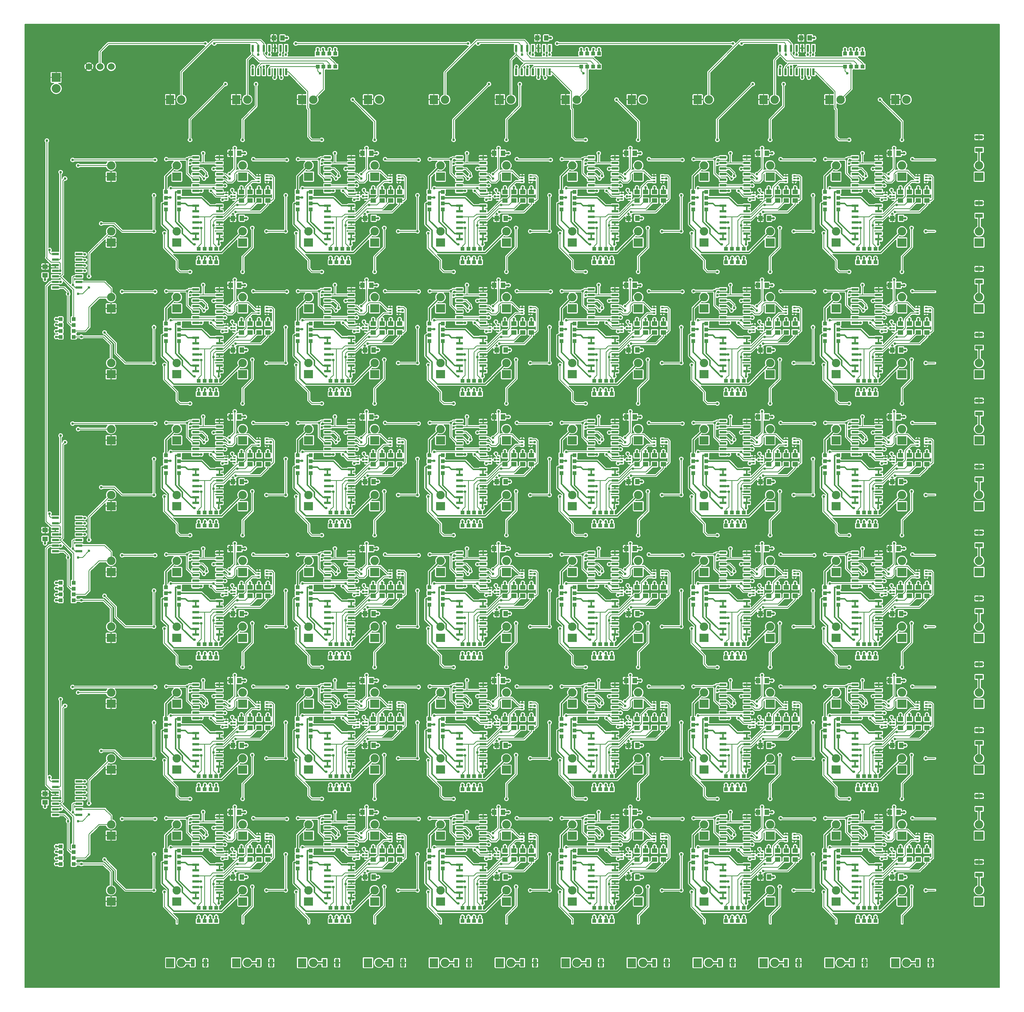
<source format=gbr>
G04 #@! TF.FileFunction,Copper,L1,Top,Signal*
%FSLAX46Y46*%
G04 Gerber Fmt 4.6, Leading zero omitted, Abs format (unit mm)*
G04 Created by KiCad (PCBNEW 4.0.1-stable) date 3/3/2016 12:22:00 AM*
%MOMM*%
G01*
G04 APERTURE LIST*
%ADD10C,0.100000*%
%ADD11R,0.900000X1.700000*%
%ADD12R,2.000000X1.900000*%
%ADD13C,1.900000*%
%ADD14R,1.700000X0.900000*%
%ADD15R,0.900000X0.900000*%
%ADD16R,1.500000X0.600000*%
%ADD17R,1.250000X1.000000*%
%ADD18R,1.900000X2.000000*%
%ADD19R,1.000000X1.250000*%
%ADD20R,0.600000X1.500000*%
%ADD21R,0.600000X0.420000*%
%ADD22R,2.032000X2.032000*%
%ADD23O,2.032000X2.032000*%
%ADD24C,1.524000*%
%ADD25C,0.600000*%
%ADD26C,0.300000*%
%ADD27C,0.200000*%
G04 APERTURE END LIST*
D10*
D11*
X206450000Y6000000D03*
X203550000Y6000000D03*
X146450000Y6000000D03*
X143550000Y6000000D03*
D12*
X20000000Y19960000D03*
D13*
X20000000Y22500000D03*
D12*
X20000000Y79960000D03*
D13*
X20000000Y82500000D03*
D12*
X217500000Y19960000D03*
D13*
X217500000Y22500000D03*
D12*
X217500000Y79960000D03*
D13*
X217500000Y82500000D03*
D12*
X20000000Y34960000D03*
D13*
X20000000Y37500000D03*
D12*
X20000000Y94960000D03*
D13*
X20000000Y97500000D03*
D12*
X217500000Y34960000D03*
D13*
X217500000Y37500000D03*
D12*
X217500000Y94960000D03*
D13*
X217500000Y97500000D03*
D12*
X20000000Y49960000D03*
D13*
X20000000Y52500000D03*
D12*
X20000000Y109960000D03*
D13*
X20000000Y112500000D03*
D12*
X20000000Y64960000D03*
D13*
X20000000Y67500000D03*
D12*
X20000000Y124960000D03*
D13*
X20000000Y127500000D03*
D12*
X217500000Y49960000D03*
D13*
X217500000Y52500000D03*
D12*
X217500000Y109960000D03*
D13*
X217500000Y112500000D03*
D12*
X217500000Y64960000D03*
D13*
X217500000Y67500000D03*
D12*
X217500000Y124960000D03*
D13*
X217500000Y127500000D03*
D14*
X217500000Y28950000D03*
X217500000Y26050000D03*
X217500000Y88950000D03*
X217500000Y86050000D03*
D15*
X8500000Y32500000D03*
X8500000Y28500000D03*
X8500000Y31160000D03*
X8500000Y29840000D03*
X11500000Y31160000D03*
X11500000Y32500000D03*
X11500000Y28500000D03*
X11500000Y29840000D03*
X8500000Y92500000D03*
X8500000Y88500000D03*
X8500000Y91160000D03*
X8500000Y89840000D03*
X11500000Y91160000D03*
X11500000Y92500000D03*
X11500000Y88500000D03*
X11500000Y89840000D03*
D16*
X7300000Y47310000D03*
X7300000Y46040000D03*
X7300000Y44770000D03*
X7300000Y43500000D03*
X7300000Y42230000D03*
X7300000Y40960000D03*
X7300000Y39690000D03*
X12700000Y39690000D03*
X12700000Y40960000D03*
X12700000Y42230000D03*
X12700000Y43500000D03*
X12700000Y44770000D03*
X12700000Y46040000D03*
X12700000Y47310000D03*
X7300000Y107310000D03*
X7300000Y106040000D03*
X7300000Y104770000D03*
X7300000Y103500000D03*
X7300000Y102230000D03*
X7300000Y100960000D03*
X7300000Y99690000D03*
X12700000Y99690000D03*
X12700000Y100960000D03*
X12700000Y102230000D03*
X12700000Y103500000D03*
X12700000Y104770000D03*
X12700000Y106040000D03*
X12700000Y107310000D03*
D17*
X5000000Y44500000D03*
X5000000Y42500000D03*
X5000000Y104500000D03*
X5000000Y102500000D03*
D14*
X217500000Y43950000D03*
X217500000Y41050000D03*
X217500000Y103950000D03*
X217500000Y101050000D03*
X217500000Y73950000D03*
X217500000Y71050000D03*
X217500000Y133950000D03*
X217500000Y131050000D03*
X217500000Y58950000D03*
X217500000Y56050000D03*
X217500000Y118950000D03*
X217500000Y116050000D03*
D18*
X183460000Y202500000D03*
D13*
X186000000Y202500000D03*
D18*
X123460000Y202500000D03*
D13*
X126000000Y202500000D03*
D18*
X168460000Y202500000D03*
D13*
X171000000Y202500000D03*
D18*
X108460000Y202500000D03*
D13*
X111000000Y202500000D03*
D18*
X153460000Y6000000D03*
D13*
X156000000Y6000000D03*
D18*
X93460000Y6000000D03*
D13*
X96000000Y6000000D03*
D18*
X153460000Y202500000D03*
D13*
X156000000Y202500000D03*
D18*
X93460000Y202500000D03*
D13*
X96000000Y202500000D03*
D18*
X183460000Y6000000D03*
D13*
X186000000Y6000000D03*
D18*
X123460000Y6000000D03*
D13*
X126000000Y6000000D03*
D18*
X168460000Y6000000D03*
D13*
X171000000Y6000000D03*
D18*
X108460000Y6000000D03*
D13*
X111000000Y6000000D03*
D18*
X198460000Y202500000D03*
D13*
X201000000Y202500000D03*
D18*
X138460000Y202500000D03*
D13*
X141000000Y202500000D03*
D18*
X198460000Y6000000D03*
D13*
X201000000Y6000000D03*
D18*
X138460000Y6000000D03*
D13*
X141000000Y6000000D03*
D11*
X191450000Y6000000D03*
X188550000Y6000000D03*
X131450000Y6000000D03*
X128550000Y6000000D03*
D19*
X177000000Y216500000D03*
X179000000Y216500000D03*
X117000000Y216500000D03*
X119000000Y216500000D03*
D15*
X191000000Y213000000D03*
X187000000Y213000000D03*
X189660000Y213000000D03*
X188340000Y213000000D03*
X189660000Y210000000D03*
X191000000Y210000000D03*
X187000000Y210000000D03*
X188340000Y210000000D03*
X131000000Y213000000D03*
X127000000Y213000000D03*
X129660000Y213000000D03*
X128340000Y213000000D03*
X129660000Y210000000D03*
X131000000Y210000000D03*
X127000000Y210000000D03*
X128340000Y210000000D03*
D11*
X176450000Y6000000D03*
X173550000Y6000000D03*
X116450000Y6000000D03*
X113550000Y6000000D03*
X161450000Y6000000D03*
X158550000Y6000000D03*
X101450000Y6000000D03*
X98550000Y6000000D03*
D20*
X179810000Y214200000D03*
X178540000Y214200000D03*
X177270000Y214200000D03*
X176000000Y214200000D03*
X174730000Y214200000D03*
X173460000Y214200000D03*
X172190000Y214200000D03*
X172190000Y208800000D03*
X173460000Y208800000D03*
X174730000Y208800000D03*
X176000000Y208800000D03*
X177270000Y208800000D03*
X178540000Y208800000D03*
X179810000Y208800000D03*
X119810000Y214200000D03*
X118540000Y214200000D03*
X117270000Y214200000D03*
X116000000Y214200000D03*
X114730000Y214200000D03*
X113460000Y214200000D03*
X112190000Y214200000D03*
X112190000Y208800000D03*
X113460000Y208800000D03*
X114730000Y208800000D03*
X116000000Y208800000D03*
X117270000Y208800000D03*
X118540000Y208800000D03*
X119810000Y208800000D03*
D12*
X199950000Y19960000D03*
D13*
X199950000Y22500000D03*
D12*
X169950000Y19960000D03*
D13*
X169950000Y22500000D03*
D12*
X139950000Y19960000D03*
D13*
X139950000Y22500000D03*
D12*
X109950000Y19960000D03*
D13*
X109950000Y22500000D03*
D12*
X79950000Y19960000D03*
D13*
X79950000Y22500000D03*
D12*
X49950000Y19960000D03*
D13*
X49950000Y22500000D03*
D12*
X199950000Y49960000D03*
D13*
X199950000Y52500000D03*
D12*
X169950000Y49960000D03*
D13*
X169950000Y52500000D03*
D12*
X139950000Y49960000D03*
D13*
X139950000Y52500000D03*
D12*
X109950000Y49960000D03*
D13*
X109950000Y52500000D03*
D12*
X79950000Y49960000D03*
D13*
X79950000Y52500000D03*
D12*
X49950000Y49960000D03*
D13*
X49950000Y52500000D03*
D12*
X199950000Y79960000D03*
D13*
X199950000Y82500000D03*
D12*
X169950000Y79960000D03*
D13*
X169950000Y82500000D03*
D12*
X139950000Y79960000D03*
D13*
X139950000Y82500000D03*
D12*
X109950000Y79960000D03*
D13*
X109950000Y82500000D03*
D12*
X79950000Y79960000D03*
D13*
X79950000Y82500000D03*
D12*
X49950000Y79960000D03*
D13*
X49950000Y82500000D03*
D12*
X199950000Y109960000D03*
D13*
X199950000Y112500000D03*
D12*
X169950000Y109960000D03*
D13*
X169950000Y112500000D03*
D12*
X139950000Y109960000D03*
D13*
X139950000Y112500000D03*
D12*
X109950000Y109960000D03*
D13*
X109950000Y112500000D03*
D12*
X79950000Y109960000D03*
D13*
X79950000Y112500000D03*
D12*
X49950000Y109960000D03*
D13*
X49950000Y112500000D03*
D12*
X199950000Y139960000D03*
D13*
X199950000Y142500000D03*
D12*
X169950000Y139960000D03*
D13*
X169950000Y142500000D03*
D12*
X139950000Y139960000D03*
D13*
X139950000Y142500000D03*
D12*
X109950000Y139960000D03*
D13*
X109950000Y142500000D03*
D12*
X79950000Y139960000D03*
D13*
X79950000Y142500000D03*
D12*
X49950000Y139960000D03*
D13*
X49950000Y142500000D03*
D12*
X199950000Y169960000D03*
D13*
X199950000Y172500000D03*
D12*
X169950000Y169960000D03*
D13*
X169950000Y172500000D03*
D12*
X139950000Y169960000D03*
D13*
X139950000Y172500000D03*
D12*
X109950000Y169960000D03*
D13*
X109950000Y172500000D03*
D12*
X79950000Y169960000D03*
D13*
X79950000Y172500000D03*
D12*
X184950000Y34960000D03*
D13*
X184950000Y37500000D03*
D12*
X154950000Y34960000D03*
D13*
X154950000Y37500000D03*
D12*
X124950000Y34960000D03*
D13*
X124950000Y37500000D03*
D12*
X94950000Y34960000D03*
D13*
X94950000Y37500000D03*
D12*
X64950000Y34960000D03*
D13*
X64950000Y37500000D03*
D12*
X34950000Y34960000D03*
D13*
X34950000Y37500000D03*
D12*
X184950000Y64960000D03*
D13*
X184950000Y67500000D03*
D12*
X154950000Y64960000D03*
D13*
X154950000Y67500000D03*
D12*
X124950000Y64960000D03*
D13*
X124950000Y67500000D03*
D12*
X94950000Y64960000D03*
D13*
X94950000Y67500000D03*
D12*
X64950000Y64960000D03*
D13*
X64950000Y67500000D03*
D12*
X34950000Y64960000D03*
D13*
X34950000Y67500000D03*
D12*
X184950000Y94960000D03*
D13*
X184950000Y97500000D03*
D12*
X154950000Y94960000D03*
D13*
X154950000Y97500000D03*
D12*
X124950000Y94960000D03*
D13*
X124950000Y97500000D03*
D12*
X94950000Y94960000D03*
D13*
X94950000Y97500000D03*
D12*
X64950000Y94960000D03*
D13*
X64950000Y97500000D03*
D12*
X34950000Y94960000D03*
D13*
X34950000Y97500000D03*
D12*
X184950000Y124960000D03*
D13*
X184950000Y127500000D03*
D12*
X154950000Y124960000D03*
D13*
X154950000Y127500000D03*
D12*
X124950000Y124960000D03*
D13*
X124950000Y127500000D03*
D12*
X94950000Y124960000D03*
D13*
X94950000Y127500000D03*
D12*
X64950000Y124960000D03*
D13*
X64950000Y127500000D03*
D12*
X34950000Y124960000D03*
D13*
X34950000Y127500000D03*
D12*
X184950000Y154960000D03*
D13*
X184950000Y157500000D03*
D12*
X154950000Y154960000D03*
D13*
X154950000Y157500000D03*
D12*
X124950000Y154960000D03*
D13*
X124950000Y157500000D03*
D12*
X94950000Y154960000D03*
D13*
X94950000Y157500000D03*
D12*
X64950000Y154960000D03*
D13*
X64950000Y157500000D03*
D12*
X34950000Y154960000D03*
D13*
X34950000Y157500000D03*
D12*
X184950000Y184960000D03*
D13*
X184950000Y187500000D03*
D12*
X154950000Y184960000D03*
D13*
X154950000Y187500000D03*
D12*
X124950000Y184960000D03*
D13*
X124950000Y187500000D03*
D12*
X94950000Y184960000D03*
D13*
X94950000Y187500000D03*
D12*
X64950000Y184960000D03*
D13*
X64950000Y187500000D03*
D12*
X184950000Y19960000D03*
D13*
X184950000Y22500000D03*
D12*
X154950000Y19960000D03*
D13*
X154950000Y22500000D03*
D12*
X124950000Y19960000D03*
D13*
X124950000Y22500000D03*
D12*
X94950000Y19960000D03*
D13*
X94950000Y22500000D03*
D12*
X64950000Y19960000D03*
D13*
X64950000Y22500000D03*
D12*
X34950000Y19960000D03*
D13*
X34950000Y22500000D03*
D12*
X184950000Y49960000D03*
D13*
X184950000Y52500000D03*
D12*
X154950000Y49960000D03*
D13*
X154950000Y52500000D03*
D12*
X124950000Y49960000D03*
D13*
X124950000Y52500000D03*
D12*
X94950000Y49960000D03*
D13*
X94950000Y52500000D03*
D12*
X64950000Y49960000D03*
D13*
X64950000Y52500000D03*
D12*
X34950000Y49960000D03*
D13*
X34950000Y52500000D03*
D12*
X184950000Y79960000D03*
D13*
X184950000Y82500000D03*
D12*
X154950000Y79960000D03*
D13*
X154950000Y82500000D03*
D12*
X124950000Y79960000D03*
D13*
X124950000Y82500000D03*
D12*
X94950000Y79960000D03*
D13*
X94950000Y82500000D03*
D12*
X64950000Y79960000D03*
D13*
X64950000Y82500000D03*
D12*
X34950000Y79960000D03*
D13*
X34950000Y82500000D03*
D12*
X184950000Y109960000D03*
D13*
X184950000Y112500000D03*
D12*
X154950000Y109960000D03*
D13*
X154950000Y112500000D03*
D12*
X124950000Y109960000D03*
D13*
X124950000Y112500000D03*
D12*
X94950000Y109960000D03*
D13*
X94950000Y112500000D03*
D12*
X64950000Y109960000D03*
D13*
X64950000Y112500000D03*
D12*
X34950000Y109960000D03*
D13*
X34950000Y112500000D03*
D12*
X184950000Y139960000D03*
D13*
X184950000Y142500000D03*
D12*
X154950000Y139960000D03*
D13*
X154950000Y142500000D03*
D12*
X124950000Y139960000D03*
D13*
X124950000Y142500000D03*
D12*
X94950000Y139960000D03*
D13*
X94950000Y142500000D03*
D12*
X64950000Y139960000D03*
D13*
X64950000Y142500000D03*
D12*
X34950000Y139960000D03*
D13*
X34950000Y142500000D03*
D12*
X184950000Y169960000D03*
D13*
X184950000Y172500000D03*
D12*
X154950000Y169960000D03*
D13*
X154950000Y172500000D03*
D12*
X124950000Y169960000D03*
D13*
X124950000Y172500000D03*
D12*
X94950000Y169960000D03*
D13*
X94950000Y172500000D03*
D12*
X64950000Y169960000D03*
D13*
X64950000Y172500000D03*
D12*
X199950000Y34960000D03*
D13*
X199950000Y37500000D03*
D12*
X169950000Y34960000D03*
D13*
X169950000Y37500000D03*
D12*
X139950000Y34960000D03*
D13*
X139950000Y37500000D03*
D12*
X109950000Y34960000D03*
D13*
X109950000Y37500000D03*
D12*
X79950000Y34960000D03*
D13*
X79950000Y37500000D03*
D12*
X49950000Y34960000D03*
D13*
X49950000Y37500000D03*
D12*
X199950000Y64960000D03*
D13*
X199950000Y67500000D03*
D12*
X169950000Y64960000D03*
D13*
X169950000Y67500000D03*
D12*
X139950000Y64960000D03*
D13*
X139950000Y67500000D03*
D12*
X109950000Y64960000D03*
D13*
X109950000Y67500000D03*
D12*
X79950000Y64960000D03*
D13*
X79950000Y67500000D03*
D12*
X49950000Y64960000D03*
D13*
X49950000Y67500000D03*
D12*
X199950000Y94960000D03*
D13*
X199950000Y97500000D03*
D12*
X169950000Y94960000D03*
D13*
X169950000Y97500000D03*
D12*
X139950000Y94960000D03*
D13*
X139950000Y97500000D03*
D12*
X109950000Y94960000D03*
D13*
X109950000Y97500000D03*
D12*
X79950000Y94960000D03*
D13*
X79950000Y97500000D03*
D12*
X49950000Y94960000D03*
D13*
X49950000Y97500000D03*
D12*
X199950000Y124960000D03*
D13*
X199950000Y127500000D03*
D12*
X169950000Y124960000D03*
D13*
X169950000Y127500000D03*
D12*
X139950000Y124960000D03*
D13*
X139950000Y127500000D03*
D12*
X109950000Y124960000D03*
D13*
X109950000Y127500000D03*
D12*
X79950000Y124960000D03*
D13*
X79950000Y127500000D03*
D12*
X49950000Y124960000D03*
D13*
X49950000Y127500000D03*
D12*
X199950000Y154960000D03*
D13*
X199950000Y157500000D03*
D12*
X169950000Y154960000D03*
D13*
X169950000Y157500000D03*
D12*
X139950000Y154960000D03*
D13*
X139950000Y157500000D03*
D12*
X109950000Y154960000D03*
D13*
X109950000Y157500000D03*
D12*
X79950000Y154960000D03*
D13*
X79950000Y157500000D03*
D12*
X49950000Y154960000D03*
D13*
X49950000Y157500000D03*
D12*
X199950000Y184960000D03*
D13*
X199950000Y187500000D03*
D12*
X169950000Y184960000D03*
D13*
X169950000Y187500000D03*
D12*
X139950000Y184960000D03*
D13*
X139950000Y187500000D03*
D12*
X109950000Y184960000D03*
D13*
X109950000Y187500000D03*
D12*
X79950000Y184960000D03*
D13*
X79950000Y187500000D03*
D15*
X193950000Y18500000D03*
X189950000Y18500000D03*
X192610000Y18500000D03*
X191290000Y18500000D03*
X192610000Y15500000D03*
X193950000Y15500000D03*
X189950000Y15500000D03*
X191290000Y15500000D03*
X163950000Y18500000D03*
X159950000Y18500000D03*
X162610000Y18500000D03*
X161290000Y18500000D03*
X162610000Y15500000D03*
X163950000Y15500000D03*
X159950000Y15500000D03*
X161290000Y15500000D03*
X133950000Y18500000D03*
X129950000Y18500000D03*
X132610000Y18500000D03*
X131290000Y18500000D03*
X132610000Y15500000D03*
X133950000Y15500000D03*
X129950000Y15500000D03*
X131290000Y15500000D03*
X103950000Y18500000D03*
X99950000Y18500000D03*
X102610000Y18500000D03*
X101290000Y18500000D03*
X102610000Y15500000D03*
X103950000Y15500000D03*
X99950000Y15500000D03*
X101290000Y15500000D03*
X73950000Y18500000D03*
X69950000Y18500000D03*
X72610000Y18500000D03*
X71290000Y18500000D03*
X72610000Y15500000D03*
X73950000Y15500000D03*
X69950000Y15500000D03*
X71290000Y15500000D03*
X43950000Y18500000D03*
X39950000Y18500000D03*
X42610000Y18500000D03*
X41290000Y18500000D03*
X42610000Y15500000D03*
X43950000Y15500000D03*
X39950000Y15500000D03*
X41290000Y15500000D03*
X193950000Y48500000D03*
X189950000Y48500000D03*
X192610000Y48500000D03*
X191290000Y48500000D03*
X192610000Y45500000D03*
X193950000Y45500000D03*
X189950000Y45500000D03*
X191290000Y45500000D03*
X163950000Y48500000D03*
X159950000Y48500000D03*
X162610000Y48500000D03*
X161290000Y48500000D03*
X162610000Y45500000D03*
X163950000Y45500000D03*
X159950000Y45500000D03*
X161290000Y45500000D03*
X133950000Y48500000D03*
X129950000Y48500000D03*
X132610000Y48500000D03*
X131290000Y48500000D03*
X132610000Y45500000D03*
X133950000Y45500000D03*
X129950000Y45500000D03*
X131290000Y45500000D03*
X103950000Y48500000D03*
X99950000Y48500000D03*
X102610000Y48500000D03*
X101290000Y48500000D03*
X102610000Y45500000D03*
X103950000Y45500000D03*
X99950000Y45500000D03*
X101290000Y45500000D03*
X73950000Y48500000D03*
X69950000Y48500000D03*
X72610000Y48500000D03*
X71290000Y48500000D03*
X72610000Y45500000D03*
X73950000Y45500000D03*
X69950000Y45500000D03*
X71290000Y45500000D03*
X43950000Y48500000D03*
X39950000Y48500000D03*
X42610000Y48500000D03*
X41290000Y48500000D03*
X42610000Y45500000D03*
X43950000Y45500000D03*
X39950000Y45500000D03*
X41290000Y45500000D03*
X193950000Y78500000D03*
X189950000Y78500000D03*
X192610000Y78500000D03*
X191290000Y78500000D03*
X192610000Y75500000D03*
X193950000Y75500000D03*
X189950000Y75500000D03*
X191290000Y75500000D03*
X163950000Y78500000D03*
X159950000Y78500000D03*
X162610000Y78500000D03*
X161290000Y78500000D03*
X162610000Y75500000D03*
X163950000Y75500000D03*
X159950000Y75500000D03*
X161290000Y75500000D03*
X133950000Y78500000D03*
X129950000Y78500000D03*
X132610000Y78500000D03*
X131290000Y78500000D03*
X132610000Y75500000D03*
X133950000Y75500000D03*
X129950000Y75500000D03*
X131290000Y75500000D03*
X103950000Y78500000D03*
X99950000Y78500000D03*
X102610000Y78500000D03*
X101290000Y78500000D03*
X102610000Y75500000D03*
X103950000Y75500000D03*
X99950000Y75500000D03*
X101290000Y75500000D03*
X73950000Y78500000D03*
X69950000Y78500000D03*
X72610000Y78500000D03*
X71290000Y78500000D03*
X72610000Y75500000D03*
X73950000Y75500000D03*
X69950000Y75500000D03*
X71290000Y75500000D03*
X43950000Y78500000D03*
X39950000Y78500000D03*
X42610000Y78500000D03*
X41290000Y78500000D03*
X42610000Y75500000D03*
X43950000Y75500000D03*
X39950000Y75500000D03*
X41290000Y75500000D03*
X193950000Y108500000D03*
X189950000Y108500000D03*
X192610000Y108500000D03*
X191290000Y108500000D03*
X192610000Y105500000D03*
X193950000Y105500000D03*
X189950000Y105500000D03*
X191290000Y105500000D03*
X163950000Y108500000D03*
X159950000Y108500000D03*
X162610000Y108500000D03*
X161290000Y108500000D03*
X162610000Y105500000D03*
X163950000Y105500000D03*
X159950000Y105500000D03*
X161290000Y105500000D03*
X133950000Y108500000D03*
X129950000Y108500000D03*
X132610000Y108500000D03*
X131290000Y108500000D03*
X132610000Y105500000D03*
X133950000Y105500000D03*
X129950000Y105500000D03*
X131290000Y105500000D03*
X103950000Y108500000D03*
X99950000Y108500000D03*
X102610000Y108500000D03*
X101290000Y108500000D03*
X102610000Y105500000D03*
X103950000Y105500000D03*
X99950000Y105500000D03*
X101290000Y105500000D03*
X73950000Y108500000D03*
X69950000Y108500000D03*
X72610000Y108500000D03*
X71290000Y108500000D03*
X72610000Y105500000D03*
X73950000Y105500000D03*
X69950000Y105500000D03*
X71290000Y105500000D03*
X43950000Y108500000D03*
X39950000Y108500000D03*
X42610000Y108500000D03*
X41290000Y108500000D03*
X42610000Y105500000D03*
X43950000Y105500000D03*
X39950000Y105500000D03*
X41290000Y105500000D03*
X193950000Y138500000D03*
X189950000Y138500000D03*
X192610000Y138500000D03*
X191290000Y138500000D03*
X192610000Y135500000D03*
X193950000Y135500000D03*
X189950000Y135500000D03*
X191290000Y135500000D03*
X163950000Y138500000D03*
X159950000Y138500000D03*
X162610000Y138500000D03*
X161290000Y138500000D03*
X162610000Y135500000D03*
X163950000Y135500000D03*
X159950000Y135500000D03*
X161290000Y135500000D03*
X133950000Y138500000D03*
X129950000Y138500000D03*
X132610000Y138500000D03*
X131290000Y138500000D03*
X132610000Y135500000D03*
X133950000Y135500000D03*
X129950000Y135500000D03*
X131290000Y135500000D03*
X103950000Y138500000D03*
X99950000Y138500000D03*
X102610000Y138500000D03*
X101290000Y138500000D03*
X102610000Y135500000D03*
X103950000Y135500000D03*
X99950000Y135500000D03*
X101290000Y135500000D03*
X73950000Y138500000D03*
X69950000Y138500000D03*
X72610000Y138500000D03*
X71290000Y138500000D03*
X72610000Y135500000D03*
X73950000Y135500000D03*
X69950000Y135500000D03*
X71290000Y135500000D03*
X43950000Y138500000D03*
X39950000Y138500000D03*
X42610000Y138500000D03*
X41290000Y138500000D03*
X42610000Y135500000D03*
X43950000Y135500000D03*
X39950000Y135500000D03*
X41290000Y135500000D03*
X193950000Y168500000D03*
X189950000Y168500000D03*
X192610000Y168500000D03*
X191290000Y168500000D03*
X192610000Y165500000D03*
X193950000Y165500000D03*
X189950000Y165500000D03*
X191290000Y165500000D03*
X163950000Y168500000D03*
X159950000Y168500000D03*
X162610000Y168500000D03*
X161290000Y168500000D03*
X162610000Y165500000D03*
X163950000Y165500000D03*
X159950000Y165500000D03*
X161290000Y165500000D03*
X133950000Y168500000D03*
X129950000Y168500000D03*
X132610000Y168500000D03*
X131290000Y168500000D03*
X132610000Y165500000D03*
X133950000Y165500000D03*
X129950000Y165500000D03*
X131290000Y165500000D03*
X103950000Y168500000D03*
X99950000Y168500000D03*
X102610000Y168500000D03*
X101290000Y168500000D03*
X102610000Y165500000D03*
X103950000Y165500000D03*
X99950000Y165500000D03*
X101290000Y165500000D03*
X73950000Y168500000D03*
X69950000Y168500000D03*
X72610000Y168500000D03*
X71290000Y168500000D03*
X72610000Y165500000D03*
X73950000Y165500000D03*
X69950000Y165500000D03*
X71290000Y165500000D03*
D19*
X197750000Y25500000D03*
X199750000Y25500000D03*
X167750000Y25500000D03*
X169750000Y25500000D03*
X137750000Y25500000D03*
X139750000Y25500000D03*
X107750000Y25500000D03*
X109750000Y25500000D03*
X77750000Y25500000D03*
X79750000Y25500000D03*
X47750000Y25500000D03*
X49750000Y25500000D03*
X197750000Y55500000D03*
X199750000Y55500000D03*
X167750000Y55500000D03*
X169750000Y55500000D03*
X137750000Y55500000D03*
X139750000Y55500000D03*
X107750000Y55500000D03*
X109750000Y55500000D03*
X77750000Y55500000D03*
X79750000Y55500000D03*
X47750000Y55500000D03*
X49750000Y55500000D03*
X197750000Y85500000D03*
X199750000Y85500000D03*
X167750000Y85500000D03*
X169750000Y85500000D03*
X137750000Y85500000D03*
X139750000Y85500000D03*
X107750000Y85500000D03*
X109750000Y85500000D03*
X77750000Y85500000D03*
X79750000Y85500000D03*
X47750000Y85500000D03*
X49750000Y85500000D03*
X197750000Y115500000D03*
X199750000Y115500000D03*
X167750000Y115500000D03*
X169750000Y115500000D03*
X137750000Y115500000D03*
X139750000Y115500000D03*
X107750000Y115500000D03*
X109750000Y115500000D03*
X77750000Y115500000D03*
X79750000Y115500000D03*
X47750000Y115500000D03*
X49750000Y115500000D03*
X197750000Y145500000D03*
X199750000Y145500000D03*
X167750000Y145500000D03*
X169750000Y145500000D03*
X137750000Y145500000D03*
X139750000Y145500000D03*
X107750000Y145500000D03*
X109750000Y145500000D03*
X77750000Y145500000D03*
X79750000Y145500000D03*
X47750000Y145500000D03*
X49750000Y145500000D03*
X197750000Y175500000D03*
X199750000Y175500000D03*
X167750000Y175500000D03*
X169750000Y175500000D03*
X137750000Y175500000D03*
X139750000Y175500000D03*
X107750000Y175500000D03*
X109750000Y175500000D03*
X77750000Y175500000D03*
X79750000Y175500000D03*
D15*
X185450000Y27500000D03*
X185450000Y31500000D03*
X185450000Y28840000D03*
X185450000Y30160000D03*
X182450000Y28840000D03*
X182450000Y27500000D03*
X182450000Y31500000D03*
X182450000Y30160000D03*
X155450000Y27500000D03*
X155450000Y31500000D03*
X155450000Y28840000D03*
X155450000Y30160000D03*
X152450000Y28840000D03*
X152450000Y27500000D03*
X152450000Y31500000D03*
X152450000Y30160000D03*
X125450000Y27500000D03*
X125450000Y31500000D03*
X125450000Y28840000D03*
X125450000Y30160000D03*
X122450000Y28840000D03*
X122450000Y27500000D03*
X122450000Y31500000D03*
X122450000Y30160000D03*
X95450000Y27500000D03*
X95450000Y31500000D03*
X95450000Y28840000D03*
X95450000Y30160000D03*
X92450000Y28840000D03*
X92450000Y27500000D03*
X92450000Y31500000D03*
X92450000Y30160000D03*
X65450000Y27500000D03*
X65450000Y31500000D03*
X65450000Y28840000D03*
X65450000Y30160000D03*
X62450000Y28840000D03*
X62450000Y27500000D03*
X62450000Y31500000D03*
X62450000Y30160000D03*
X35450000Y27500000D03*
X35450000Y31500000D03*
X35450000Y28840000D03*
X35450000Y30160000D03*
X32450000Y28840000D03*
X32450000Y27500000D03*
X32450000Y31500000D03*
X32450000Y30160000D03*
X185450000Y57500000D03*
X185450000Y61500000D03*
X185450000Y58840000D03*
X185450000Y60160000D03*
X182450000Y58840000D03*
X182450000Y57500000D03*
X182450000Y61500000D03*
X182450000Y60160000D03*
X155450000Y57500000D03*
X155450000Y61500000D03*
X155450000Y58840000D03*
X155450000Y60160000D03*
X152450000Y58840000D03*
X152450000Y57500000D03*
X152450000Y61500000D03*
X152450000Y60160000D03*
X125450000Y57500000D03*
X125450000Y61500000D03*
X125450000Y58840000D03*
X125450000Y60160000D03*
X122450000Y58840000D03*
X122450000Y57500000D03*
X122450000Y61500000D03*
X122450000Y60160000D03*
X95450000Y57500000D03*
X95450000Y61500000D03*
X95450000Y58840000D03*
X95450000Y60160000D03*
X92450000Y58840000D03*
X92450000Y57500000D03*
X92450000Y61500000D03*
X92450000Y60160000D03*
X65450000Y57500000D03*
X65450000Y61500000D03*
X65450000Y58840000D03*
X65450000Y60160000D03*
X62450000Y58840000D03*
X62450000Y57500000D03*
X62450000Y61500000D03*
X62450000Y60160000D03*
X35450000Y57500000D03*
X35450000Y61500000D03*
X35450000Y58840000D03*
X35450000Y60160000D03*
X32450000Y58840000D03*
X32450000Y57500000D03*
X32450000Y61500000D03*
X32450000Y60160000D03*
X185450000Y87500000D03*
X185450000Y91500000D03*
X185450000Y88840000D03*
X185450000Y90160000D03*
X182450000Y88840000D03*
X182450000Y87500000D03*
X182450000Y91500000D03*
X182450000Y90160000D03*
X155450000Y87500000D03*
X155450000Y91500000D03*
X155450000Y88840000D03*
X155450000Y90160000D03*
X152450000Y88840000D03*
X152450000Y87500000D03*
X152450000Y91500000D03*
X152450000Y90160000D03*
X125450000Y87500000D03*
X125450000Y91500000D03*
X125450000Y88840000D03*
X125450000Y90160000D03*
X122450000Y88840000D03*
X122450000Y87500000D03*
X122450000Y91500000D03*
X122450000Y90160000D03*
X95450000Y87500000D03*
X95450000Y91500000D03*
X95450000Y88840000D03*
X95450000Y90160000D03*
X92450000Y88840000D03*
X92450000Y87500000D03*
X92450000Y91500000D03*
X92450000Y90160000D03*
X65450000Y87500000D03*
X65450000Y91500000D03*
X65450000Y88840000D03*
X65450000Y90160000D03*
X62450000Y88840000D03*
X62450000Y87500000D03*
X62450000Y91500000D03*
X62450000Y90160000D03*
X35450000Y87500000D03*
X35450000Y91500000D03*
X35450000Y88840000D03*
X35450000Y90160000D03*
X32450000Y88840000D03*
X32450000Y87500000D03*
X32450000Y91500000D03*
X32450000Y90160000D03*
X185450000Y117500000D03*
X185450000Y121500000D03*
X185450000Y118840000D03*
X185450000Y120160000D03*
X182450000Y118840000D03*
X182450000Y117500000D03*
X182450000Y121500000D03*
X182450000Y120160000D03*
X155450000Y117500000D03*
X155450000Y121500000D03*
X155450000Y118840000D03*
X155450000Y120160000D03*
X152450000Y118840000D03*
X152450000Y117500000D03*
X152450000Y121500000D03*
X152450000Y120160000D03*
X125450000Y117500000D03*
X125450000Y121500000D03*
X125450000Y118840000D03*
X125450000Y120160000D03*
X122450000Y118840000D03*
X122450000Y117500000D03*
X122450000Y121500000D03*
X122450000Y120160000D03*
X95450000Y117500000D03*
X95450000Y121500000D03*
X95450000Y118840000D03*
X95450000Y120160000D03*
X92450000Y118840000D03*
X92450000Y117500000D03*
X92450000Y121500000D03*
X92450000Y120160000D03*
X65450000Y117500000D03*
X65450000Y121500000D03*
X65450000Y118840000D03*
X65450000Y120160000D03*
X62450000Y118840000D03*
X62450000Y117500000D03*
X62450000Y121500000D03*
X62450000Y120160000D03*
X35450000Y117500000D03*
X35450000Y121500000D03*
X35450000Y118840000D03*
X35450000Y120160000D03*
X32450000Y118840000D03*
X32450000Y117500000D03*
X32450000Y121500000D03*
X32450000Y120160000D03*
X185450000Y147500000D03*
X185450000Y151500000D03*
X185450000Y148840000D03*
X185450000Y150160000D03*
X182450000Y148840000D03*
X182450000Y147500000D03*
X182450000Y151500000D03*
X182450000Y150160000D03*
X155450000Y147500000D03*
X155450000Y151500000D03*
X155450000Y148840000D03*
X155450000Y150160000D03*
X152450000Y148840000D03*
X152450000Y147500000D03*
X152450000Y151500000D03*
X152450000Y150160000D03*
X125450000Y147500000D03*
X125450000Y151500000D03*
X125450000Y148840000D03*
X125450000Y150160000D03*
X122450000Y148840000D03*
X122450000Y147500000D03*
X122450000Y151500000D03*
X122450000Y150160000D03*
X95450000Y147500000D03*
X95450000Y151500000D03*
X95450000Y148840000D03*
X95450000Y150160000D03*
X92450000Y148840000D03*
X92450000Y147500000D03*
X92450000Y151500000D03*
X92450000Y150160000D03*
X65450000Y147500000D03*
X65450000Y151500000D03*
X65450000Y148840000D03*
X65450000Y150160000D03*
X62450000Y148840000D03*
X62450000Y147500000D03*
X62450000Y151500000D03*
X62450000Y150160000D03*
X35450000Y147500000D03*
X35450000Y151500000D03*
X35450000Y148840000D03*
X35450000Y150160000D03*
X32450000Y148840000D03*
X32450000Y147500000D03*
X32450000Y151500000D03*
X32450000Y150160000D03*
X185450000Y177500000D03*
X185450000Y181500000D03*
X185450000Y178840000D03*
X185450000Y180160000D03*
X182450000Y178840000D03*
X182450000Y177500000D03*
X182450000Y181500000D03*
X182450000Y180160000D03*
X155450000Y177500000D03*
X155450000Y181500000D03*
X155450000Y178840000D03*
X155450000Y180160000D03*
X152450000Y178840000D03*
X152450000Y177500000D03*
X152450000Y181500000D03*
X152450000Y180160000D03*
X125450000Y177500000D03*
X125450000Y181500000D03*
X125450000Y178840000D03*
X125450000Y180160000D03*
X122450000Y178840000D03*
X122450000Y177500000D03*
X122450000Y181500000D03*
X122450000Y180160000D03*
X95450000Y177500000D03*
X95450000Y181500000D03*
X95450000Y178840000D03*
X95450000Y180160000D03*
X92450000Y178840000D03*
X92450000Y177500000D03*
X92450000Y181500000D03*
X92450000Y180160000D03*
X65450000Y177500000D03*
X65450000Y181500000D03*
X65450000Y178840000D03*
X65450000Y180160000D03*
X62450000Y178840000D03*
X62450000Y177500000D03*
X62450000Y181500000D03*
X62450000Y180160000D03*
D16*
X194650000Y20690000D03*
X194650000Y21960000D03*
X194650000Y23230000D03*
X194650000Y24500000D03*
X194650000Y25770000D03*
X194650000Y27040000D03*
X194650000Y28310000D03*
X189250000Y28310000D03*
X189250000Y27040000D03*
X189250000Y25770000D03*
X189250000Y24500000D03*
X189250000Y23230000D03*
X189250000Y21960000D03*
X189250000Y20690000D03*
X164650000Y20690000D03*
X164650000Y21960000D03*
X164650000Y23230000D03*
X164650000Y24500000D03*
X164650000Y25770000D03*
X164650000Y27040000D03*
X164650000Y28310000D03*
X159250000Y28310000D03*
X159250000Y27040000D03*
X159250000Y25770000D03*
X159250000Y24500000D03*
X159250000Y23230000D03*
X159250000Y21960000D03*
X159250000Y20690000D03*
X134650000Y20690000D03*
X134650000Y21960000D03*
X134650000Y23230000D03*
X134650000Y24500000D03*
X134650000Y25770000D03*
X134650000Y27040000D03*
X134650000Y28310000D03*
X129250000Y28310000D03*
X129250000Y27040000D03*
X129250000Y25770000D03*
X129250000Y24500000D03*
X129250000Y23230000D03*
X129250000Y21960000D03*
X129250000Y20690000D03*
X104650000Y20690000D03*
X104650000Y21960000D03*
X104650000Y23230000D03*
X104650000Y24500000D03*
X104650000Y25770000D03*
X104650000Y27040000D03*
X104650000Y28310000D03*
X99250000Y28310000D03*
X99250000Y27040000D03*
X99250000Y25770000D03*
X99250000Y24500000D03*
X99250000Y23230000D03*
X99250000Y21960000D03*
X99250000Y20690000D03*
X74650000Y20690000D03*
X74650000Y21960000D03*
X74650000Y23230000D03*
X74650000Y24500000D03*
X74650000Y25770000D03*
X74650000Y27040000D03*
X74650000Y28310000D03*
X69250000Y28310000D03*
X69250000Y27040000D03*
X69250000Y25770000D03*
X69250000Y24500000D03*
X69250000Y23230000D03*
X69250000Y21960000D03*
X69250000Y20690000D03*
X44650000Y20690000D03*
X44650000Y21960000D03*
X44650000Y23230000D03*
X44650000Y24500000D03*
X44650000Y25770000D03*
X44650000Y27040000D03*
X44650000Y28310000D03*
X39250000Y28310000D03*
X39250000Y27040000D03*
X39250000Y25770000D03*
X39250000Y24500000D03*
X39250000Y23230000D03*
X39250000Y21960000D03*
X39250000Y20690000D03*
X194650000Y50690000D03*
X194650000Y51960000D03*
X194650000Y53230000D03*
X194650000Y54500000D03*
X194650000Y55770000D03*
X194650000Y57040000D03*
X194650000Y58310000D03*
X189250000Y58310000D03*
X189250000Y57040000D03*
X189250000Y55770000D03*
X189250000Y54500000D03*
X189250000Y53230000D03*
X189250000Y51960000D03*
X189250000Y50690000D03*
X164650000Y50690000D03*
X164650000Y51960000D03*
X164650000Y53230000D03*
X164650000Y54500000D03*
X164650000Y55770000D03*
X164650000Y57040000D03*
X164650000Y58310000D03*
X159250000Y58310000D03*
X159250000Y57040000D03*
X159250000Y55770000D03*
X159250000Y54500000D03*
X159250000Y53230000D03*
X159250000Y51960000D03*
X159250000Y50690000D03*
X134650000Y50690000D03*
X134650000Y51960000D03*
X134650000Y53230000D03*
X134650000Y54500000D03*
X134650000Y55770000D03*
X134650000Y57040000D03*
X134650000Y58310000D03*
X129250000Y58310000D03*
X129250000Y57040000D03*
X129250000Y55770000D03*
X129250000Y54500000D03*
X129250000Y53230000D03*
X129250000Y51960000D03*
X129250000Y50690000D03*
X104650000Y50690000D03*
X104650000Y51960000D03*
X104650000Y53230000D03*
X104650000Y54500000D03*
X104650000Y55770000D03*
X104650000Y57040000D03*
X104650000Y58310000D03*
X99250000Y58310000D03*
X99250000Y57040000D03*
X99250000Y55770000D03*
X99250000Y54500000D03*
X99250000Y53230000D03*
X99250000Y51960000D03*
X99250000Y50690000D03*
X74650000Y50690000D03*
X74650000Y51960000D03*
X74650000Y53230000D03*
X74650000Y54500000D03*
X74650000Y55770000D03*
X74650000Y57040000D03*
X74650000Y58310000D03*
X69250000Y58310000D03*
X69250000Y57040000D03*
X69250000Y55770000D03*
X69250000Y54500000D03*
X69250000Y53230000D03*
X69250000Y51960000D03*
X69250000Y50690000D03*
X44650000Y50690000D03*
X44650000Y51960000D03*
X44650000Y53230000D03*
X44650000Y54500000D03*
X44650000Y55770000D03*
X44650000Y57040000D03*
X44650000Y58310000D03*
X39250000Y58310000D03*
X39250000Y57040000D03*
X39250000Y55770000D03*
X39250000Y54500000D03*
X39250000Y53230000D03*
X39250000Y51960000D03*
X39250000Y50690000D03*
X194650000Y80690000D03*
X194650000Y81960000D03*
X194650000Y83230000D03*
X194650000Y84500000D03*
X194650000Y85770000D03*
X194650000Y87040000D03*
X194650000Y88310000D03*
X189250000Y88310000D03*
X189250000Y87040000D03*
X189250000Y85770000D03*
X189250000Y84500000D03*
X189250000Y83230000D03*
X189250000Y81960000D03*
X189250000Y80690000D03*
X164650000Y80690000D03*
X164650000Y81960000D03*
X164650000Y83230000D03*
X164650000Y84500000D03*
X164650000Y85770000D03*
X164650000Y87040000D03*
X164650000Y88310000D03*
X159250000Y88310000D03*
X159250000Y87040000D03*
X159250000Y85770000D03*
X159250000Y84500000D03*
X159250000Y83230000D03*
X159250000Y81960000D03*
X159250000Y80690000D03*
X134650000Y80690000D03*
X134650000Y81960000D03*
X134650000Y83230000D03*
X134650000Y84500000D03*
X134650000Y85770000D03*
X134650000Y87040000D03*
X134650000Y88310000D03*
X129250000Y88310000D03*
X129250000Y87040000D03*
X129250000Y85770000D03*
X129250000Y84500000D03*
X129250000Y83230000D03*
X129250000Y81960000D03*
X129250000Y80690000D03*
X104650000Y80690000D03*
X104650000Y81960000D03*
X104650000Y83230000D03*
X104650000Y84500000D03*
X104650000Y85770000D03*
X104650000Y87040000D03*
X104650000Y88310000D03*
X99250000Y88310000D03*
X99250000Y87040000D03*
X99250000Y85770000D03*
X99250000Y84500000D03*
X99250000Y83230000D03*
X99250000Y81960000D03*
X99250000Y80690000D03*
X74650000Y80690000D03*
X74650000Y81960000D03*
X74650000Y83230000D03*
X74650000Y84500000D03*
X74650000Y85770000D03*
X74650000Y87040000D03*
X74650000Y88310000D03*
X69250000Y88310000D03*
X69250000Y87040000D03*
X69250000Y85770000D03*
X69250000Y84500000D03*
X69250000Y83230000D03*
X69250000Y81960000D03*
X69250000Y80690000D03*
X44650000Y80690000D03*
X44650000Y81960000D03*
X44650000Y83230000D03*
X44650000Y84500000D03*
X44650000Y85770000D03*
X44650000Y87040000D03*
X44650000Y88310000D03*
X39250000Y88310000D03*
X39250000Y87040000D03*
X39250000Y85770000D03*
X39250000Y84500000D03*
X39250000Y83230000D03*
X39250000Y81960000D03*
X39250000Y80690000D03*
X194650000Y110690000D03*
X194650000Y111960000D03*
X194650000Y113230000D03*
X194650000Y114500000D03*
X194650000Y115770000D03*
X194650000Y117040000D03*
X194650000Y118310000D03*
X189250000Y118310000D03*
X189250000Y117040000D03*
X189250000Y115770000D03*
X189250000Y114500000D03*
X189250000Y113230000D03*
X189250000Y111960000D03*
X189250000Y110690000D03*
X164650000Y110690000D03*
X164650000Y111960000D03*
X164650000Y113230000D03*
X164650000Y114500000D03*
X164650000Y115770000D03*
X164650000Y117040000D03*
X164650000Y118310000D03*
X159250000Y118310000D03*
X159250000Y117040000D03*
X159250000Y115770000D03*
X159250000Y114500000D03*
X159250000Y113230000D03*
X159250000Y111960000D03*
X159250000Y110690000D03*
X134650000Y110690000D03*
X134650000Y111960000D03*
X134650000Y113230000D03*
X134650000Y114500000D03*
X134650000Y115770000D03*
X134650000Y117040000D03*
X134650000Y118310000D03*
X129250000Y118310000D03*
X129250000Y117040000D03*
X129250000Y115770000D03*
X129250000Y114500000D03*
X129250000Y113230000D03*
X129250000Y111960000D03*
X129250000Y110690000D03*
X104650000Y110690000D03*
X104650000Y111960000D03*
X104650000Y113230000D03*
X104650000Y114500000D03*
X104650000Y115770000D03*
X104650000Y117040000D03*
X104650000Y118310000D03*
X99250000Y118310000D03*
X99250000Y117040000D03*
X99250000Y115770000D03*
X99250000Y114500000D03*
X99250000Y113230000D03*
X99250000Y111960000D03*
X99250000Y110690000D03*
X74650000Y110690000D03*
X74650000Y111960000D03*
X74650000Y113230000D03*
X74650000Y114500000D03*
X74650000Y115770000D03*
X74650000Y117040000D03*
X74650000Y118310000D03*
X69250000Y118310000D03*
X69250000Y117040000D03*
X69250000Y115770000D03*
X69250000Y114500000D03*
X69250000Y113230000D03*
X69250000Y111960000D03*
X69250000Y110690000D03*
X44650000Y110690000D03*
X44650000Y111960000D03*
X44650000Y113230000D03*
X44650000Y114500000D03*
X44650000Y115770000D03*
X44650000Y117040000D03*
X44650000Y118310000D03*
X39250000Y118310000D03*
X39250000Y117040000D03*
X39250000Y115770000D03*
X39250000Y114500000D03*
X39250000Y113230000D03*
X39250000Y111960000D03*
X39250000Y110690000D03*
X194650000Y140690000D03*
X194650000Y141960000D03*
X194650000Y143230000D03*
X194650000Y144500000D03*
X194650000Y145770000D03*
X194650000Y147040000D03*
X194650000Y148310000D03*
X189250000Y148310000D03*
X189250000Y147040000D03*
X189250000Y145770000D03*
X189250000Y144500000D03*
X189250000Y143230000D03*
X189250000Y141960000D03*
X189250000Y140690000D03*
X164650000Y140690000D03*
X164650000Y141960000D03*
X164650000Y143230000D03*
X164650000Y144500000D03*
X164650000Y145770000D03*
X164650000Y147040000D03*
X164650000Y148310000D03*
X159250000Y148310000D03*
X159250000Y147040000D03*
X159250000Y145770000D03*
X159250000Y144500000D03*
X159250000Y143230000D03*
X159250000Y141960000D03*
X159250000Y140690000D03*
X134650000Y140690000D03*
X134650000Y141960000D03*
X134650000Y143230000D03*
X134650000Y144500000D03*
X134650000Y145770000D03*
X134650000Y147040000D03*
X134650000Y148310000D03*
X129250000Y148310000D03*
X129250000Y147040000D03*
X129250000Y145770000D03*
X129250000Y144500000D03*
X129250000Y143230000D03*
X129250000Y141960000D03*
X129250000Y140690000D03*
X104650000Y140690000D03*
X104650000Y141960000D03*
X104650000Y143230000D03*
X104650000Y144500000D03*
X104650000Y145770000D03*
X104650000Y147040000D03*
X104650000Y148310000D03*
X99250000Y148310000D03*
X99250000Y147040000D03*
X99250000Y145770000D03*
X99250000Y144500000D03*
X99250000Y143230000D03*
X99250000Y141960000D03*
X99250000Y140690000D03*
X74650000Y140690000D03*
X74650000Y141960000D03*
X74650000Y143230000D03*
X74650000Y144500000D03*
X74650000Y145770000D03*
X74650000Y147040000D03*
X74650000Y148310000D03*
X69250000Y148310000D03*
X69250000Y147040000D03*
X69250000Y145770000D03*
X69250000Y144500000D03*
X69250000Y143230000D03*
X69250000Y141960000D03*
X69250000Y140690000D03*
X44650000Y140690000D03*
X44650000Y141960000D03*
X44650000Y143230000D03*
X44650000Y144500000D03*
X44650000Y145770000D03*
X44650000Y147040000D03*
X44650000Y148310000D03*
X39250000Y148310000D03*
X39250000Y147040000D03*
X39250000Y145770000D03*
X39250000Y144500000D03*
X39250000Y143230000D03*
X39250000Y141960000D03*
X39250000Y140690000D03*
X194650000Y170690000D03*
X194650000Y171960000D03*
X194650000Y173230000D03*
X194650000Y174500000D03*
X194650000Y175770000D03*
X194650000Y177040000D03*
X194650000Y178310000D03*
X189250000Y178310000D03*
X189250000Y177040000D03*
X189250000Y175770000D03*
X189250000Y174500000D03*
X189250000Y173230000D03*
X189250000Y171960000D03*
X189250000Y170690000D03*
X164650000Y170690000D03*
X164650000Y171960000D03*
X164650000Y173230000D03*
X164650000Y174500000D03*
X164650000Y175770000D03*
X164650000Y177040000D03*
X164650000Y178310000D03*
X159250000Y178310000D03*
X159250000Y177040000D03*
X159250000Y175770000D03*
X159250000Y174500000D03*
X159250000Y173230000D03*
X159250000Y171960000D03*
X159250000Y170690000D03*
X134650000Y170690000D03*
X134650000Y171960000D03*
X134650000Y173230000D03*
X134650000Y174500000D03*
X134650000Y175770000D03*
X134650000Y177040000D03*
X134650000Y178310000D03*
X129250000Y178310000D03*
X129250000Y177040000D03*
X129250000Y175770000D03*
X129250000Y174500000D03*
X129250000Y173230000D03*
X129250000Y171960000D03*
X129250000Y170690000D03*
X104650000Y170690000D03*
X104650000Y171960000D03*
X104650000Y173230000D03*
X104650000Y174500000D03*
X104650000Y175770000D03*
X104650000Y177040000D03*
X104650000Y178310000D03*
X99250000Y178310000D03*
X99250000Y177040000D03*
X99250000Y175770000D03*
X99250000Y174500000D03*
X99250000Y173230000D03*
X99250000Y171960000D03*
X99250000Y170690000D03*
X74650000Y170690000D03*
X74650000Y171960000D03*
X74650000Y173230000D03*
X74650000Y174500000D03*
X74650000Y175770000D03*
X74650000Y177040000D03*
X74650000Y178310000D03*
X69250000Y178310000D03*
X69250000Y177040000D03*
X69250000Y175770000D03*
X69250000Y174500000D03*
X69250000Y173230000D03*
X69250000Y171960000D03*
X69250000Y170690000D03*
D21*
X196200000Y31150000D03*
X198100000Y31150000D03*
X196200000Y30500000D03*
X198100000Y30500000D03*
X196200000Y29850000D03*
X198100000Y29850000D03*
X166200000Y31150000D03*
X168100000Y31150000D03*
X166200000Y30500000D03*
X168100000Y30500000D03*
X166200000Y29850000D03*
X168100000Y29850000D03*
X136200000Y31150000D03*
X138100000Y31150000D03*
X136200000Y30500000D03*
X138100000Y30500000D03*
X136200000Y29850000D03*
X138100000Y29850000D03*
X106200000Y31150000D03*
X108100000Y31150000D03*
X106200000Y30500000D03*
X108100000Y30500000D03*
X106200000Y29850000D03*
X108100000Y29850000D03*
X76200000Y31150000D03*
X78100000Y31150000D03*
X76200000Y30500000D03*
X78100000Y30500000D03*
X76200000Y29850000D03*
X78100000Y29850000D03*
X46200000Y31150000D03*
X48100000Y31150000D03*
X46200000Y30500000D03*
X48100000Y30500000D03*
X46200000Y29850000D03*
X48100000Y29850000D03*
X196200000Y61150000D03*
X198100000Y61150000D03*
X196200000Y60500000D03*
X198100000Y60500000D03*
X196200000Y59850000D03*
X198100000Y59850000D03*
X166200000Y61150000D03*
X168100000Y61150000D03*
X166200000Y60500000D03*
X168100000Y60500000D03*
X166200000Y59850000D03*
X168100000Y59850000D03*
X136200000Y61150000D03*
X138100000Y61150000D03*
X136200000Y60500000D03*
X138100000Y60500000D03*
X136200000Y59850000D03*
X138100000Y59850000D03*
X106200000Y61150000D03*
X108100000Y61150000D03*
X106200000Y60500000D03*
X108100000Y60500000D03*
X106200000Y59850000D03*
X108100000Y59850000D03*
X76200000Y61150000D03*
X78100000Y61150000D03*
X76200000Y60500000D03*
X78100000Y60500000D03*
X76200000Y59850000D03*
X78100000Y59850000D03*
X46200000Y61150000D03*
X48100000Y61150000D03*
X46200000Y60500000D03*
X48100000Y60500000D03*
X46200000Y59850000D03*
X48100000Y59850000D03*
X196200000Y91150000D03*
X198100000Y91150000D03*
X196200000Y90500000D03*
X198100000Y90500000D03*
X196200000Y89850000D03*
X198100000Y89850000D03*
X166200000Y91150000D03*
X168100000Y91150000D03*
X166200000Y90500000D03*
X168100000Y90500000D03*
X166200000Y89850000D03*
X168100000Y89850000D03*
X136200000Y91150000D03*
X138100000Y91150000D03*
X136200000Y90500000D03*
X138100000Y90500000D03*
X136200000Y89850000D03*
X138100000Y89850000D03*
X106200000Y91150000D03*
X108100000Y91150000D03*
X106200000Y90500000D03*
X108100000Y90500000D03*
X106200000Y89850000D03*
X108100000Y89850000D03*
X76200000Y91150000D03*
X78100000Y91150000D03*
X76200000Y90500000D03*
X78100000Y90500000D03*
X76200000Y89850000D03*
X78100000Y89850000D03*
X46200000Y91150000D03*
X48100000Y91150000D03*
X46200000Y90500000D03*
X48100000Y90500000D03*
X46200000Y89850000D03*
X48100000Y89850000D03*
X196200000Y121150000D03*
X198100000Y121150000D03*
X196200000Y120500000D03*
X198100000Y120500000D03*
X196200000Y119850000D03*
X198100000Y119850000D03*
X166200000Y121150000D03*
X168100000Y121150000D03*
X166200000Y120500000D03*
X168100000Y120500000D03*
X166200000Y119850000D03*
X168100000Y119850000D03*
X136200000Y121150000D03*
X138100000Y121150000D03*
X136200000Y120500000D03*
X138100000Y120500000D03*
X136200000Y119850000D03*
X138100000Y119850000D03*
X106200000Y121150000D03*
X108100000Y121150000D03*
X106200000Y120500000D03*
X108100000Y120500000D03*
X106200000Y119850000D03*
X108100000Y119850000D03*
X76200000Y121150000D03*
X78100000Y121150000D03*
X76200000Y120500000D03*
X78100000Y120500000D03*
X76200000Y119850000D03*
X78100000Y119850000D03*
X46200000Y121150000D03*
X48100000Y121150000D03*
X46200000Y120500000D03*
X48100000Y120500000D03*
X46200000Y119850000D03*
X48100000Y119850000D03*
X196200000Y151150000D03*
X198100000Y151150000D03*
X196200000Y150500000D03*
X198100000Y150500000D03*
X196200000Y149850000D03*
X198100000Y149850000D03*
X166200000Y151150000D03*
X168100000Y151150000D03*
X166200000Y150500000D03*
X168100000Y150500000D03*
X166200000Y149850000D03*
X168100000Y149850000D03*
X136200000Y151150000D03*
X138100000Y151150000D03*
X136200000Y150500000D03*
X138100000Y150500000D03*
X136200000Y149850000D03*
X138100000Y149850000D03*
X106200000Y151150000D03*
X108100000Y151150000D03*
X106200000Y150500000D03*
X108100000Y150500000D03*
X106200000Y149850000D03*
X108100000Y149850000D03*
X76200000Y151150000D03*
X78100000Y151150000D03*
X76200000Y150500000D03*
X78100000Y150500000D03*
X76200000Y149850000D03*
X78100000Y149850000D03*
X46200000Y151150000D03*
X48100000Y151150000D03*
X46200000Y150500000D03*
X48100000Y150500000D03*
X46200000Y149850000D03*
X48100000Y149850000D03*
X196200000Y181150000D03*
X198100000Y181150000D03*
X196200000Y180500000D03*
X198100000Y180500000D03*
X196200000Y179850000D03*
X198100000Y179850000D03*
X166200000Y181150000D03*
X168100000Y181150000D03*
X166200000Y180500000D03*
X168100000Y180500000D03*
X166200000Y179850000D03*
X168100000Y179850000D03*
X136200000Y181150000D03*
X138100000Y181150000D03*
X136200000Y180500000D03*
X138100000Y180500000D03*
X136200000Y179850000D03*
X138100000Y179850000D03*
X106200000Y181150000D03*
X108100000Y181150000D03*
X106200000Y180500000D03*
X108100000Y180500000D03*
X106200000Y179850000D03*
X108100000Y179850000D03*
X76200000Y181150000D03*
X78100000Y181150000D03*
X76200000Y180500000D03*
X78100000Y180500000D03*
X76200000Y179850000D03*
X78100000Y179850000D03*
D17*
X201650000Y29500000D03*
X201650000Y31500000D03*
X171650000Y29500000D03*
X171650000Y31500000D03*
X141650000Y29500000D03*
X141650000Y31500000D03*
X111650000Y29500000D03*
X111650000Y31500000D03*
X81650000Y29500000D03*
X81650000Y31500000D03*
X51650000Y29500000D03*
X51650000Y31500000D03*
X201650000Y59500000D03*
X201650000Y61500000D03*
X171650000Y59500000D03*
X171650000Y61500000D03*
X141650000Y59500000D03*
X141650000Y61500000D03*
X111650000Y59500000D03*
X111650000Y61500000D03*
X81650000Y59500000D03*
X81650000Y61500000D03*
X51650000Y59500000D03*
X51650000Y61500000D03*
X201650000Y89500000D03*
X201650000Y91500000D03*
X171650000Y89500000D03*
X171650000Y91500000D03*
X141650000Y89500000D03*
X141650000Y91500000D03*
X111650000Y89500000D03*
X111650000Y91500000D03*
X81650000Y89500000D03*
X81650000Y91500000D03*
X51650000Y89500000D03*
X51650000Y91500000D03*
X201650000Y119500000D03*
X201650000Y121500000D03*
X171650000Y119500000D03*
X171650000Y121500000D03*
X141650000Y119500000D03*
X141650000Y121500000D03*
X111650000Y119500000D03*
X111650000Y121500000D03*
X81650000Y119500000D03*
X81650000Y121500000D03*
X51650000Y119500000D03*
X51650000Y121500000D03*
X201650000Y149500000D03*
X201650000Y151500000D03*
X171650000Y149500000D03*
X171650000Y151500000D03*
X141650000Y149500000D03*
X141650000Y151500000D03*
X111650000Y149500000D03*
X111650000Y151500000D03*
X81650000Y149500000D03*
X81650000Y151500000D03*
X51650000Y149500000D03*
X51650000Y151500000D03*
X201650000Y179500000D03*
X201650000Y181500000D03*
X171650000Y179500000D03*
X171650000Y181500000D03*
X141650000Y179500000D03*
X141650000Y181500000D03*
X111650000Y179500000D03*
X111650000Y181500000D03*
X81650000Y179500000D03*
X81650000Y181500000D03*
X199650000Y29500000D03*
X199650000Y31500000D03*
X169650000Y29500000D03*
X169650000Y31500000D03*
X139650000Y29500000D03*
X139650000Y31500000D03*
X109650000Y29500000D03*
X109650000Y31500000D03*
X79650000Y29500000D03*
X79650000Y31500000D03*
X49650000Y29500000D03*
X49650000Y31500000D03*
X199650000Y59500000D03*
X199650000Y61500000D03*
X169650000Y59500000D03*
X169650000Y61500000D03*
X139650000Y59500000D03*
X139650000Y61500000D03*
X109650000Y59500000D03*
X109650000Y61500000D03*
X79650000Y59500000D03*
X79650000Y61500000D03*
X49650000Y59500000D03*
X49650000Y61500000D03*
X199650000Y89500000D03*
X199650000Y91500000D03*
X169650000Y89500000D03*
X169650000Y91500000D03*
X139650000Y89500000D03*
X139650000Y91500000D03*
X109650000Y89500000D03*
X109650000Y91500000D03*
X79650000Y89500000D03*
X79650000Y91500000D03*
X49650000Y89500000D03*
X49650000Y91500000D03*
X199650000Y119500000D03*
X199650000Y121500000D03*
X169650000Y119500000D03*
X169650000Y121500000D03*
X139650000Y119500000D03*
X139650000Y121500000D03*
X109650000Y119500000D03*
X109650000Y121500000D03*
X79650000Y119500000D03*
X79650000Y121500000D03*
X49650000Y119500000D03*
X49650000Y121500000D03*
X199650000Y149500000D03*
X199650000Y151500000D03*
X169650000Y149500000D03*
X169650000Y151500000D03*
X139650000Y149500000D03*
X139650000Y151500000D03*
X109650000Y149500000D03*
X109650000Y151500000D03*
X79650000Y149500000D03*
X79650000Y151500000D03*
X49650000Y149500000D03*
X49650000Y151500000D03*
X199650000Y179500000D03*
X199650000Y181500000D03*
X169650000Y179500000D03*
X169650000Y181500000D03*
X139650000Y179500000D03*
X139650000Y181500000D03*
X109650000Y179500000D03*
X109650000Y181500000D03*
X79650000Y179500000D03*
X79650000Y181500000D03*
D19*
X197200000Y40250000D03*
X199200000Y40250000D03*
X167200000Y40250000D03*
X169200000Y40250000D03*
X137200000Y40250000D03*
X139200000Y40250000D03*
X107200000Y40250000D03*
X109200000Y40250000D03*
X77200000Y40250000D03*
X79200000Y40250000D03*
X47200000Y40250000D03*
X49200000Y40250000D03*
X197200000Y70250000D03*
X199200000Y70250000D03*
X167200000Y70250000D03*
X169200000Y70250000D03*
X137200000Y70250000D03*
X139200000Y70250000D03*
X107200000Y70250000D03*
X109200000Y70250000D03*
X77200000Y70250000D03*
X79200000Y70250000D03*
X47200000Y70250000D03*
X49200000Y70250000D03*
X197200000Y100250000D03*
X199200000Y100250000D03*
X167200000Y100250000D03*
X169200000Y100250000D03*
X137200000Y100250000D03*
X139200000Y100250000D03*
X107200000Y100250000D03*
X109200000Y100250000D03*
X77200000Y100250000D03*
X79200000Y100250000D03*
X47200000Y100250000D03*
X49200000Y100250000D03*
X197200000Y130250000D03*
X199200000Y130250000D03*
X167200000Y130250000D03*
X169200000Y130250000D03*
X137200000Y130250000D03*
X139200000Y130250000D03*
X107200000Y130250000D03*
X109200000Y130250000D03*
X77200000Y130250000D03*
X79200000Y130250000D03*
X47200000Y130250000D03*
X49200000Y130250000D03*
X197200000Y160250000D03*
X199200000Y160250000D03*
X167200000Y160250000D03*
X169200000Y160250000D03*
X137200000Y160250000D03*
X139200000Y160250000D03*
X107200000Y160250000D03*
X109200000Y160250000D03*
X77200000Y160250000D03*
X79200000Y160250000D03*
X47200000Y160250000D03*
X49200000Y160250000D03*
X197200000Y190250000D03*
X199200000Y190250000D03*
X167200000Y190250000D03*
X169200000Y190250000D03*
X137200000Y190250000D03*
X139200000Y190250000D03*
X107200000Y190250000D03*
X109200000Y190250000D03*
X77200000Y190250000D03*
X79200000Y190250000D03*
D21*
X205450000Y33850000D03*
X203550000Y33850000D03*
X205450000Y34500000D03*
X203550000Y34500000D03*
X205450000Y35150000D03*
X203550000Y35150000D03*
X175450000Y33850000D03*
X173550000Y33850000D03*
X175450000Y34500000D03*
X173550000Y34500000D03*
X175450000Y35150000D03*
X173550000Y35150000D03*
X145450000Y33850000D03*
X143550000Y33850000D03*
X145450000Y34500000D03*
X143550000Y34500000D03*
X145450000Y35150000D03*
X143550000Y35150000D03*
X115450000Y33850000D03*
X113550000Y33850000D03*
X115450000Y34500000D03*
X113550000Y34500000D03*
X115450000Y35150000D03*
X113550000Y35150000D03*
X85450000Y33850000D03*
X83550000Y33850000D03*
X85450000Y34500000D03*
X83550000Y34500000D03*
X85450000Y35150000D03*
X83550000Y35150000D03*
X55450000Y33850000D03*
X53550000Y33850000D03*
X55450000Y34500000D03*
X53550000Y34500000D03*
X55450000Y35150000D03*
X53550000Y35150000D03*
X205450000Y63850000D03*
X203550000Y63850000D03*
X205450000Y64500000D03*
X203550000Y64500000D03*
X205450000Y65150000D03*
X203550000Y65150000D03*
X175450000Y63850000D03*
X173550000Y63850000D03*
X175450000Y64500000D03*
X173550000Y64500000D03*
X175450000Y65150000D03*
X173550000Y65150000D03*
X145450000Y63850000D03*
X143550000Y63850000D03*
X145450000Y64500000D03*
X143550000Y64500000D03*
X145450000Y65150000D03*
X143550000Y65150000D03*
X115450000Y63850000D03*
X113550000Y63850000D03*
X115450000Y64500000D03*
X113550000Y64500000D03*
X115450000Y65150000D03*
X113550000Y65150000D03*
X85450000Y63850000D03*
X83550000Y63850000D03*
X85450000Y64500000D03*
X83550000Y64500000D03*
X85450000Y65150000D03*
X83550000Y65150000D03*
X55450000Y63850000D03*
X53550000Y63850000D03*
X55450000Y64500000D03*
X53550000Y64500000D03*
X55450000Y65150000D03*
X53550000Y65150000D03*
X205450000Y93850000D03*
X203550000Y93850000D03*
X205450000Y94500000D03*
X203550000Y94500000D03*
X205450000Y95150000D03*
X203550000Y95150000D03*
X175450000Y93850000D03*
X173550000Y93850000D03*
X175450000Y94500000D03*
X173550000Y94500000D03*
X175450000Y95150000D03*
X173550000Y95150000D03*
X145450000Y93850000D03*
X143550000Y93850000D03*
X145450000Y94500000D03*
X143550000Y94500000D03*
X145450000Y95150000D03*
X143550000Y95150000D03*
X115450000Y93850000D03*
X113550000Y93850000D03*
X115450000Y94500000D03*
X113550000Y94500000D03*
X115450000Y95150000D03*
X113550000Y95150000D03*
X85450000Y93850000D03*
X83550000Y93850000D03*
X85450000Y94500000D03*
X83550000Y94500000D03*
X85450000Y95150000D03*
X83550000Y95150000D03*
X55450000Y93850000D03*
X53550000Y93850000D03*
X55450000Y94500000D03*
X53550000Y94500000D03*
X55450000Y95150000D03*
X53550000Y95150000D03*
X205450000Y123850000D03*
X203550000Y123850000D03*
X205450000Y124500000D03*
X203550000Y124500000D03*
X205450000Y125150000D03*
X203550000Y125150000D03*
X175450000Y123850000D03*
X173550000Y123850000D03*
X175450000Y124500000D03*
X173550000Y124500000D03*
X175450000Y125150000D03*
X173550000Y125150000D03*
X145450000Y123850000D03*
X143550000Y123850000D03*
X145450000Y124500000D03*
X143550000Y124500000D03*
X145450000Y125150000D03*
X143550000Y125150000D03*
X115450000Y123850000D03*
X113550000Y123850000D03*
X115450000Y124500000D03*
X113550000Y124500000D03*
X115450000Y125150000D03*
X113550000Y125150000D03*
X85450000Y123850000D03*
X83550000Y123850000D03*
X85450000Y124500000D03*
X83550000Y124500000D03*
X85450000Y125150000D03*
X83550000Y125150000D03*
X55450000Y123850000D03*
X53550000Y123850000D03*
X55450000Y124500000D03*
X53550000Y124500000D03*
X55450000Y125150000D03*
X53550000Y125150000D03*
X205450000Y153850000D03*
X203550000Y153850000D03*
X205450000Y154500000D03*
X203550000Y154500000D03*
X205450000Y155150000D03*
X203550000Y155150000D03*
X175450000Y153850000D03*
X173550000Y153850000D03*
X175450000Y154500000D03*
X173550000Y154500000D03*
X175450000Y155150000D03*
X173550000Y155150000D03*
X145450000Y153850000D03*
X143550000Y153850000D03*
X145450000Y154500000D03*
X143550000Y154500000D03*
X145450000Y155150000D03*
X143550000Y155150000D03*
X115450000Y153850000D03*
X113550000Y153850000D03*
X115450000Y154500000D03*
X113550000Y154500000D03*
X115450000Y155150000D03*
X113550000Y155150000D03*
X85450000Y153850000D03*
X83550000Y153850000D03*
X85450000Y154500000D03*
X83550000Y154500000D03*
X85450000Y155150000D03*
X83550000Y155150000D03*
X55450000Y153850000D03*
X53550000Y153850000D03*
X55450000Y154500000D03*
X53550000Y154500000D03*
X55450000Y155150000D03*
X53550000Y155150000D03*
X205450000Y183850000D03*
X203550000Y183850000D03*
X205450000Y184500000D03*
X203550000Y184500000D03*
X205450000Y185150000D03*
X203550000Y185150000D03*
X175450000Y183850000D03*
X173550000Y183850000D03*
X175450000Y184500000D03*
X173550000Y184500000D03*
X175450000Y185150000D03*
X173550000Y185150000D03*
X145450000Y183850000D03*
X143550000Y183850000D03*
X145450000Y184500000D03*
X143550000Y184500000D03*
X145450000Y185150000D03*
X143550000Y185150000D03*
X115450000Y183850000D03*
X113550000Y183850000D03*
X115450000Y184500000D03*
X113550000Y184500000D03*
X115450000Y185150000D03*
X113550000Y185150000D03*
X85450000Y183850000D03*
X83550000Y183850000D03*
X85450000Y184500000D03*
X83550000Y184500000D03*
X85450000Y185150000D03*
X83550000Y185150000D03*
D16*
X189250000Y39310000D03*
X189250000Y38040000D03*
X189250000Y36770000D03*
X189250000Y35500000D03*
X189250000Y34230000D03*
X189250000Y32960000D03*
X189250000Y31690000D03*
X194650000Y31690000D03*
X194650000Y32960000D03*
X194650000Y34230000D03*
X194650000Y35500000D03*
X194650000Y36770000D03*
X194650000Y38040000D03*
X194650000Y39310000D03*
X159250000Y39310000D03*
X159250000Y38040000D03*
X159250000Y36770000D03*
X159250000Y35500000D03*
X159250000Y34230000D03*
X159250000Y32960000D03*
X159250000Y31690000D03*
X164650000Y31690000D03*
X164650000Y32960000D03*
X164650000Y34230000D03*
X164650000Y35500000D03*
X164650000Y36770000D03*
X164650000Y38040000D03*
X164650000Y39310000D03*
X129250000Y39310000D03*
X129250000Y38040000D03*
X129250000Y36770000D03*
X129250000Y35500000D03*
X129250000Y34230000D03*
X129250000Y32960000D03*
X129250000Y31690000D03*
X134650000Y31690000D03*
X134650000Y32960000D03*
X134650000Y34230000D03*
X134650000Y35500000D03*
X134650000Y36770000D03*
X134650000Y38040000D03*
X134650000Y39310000D03*
X99250000Y39310000D03*
X99250000Y38040000D03*
X99250000Y36770000D03*
X99250000Y35500000D03*
X99250000Y34230000D03*
X99250000Y32960000D03*
X99250000Y31690000D03*
X104650000Y31690000D03*
X104650000Y32960000D03*
X104650000Y34230000D03*
X104650000Y35500000D03*
X104650000Y36770000D03*
X104650000Y38040000D03*
X104650000Y39310000D03*
X69250000Y39310000D03*
X69250000Y38040000D03*
X69250000Y36770000D03*
X69250000Y35500000D03*
X69250000Y34230000D03*
X69250000Y32960000D03*
X69250000Y31690000D03*
X74650000Y31690000D03*
X74650000Y32960000D03*
X74650000Y34230000D03*
X74650000Y35500000D03*
X74650000Y36770000D03*
X74650000Y38040000D03*
X74650000Y39310000D03*
X39250000Y39310000D03*
X39250000Y38040000D03*
X39250000Y36770000D03*
X39250000Y35500000D03*
X39250000Y34230000D03*
X39250000Y32960000D03*
X39250000Y31690000D03*
X44650000Y31690000D03*
X44650000Y32960000D03*
X44650000Y34230000D03*
X44650000Y35500000D03*
X44650000Y36770000D03*
X44650000Y38040000D03*
X44650000Y39310000D03*
X189250000Y69310000D03*
X189250000Y68040000D03*
X189250000Y66770000D03*
X189250000Y65500000D03*
X189250000Y64230000D03*
X189250000Y62960000D03*
X189250000Y61690000D03*
X194650000Y61690000D03*
X194650000Y62960000D03*
X194650000Y64230000D03*
X194650000Y65500000D03*
X194650000Y66770000D03*
X194650000Y68040000D03*
X194650000Y69310000D03*
X159250000Y69310000D03*
X159250000Y68040000D03*
X159250000Y66770000D03*
X159250000Y65500000D03*
X159250000Y64230000D03*
X159250000Y62960000D03*
X159250000Y61690000D03*
X164650000Y61690000D03*
X164650000Y62960000D03*
X164650000Y64230000D03*
X164650000Y65500000D03*
X164650000Y66770000D03*
X164650000Y68040000D03*
X164650000Y69310000D03*
X129250000Y69310000D03*
X129250000Y68040000D03*
X129250000Y66770000D03*
X129250000Y65500000D03*
X129250000Y64230000D03*
X129250000Y62960000D03*
X129250000Y61690000D03*
X134650000Y61690000D03*
X134650000Y62960000D03*
X134650000Y64230000D03*
X134650000Y65500000D03*
X134650000Y66770000D03*
X134650000Y68040000D03*
X134650000Y69310000D03*
X99250000Y69310000D03*
X99250000Y68040000D03*
X99250000Y66770000D03*
X99250000Y65500000D03*
X99250000Y64230000D03*
X99250000Y62960000D03*
X99250000Y61690000D03*
X104650000Y61690000D03*
X104650000Y62960000D03*
X104650000Y64230000D03*
X104650000Y65500000D03*
X104650000Y66770000D03*
X104650000Y68040000D03*
X104650000Y69310000D03*
X69250000Y69310000D03*
X69250000Y68040000D03*
X69250000Y66770000D03*
X69250000Y65500000D03*
X69250000Y64230000D03*
X69250000Y62960000D03*
X69250000Y61690000D03*
X74650000Y61690000D03*
X74650000Y62960000D03*
X74650000Y64230000D03*
X74650000Y65500000D03*
X74650000Y66770000D03*
X74650000Y68040000D03*
X74650000Y69310000D03*
X39250000Y69310000D03*
X39250000Y68040000D03*
X39250000Y66770000D03*
X39250000Y65500000D03*
X39250000Y64230000D03*
X39250000Y62960000D03*
X39250000Y61690000D03*
X44650000Y61690000D03*
X44650000Y62960000D03*
X44650000Y64230000D03*
X44650000Y65500000D03*
X44650000Y66770000D03*
X44650000Y68040000D03*
X44650000Y69310000D03*
X189250000Y99310000D03*
X189250000Y98040000D03*
X189250000Y96770000D03*
X189250000Y95500000D03*
X189250000Y94230000D03*
X189250000Y92960000D03*
X189250000Y91690000D03*
X194650000Y91690000D03*
X194650000Y92960000D03*
X194650000Y94230000D03*
X194650000Y95500000D03*
X194650000Y96770000D03*
X194650000Y98040000D03*
X194650000Y99310000D03*
X159250000Y99310000D03*
X159250000Y98040000D03*
X159250000Y96770000D03*
X159250000Y95500000D03*
X159250000Y94230000D03*
X159250000Y92960000D03*
X159250000Y91690000D03*
X164650000Y91690000D03*
X164650000Y92960000D03*
X164650000Y94230000D03*
X164650000Y95500000D03*
X164650000Y96770000D03*
X164650000Y98040000D03*
X164650000Y99310000D03*
X129250000Y99310000D03*
X129250000Y98040000D03*
X129250000Y96770000D03*
X129250000Y95500000D03*
X129250000Y94230000D03*
X129250000Y92960000D03*
X129250000Y91690000D03*
X134650000Y91690000D03*
X134650000Y92960000D03*
X134650000Y94230000D03*
X134650000Y95500000D03*
X134650000Y96770000D03*
X134650000Y98040000D03*
X134650000Y99310000D03*
X99250000Y99310000D03*
X99250000Y98040000D03*
X99250000Y96770000D03*
X99250000Y95500000D03*
X99250000Y94230000D03*
X99250000Y92960000D03*
X99250000Y91690000D03*
X104650000Y91690000D03*
X104650000Y92960000D03*
X104650000Y94230000D03*
X104650000Y95500000D03*
X104650000Y96770000D03*
X104650000Y98040000D03*
X104650000Y99310000D03*
X69250000Y99310000D03*
X69250000Y98040000D03*
X69250000Y96770000D03*
X69250000Y95500000D03*
X69250000Y94230000D03*
X69250000Y92960000D03*
X69250000Y91690000D03*
X74650000Y91690000D03*
X74650000Y92960000D03*
X74650000Y94230000D03*
X74650000Y95500000D03*
X74650000Y96770000D03*
X74650000Y98040000D03*
X74650000Y99310000D03*
X39250000Y99310000D03*
X39250000Y98040000D03*
X39250000Y96770000D03*
X39250000Y95500000D03*
X39250000Y94230000D03*
X39250000Y92960000D03*
X39250000Y91690000D03*
X44650000Y91690000D03*
X44650000Y92960000D03*
X44650000Y94230000D03*
X44650000Y95500000D03*
X44650000Y96770000D03*
X44650000Y98040000D03*
X44650000Y99310000D03*
X189250000Y129310000D03*
X189250000Y128040000D03*
X189250000Y126770000D03*
X189250000Y125500000D03*
X189250000Y124230000D03*
X189250000Y122960000D03*
X189250000Y121690000D03*
X194650000Y121690000D03*
X194650000Y122960000D03*
X194650000Y124230000D03*
X194650000Y125500000D03*
X194650000Y126770000D03*
X194650000Y128040000D03*
X194650000Y129310000D03*
X159250000Y129310000D03*
X159250000Y128040000D03*
X159250000Y126770000D03*
X159250000Y125500000D03*
X159250000Y124230000D03*
X159250000Y122960000D03*
X159250000Y121690000D03*
X164650000Y121690000D03*
X164650000Y122960000D03*
X164650000Y124230000D03*
X164650000Y125500000D03*
X164650000Y126770000D03*
X164650000Y128040000D03*
X164650000Y129310000D03*
X129250000Y129310000D03*
X129250000Y128040000D03*
X129250000Y126770000D03*
X129250000Y125500000D03*
X129250000Y124230000D03*
X129250000Y122960000D03*
X129250000Y121690000D03*
X134650000Y121690000D03*
X134650000Y122960000D03*
X134650000Y124230000D03*
X134650000Y125500000D03*
X134650000Y126770000D03*
X134650000Y128040000D03*
X134650000Y129310000D03*
X99250000Y129310000D03*
X99250000Y128040000D03*
X99250000Y126770000D03*
X99250000Y125500000D03*
X99250000Y124230000D03*
X99250000Y122960000D03*
X99250000Y121690000D03*
X104650000Y121690000D03*
X104650000Y122960000D03*
X104650000Y124230000D03*
X104650000Y125500000D03*
X104650000Y126770000D03*
X104650000Y128040000D03*
X104650000Y129310000D03*
X69250000Y129310000D03*
X69250000Y128040000D03*
X69250000Y126770000D03*
X69250000Y125500000D03*
X69250000Y124230000D03*
X69250000Y122960000D03*
X69250000Y121690000D03*
X74650000Y121690000D03*
X74650000Y122960000D03*
X74650000Y124230000D03*
X74650000Y125500000D03*
X74650000Y126770000D03*
X74650000Y128040000D03*
X74650000Y129310000D03*
X39250000Y129310000D03*
X39250000Y128040000D03*
X39250000Y126770000D03*
X39250000Y125500000D03*
X39250000Y124230000D03*
X39250000Y122960000D03*
X39250000Y121690000D03*
X44650000Y121690000D03*
X44650000Y122960000D03*
X44650000Y124230000D03*
X44650000Y125500000D03*
X44650000Y126770000D03*
X44650000Y128040000D03*
X44650000Y129310000D03*
X189250000Y159310000D03*
X189250000Y158040000D03*
X189250000Y156770000D03*
X189250000Y155500000D03*
X189250000Y154230000D03*
X189250000Y152960000D03*
X189250000Y151690000D03*
X194650000Y151690000D03*
X194650000Y152960000D03*
X194650000Y154230000D03*
X194650000Y155500000D03*
X194650000Y156770000D03*
X194650000Y158040000D03*
X194650000Y159310000D03*
X159250000Y159310000D03*
X159250000Y158040000D03*
X159250000Y156770000D03*
X159250000Y155500000D03*
X159250000Y154230000D03*
X159250000Y152960000D03*
X159250000Y151690000D03*
X164650000Y151690000D03*
X164650000Y152960000D03*
X164650000Y154230000D03*
X164650000Y155500000D03*
X164650000Y156770000D03*
X164650000Y158040000D03*
X164650000Y159310000D03*
X129250000Y159310000D03*
X129250000Y158040000D03*
X129250000Y156770000D03*
X129250000Y155500000D03*
X129250000Y154230000D03*
X129250000Y152960000D03*
X129250000Y151690000D03*
X134650000Y151690000D03*
X134650000Y152960000D03*
X134650000Y154230000D03*
X134650000Y155500000D03*
X134650000Y156770000D03*
X134650000Y158040000D03*
X134650000Y159310000D03*
X99250000Y159310000D03*
X99250000Y158040000D03*
X99250000Y156770000D03*
X99250000Y155500000D03*
X99250000Y154230000D03*
X99250000Y152960000D03*
X99250000Y151690000D03*
X104650000Y151690000D03*
X104650000Y152960000D03*
X104650000Y154230000D03*
X104650000Y155500000D03*
X104650000Y156770000D03*
X104650000Y158040000D03*
X104650000Y159310000D03*
X69250000Y159310000D03*
X69250000Y158040000D03*
X69250000Y156770000D03*
X69250000Y155500000D03*
X69250000Y154230000D03*
X69250000Y152960000D03*
X69250000Y151690000D03*
X74650000Y151690000D03*
X74650000Y152960000D03*
X74650000Y154230000D03*
X74650000Y155500000D03*
X74650000Y156770000D03*
X74650000Y158040000D03*
X74650000Y159310000D03*
X39250000Y159310000D03*
X39250000Y158040000D03*
X39250000Y156770000D03*
X39250000Y155500000D03*
X39250000Y154230000D03*
X39250000Y152960000D03*
X39250000Y151690000D03*
X44650000Y151690000D03*
X44650000Y152960000D03*
X44650000Y154230000D03*
X44650000Y155500000D03*
X44650000Y156770000D03*
X44650000Y158040000D03*
X44650000Y159310000D03*
X189250000Y189310000D03*
X189250000Y188040000D03*
X189250000Y186770000D03*
X189250000Y185500000D03*
X189250000Y184230000D03*
X189250000Y182960000D03*
X189250000Y181690000D03*
X194650000Y181690000D03*
X194650000Y182960000D03*
X194650000Y184230000D03*
X194650000Y185500000D03*
X194650000Y186770000D03*
X194650000Y188040000D03*
X194650000Y189310000D03*
X159250000Y189310000D03*
X159250000Y188040000D03*
X159250000Y186770000D03*
X159250000Y185500000D03*
X159250000Y184230000D03*
X159250000Y182960000D03*
X159250000Y181690000D03*
X164650000Y181690000D03*
X164650000Y182960000D03*
X164650000Y184230000D03*
X164650000Y185500000D03*
X164650000Y186770000D03*
X164650000Y188040000D03*
X164650000Y189310000D03*
X129250000Y189310000D03*
X129250000Y188040000D03*
X129250000Y186770000D03*
X129250000Y185500000D03*
X129250000Y184230000D03*
X129250000Y182960000D03*
X129250000Y181690000D03*
X134650000Y181690000D03*
X134650000Y182960000D03*
X134650000Y184230000D03*
X134650000Y185500000D03*
X134650000Y186770000D03*
X134650000Y188040000D03*
X134650000Y189310000D03*
X99250000Y189310000D03*
X99250000Y188040000D03*
X99250000Y186770000D03*
X99250000Y185500000D03*
X99250000Y184230000D03*
X99250000Y182960000D03*
X99250000Y181690000D03*
X104650000Y181690000D03*
X104650000Y182960000D03*
X104650000Y184230000D03*
X104650000Y185500000D03*
X104650000Y186770000D03*
X104650000Y188040000D03*
X104650000Y189310000D03*
X69250000Y189310000D03*
X69250000Y188040000D03*
X69250000Y186770000D03*
X69250000Y185500000D03*
X69250000Y184230000D03*
X69250000Y182960000D03*
X69250000Y181690000D03*
X74650000Y181690000D03*
X74650000Y182960000D03*
X74650000Y184230000D03*
X74650000Y185500000D03*
X74650000Y186770000D03*
X74650000Y188040000D03*
X74650000Y189310000D03*
D17*
X205650000Y29500000D03*
X205650000Y31500000D03*
X175650000Y29500000D03*
X175650000Y31500000D03*
X145650000Y29500000D03*
X145650000Y31500000D03*
X115650000Y29500000D03*
X115650000Y31500000D03*
X85650000Y29500000D03*
X85650000Y31500000D03*
X55650000Y29500000D03*
X55650000Y31500000D03*
X205650000Y59500000D03*
X205650000Y61500000D03*
X175650000Y59500000D03*
X175650000Y61500000D03*
X145650000Y59500000D03*
X145650000Y61500000D03*
X115650000Y59500000D03*
X115650000Y61500000D03*
X85650000Y59500000D03*
X85650000Y61500000D03*
X55650000Y59500000D03*
X55650000Y61500000D03*
X205650000Y89500000D03*
X205650000Y91500000D03*
X175650000Y89500000D03*
X175650000Y91500000D03*
X145650000Y89500000D03*
X145650000Y91500000D03*
X115650000Y89500000D03*
X115650000Y91500000D03*
X85650000Y89500000D03*
X85650000Y91500000D03*
X55650000Y89500000D03*
X55650000Y91500000D03*
X205650000Y119500000D03*
X205650000Y121500000D03*
X175650000Y119500000D03*
X175650000Y121500000D03*
X145650000Y119500000D03*
X145650000Y121500000D03*
X115650000Y119500000D03*
X115650000Y121500000D03*
X85650000Y119500000D03*
X85650000Y121500000D03*
X55650000Y119500000D03*
X55650000Y121500000D03*
X205650000Y149500000D03*
X205650000Y151500000D03*
X175650000Y149500000D03*
X175650000Y151500000D03*
X145650000Y149500000D03*
X145650000Y151500000D03*
X115650000Y149500000D03*
X115650000Y151500000D03*
X85650000Y149500000D03*
X85650000Y151500000D03*
X55650000Y149500000D03*
X55650000Y151500000D03*
X205650000Y179500000D03*
X205650000Y181500000D03*
X175650000Y179500000D03*
X175650000Y181500000D03*
X145650000Y179500000D03*
X145650000Y181500000D03*
X115650000Y179500000D03*
X115650000Y181500000D03*
X85650000Y179500000D03*
X85650000Y181500000D03*
X203650000Y29500000D03*
X203650000Y31500000D03*
X173650000Y29500000D03*
X173650000Y31500000D03*
X143650000Y29500000D03*
X143650000Y31500000D03*
X113650000Y29500000D03*
X113650000Y31500000D03*
X83650000Y29500000D03*
X83650000Y31500000D03*
X53650000Y29500000D03*
X53650000Y31500000D03*
X203650000Y59500000D03*
X203650000Y61500000D03*
X173650000Y59500000D03*
X173650000Y61500000D03*
X143650000Y59500000D03*
X143650000Y61500000D03*
X113650000Y59500000D03*
X113650000Y61500000D03*
X83650000Y59500000D03*
X83650000Y61500000D03*
X53650000Y59500000D03*
X53650000Y61500000D03*
X203650000Y89500000D03*
X203650000Y91500000D03*
X173650000Y89500000D03*
X173650000Y91500000D03*
X143650000Y89500000D03*
X143650000Y91500000D03*
X113650000Y89500000D03*
X113650000Y91500000D03*
X83650000Y89500000D03*
X83650000Y91500000D03*
X53650000Y89500000D03*
X53650000Y91500000D03*
X203650000Y119500000D03*
X203650000Y121500000D03*
X173650000Y119500000D03*
X173650000Y121500000D03*
X143650000Y119500000D03*
X143650000Y121500000D03*
X113650000Y119500000D03*
X113650000Y121500000D03*
X83650000Y119500000D03*
X83650000Y121500000D03*
X53650000Y119500000D03*
X53650000Y121500000D03*
X203650000Y149500000D03*
X203650000Y151500000D03*
X173650000Y149500000D03*
X173650000Y151500000D03*
X143650000Y149500000D03*
X143650000Y151500000D03*
X113650000Y149500000D03*
X113650000Y151500000D03*
X83650000Y149500000D03*
X83650000Y151500000D03*
X53650000Y149500000D03*
X53650000Y151500000D03*
X203650000Y179500000D03*
X203650000Y181500000D03*
X173650000Y179500000D03*
X173650000Y181500000D03*
X143650000Y179500000D03*
X143650000Y181500000D03*
X113650000Y179500000D03*
X113650000Y181500000D03*
X83650000Y179500000D03*
X83650000Y181500000D03*
D16*
X44650000Y170690000D03*
X44650000Y171960000D03*
X44650000Y173230000D03*
X44650000Y174500000D03*
X44650000Y175770000D03*
X44650000Y177040000D03*
X44650000Y178310000D03*
X39250000Y178310000D03*
X39250000Y177040000D03*
X39250000Y175770000D03*
X39250000Y174500000D03*
X39250000Y173230000D03*
X39250000Y171960000D03*
X39250000Y170690000D03*
D21*
X55450000Y183850000D03*
X53550000Y183850000D03*
X55450000Y184500000D03*
X53550000Y184500000D03*
X55450000Y185150000D03*
X53550000Y185150000D03*
D16*
X39250000Y189310000D03*
X39250000Y188040000D03*
X39250000Y186770000D03*
X39250000Y185500000D03*
X39250000Y184230000D03*
X39250000Y182960000D03*
X39250000Y181690000D03*
X44650000Y181690000D03*
X44650000Y182960000D03*
X44650000Y184230000D03*
X44650000Y185500000D03*
X44650000Y186770000D03*
X44650000Y188040000D03*
X44650000Y189310000D03*
D15*
X43950000Y168500000D03*
X39950000Y168500000D03*
X42610000Y168500000D03*
X41290000Y168500000D03*
X42610000Y165500000D03*
X43950000Y165500000D03*
X39950000Y165500000D03*
X41290000Y165500000D03*
D19*
X47200000Y190250000D03*
X49200000Y190250000D03*
X47750000Y175500000D03*
X49750000Y175500000D03*
D17*
X53650000Y179500000D03*
X53650000Y181500000D03*
X51650000Y179500000D03*
X51650000Y181500000D03*
X55650000Y179500000D03*
X55650000Y181500000D03*
X49650000Y179500000D03*
X49650000Y181500000D03*
D12*
X34950000Y184960000D03*
D13*
X34950000Y187500000D03*
D12*
X49950000Y184960000D03*
D13*
X49950000Y187500000D03*
D12*
X34950000Y169960000D03*
D13*
X34950000Y172500000D03*
D12*
X49950000Y169960000D03*
D13*
X49950000Y172500000D03*
D21*
X46200000Y181150000D03*
X48100000Y181150000D03*
X46200000Y180500000D03*
X48100000Y180500000D03*
X46200000Y179850000D03*
X48100000Y179850000D03*
D15*
X35450000Y177500000D03*
X35450000Y181500000D03*
X35450000Y178840000D03*
X35450000Y180160000D03*
X32450000Y178840000D03*
X32450000Y177500000D03*
X32450000Y181500000D03*
X32450000Y180160000D03*
D17*
X5000000Y164500000D03*
X5000000Y162500000D03*
D12*
X217500000Y184960000D03*
D13*
X217500000Y187500000D03*
D12*
X217500000Y169960000D03*
D13*
X217500000Y172500000D03*
D12*
X217500000Y154960000D03*
D13*
X217500000Y157500000D03*
D12*
X217500000Y139960000D03*
D13*
X217500000Y142500000D03*
D16*
X7300000Y167310000D03*
X7300000Y166040000D03*
X7300000Y164770000D03*
X7300000Y163500000D03*
X7300000Y162230000D03*
X7300000Y160960000D03*
X7300000Y159690000D03*
X12700000Y159690000D03*
X12700000Y160960000D03*
X12700000Y162230000D03*
X12700000Y163500000D03*
X12700000Y164770000D03*
X12700000Y166040000D03*
X12700000Y167310000D03*
D22*
X7500000Y207540000D03*
D23*
X7500000Y205000000D03*
D12*
X20000000Y184960000D03*
D13*
X20000000Y187500000D03*
D12*
X20000000Y169960000D03*
D13*
X20000000Y172500000D03*
D12*
X20000000Y154960000D03*
D13*
X20000000Y157500000D03*
D12*
X20000000Y139960000D03*
D13*
X20000000Y142500000D03*
D14*
X217500000Y193950000D03*
X217500000Y191050000D03*
X217500000Y178950000D03*
X217500000Y176050000D03*
D15*
X8500000Y152500000D03*
X8500000Y148500000D03*
X8500000Y151160000D03*
X8500000Y149840000D03*
X11500000Y151160000D03*
X11500000Y152500000D03*
X11500000Y148500000D03*
X11500000Y149840000D03*
D14*
X217500000Y163950000D03*
X217500000Y161050000D03*
X217500000Y148950000D03*
X217500000Y146050000D03*
D24*
X17500000Y210000000D03*
X20040000Y210000000D03*
X14960000Y210000000D03*
D19*
X57000000Y216500000D03*
X59000000Y216500000D03*
D18*
X33460000Y6000000D03*
D13*
X36000000Y6000000D03*
D18*
X48460000Y6000000D03*
D13*
X51000000Y6000000D03*
D18*
X63460000Y6000000D03*
D13*
X66000000Y6000000D03*
D18*
X78460000Y6000000D03*
D13*
X81000000Y6000000D03*
D20*
X59810000Y214200000D03*
X58540000Y214200000D03*
X57270000Y214200000D03*
X56000000Y214200000D03*
X54730000Y214200000D03*
X53460000Y214200000D03*
X52190000Y214200000D03*
X52190000Y208800000D03*
X53460000Y208800000D03*
X54730000Y208800000D03*
X56000000Y208800000D03*
X57270000Y208800000D03*
X58540000Y208800000D03*
X59810000Y208800000D03*
D18*
X33460000Y202500000D03*
D13*
X36000000Y202500000D03*
D18*
X48460000Y202500000D03*
D13*
X51000000Y202500000D03*
D18*
X63460000Y202500000D03*
D13*
X66000000Y202500000D03*
D18*
X78460000Y202500000D03*
D13*
X81000000Y202500000D03*
D11*
X41450000Y6000000D03*
X38550000Y6000000D03*
X56450000Y6000000D03*
X53550000Y6000000D03*
D15*
X71000000Y213000000D03*
X67000000Y213000000D03*
X69660000Y213000000D03*
X68340000Y213000000D03*
X69660000Y210000000D03*
X71000000Y210000000D03*
X67000000Y210000000D03*
X68340000Y210000000D03*
D11*
X71450000Y6000000D03*
X68550000Y6000000D03*
X86450000Y6000000D03*
X83550000Y6000000D03*
D25*
X196784272Y25465728D03*
X166784272Y25465728D03*
X136784272Y25465728D03*
X106784272Y25465728D03*
X76784272Y25465728D03*
X46784272Y25465728D03*
X196784272Y55465728D03*
X166784272Y55465728D03*
X136784272Y55465728D03*
X106784272Y55465728D03*
X76784272Y55465728D03*
X46784272Y55465728D03*
X196784272Y85465728D03*
X166784272Y85465728D03*
X136784272Y85465728D03*
X106784272Y85465728D03*
X76784272Y85465728D03*
X46784272Y85465728D03*
X196784272Y115465728D03*
X166784272Y115465728D03*
X136784272Y115465728D03*
X106784272Y115465728D03*
X76784272Y115465728D03*
X46784272Y115465728D03*
X196784272Y145465728D03*
X166784272Y145465728D03*
X136784272Y145465728D03*
X106784272Y145465728D03*
X76784272Y145465728D03*
X46784272Y145465728D03*
X196784272Y175465728D03*
X166784272Y175465728D03*
X136784272Y175465728D03*
X106784272Y175465728D03*
X76784272Y175465728D03*
X196750000Y28500000D03*
X166750000Y28500000D03*
X136750000Y28500000D03*
X106750000Y28500000D03*
X76750000Y28500000D03*
X46750000Y28500000D03*
X196750000Y58500000D03*
X166750000Y58500000D03*
X136750000Y58500000D03*
X106750000Y58500000D03*
X76750000Y58500000D03*
X46750000Y58500000D03*
X196750000Y88500000D03*
X166750000Y88500000D03*
X136750000Y88500000D03*
X106750000Y88500000D03*
X76750000Y88500000D03*
X46750000Y88500000D03*
X196750000Y118500000D03*
X166750000Y118500000D03*
X136750000Y118500000D03*
X106750000Y118500000D03*
X76750000Y118500000D03*
X46750000Y118500000D03*
X196750000Y148500000D03*
X166750000Y148500000D03*
X136750000Y148500000D03*
X106750000Y148500000D03*
X76750000Y148500000D03*
X46750000Y148500000D03*
X196750000Y178500000D03*
X166750000Y178500000D03*
X136750000Y178500000D03*
X106750000Y178500000D03*
X76750000Y178500000D03*
X46750000Y178500000D03*
X46784272Y175465728D03*
X14000000Y44750000D03*
X14000000Y104750000D03*
X5000000Y41500000D03*
X5000000Y101500000D03*
X7500000Y32500000D03*
X7500000Y92500000D03*
X7500000Y29750000D03*
X7500000Y89750000D03*
X7500000Y28500000D03*
X7500000Y88500000D03*
X7500000Y31250000D03*
X7500000Y91250000D03*
X177250000Y207500000D03*
X117250000Y207500000D03*
X187000000Y214000000D03*
X127000000Y214000000D03*
X189750000Y214000000D03*
X129750000Y214000000D03*
X191000000Y214000000D03*
X131000000Y214000000D03*
X188250000Y214000000D03*
X128250000Y214000000D03*
X180000000Y216500000D03*
X120000000Y216500000D03*
X190450000Y24500000D03*
X160450000Y24500000D03*
X130450000Y24500000D03*
X100450000Y24500000D03*
X70450000Y24500000D03*
X40450000Y24500000D03*
X190450000Y54500000D03*
X160450000Y54500000D03*
X130450000Y54500000D03*
X100450000Y54500000D03*
X70450000Y54500000D03*
X40450000Y54500000D03*
X190450000Y84500000D03*
X160450000Y84500000D03*
X130450000Y84500000D03*
X100450000Y84500000D03*
X70450000Y84500000D03*
X40450000Y84500000D03*
X190450000Y114500000D03*
X160450000Y114500000D03*
X130450000Y114500000D03*
X100450000Y114500000D03*
X70450000Y114500000D03*
X40450000Y114500000D03*
X190450000Y144500000D03*
X160450000Y144500000D03*
X130450000Y144500000D03*
X100450000Y144500000D03*
X70450000Y144500000D03*
X40450000Y144500000D03*
X190450000Y174500000D03*
X160450000Y174500000D03*
X130450000Y174500000D03*
X100450000Y174500000D03*
X70450000Y174500000D03*
X193950000Y16500000D03*
X163950000Y16500000D03*
X133950000Y16500000D03*
X103950000Y16500000D03*
X73950000Y16500000D03*
X43950000Y16500000D03*
X193950000Y46500000D03*
X163950000Y46500000D03*
X133950000Y46500000D03*
X103950000Y46500000D03*
X73950000Y46500000D03*
X43950000Y46500000D03*
X193950000Y76500000D03*
X163950000Y76500000D03*
X133950000Y76500000D03*
X103950000Y76500000D03*
X73950000Y76500000D03*
X43950000Y76500000D03*
X193950000Y106500000D03*
X163950000Y106500000D03*
X133950000Y106500000D03*
X103950000Y106500000D03*
X73950000Y106500000D03*
X43950000Y106500000D03*
X193950000Y136500000D03*
X163950000Y136500000D03*
X133950000Y136500000D03*
X103950000Y136500000D03*
X73950000Y136500000D03*
X43950000Y136500000D03*
X193950000Y166500000D03*
X163950000Y166500000D03*
X133950000Y166500000D03*
X103950000Y166500000D03*
X73950000Y166500000D03*
X192550000Y16500000D03*
X162550000Y16500000D03*
X132550000Y16500000D03*
X102550000Y16500000D03*
X72550000Y16500000D03*
X42550000Y16500000D03*
X192550000Y46500000D03*
X162550000Y46500000D03*
X132550000Y46500000D03*
X102550000Y46500000D03*
X72550000Y46500000D03*
X42550000Y46500000D03*
X192550000Y76500000D03*
X162550000Y76500000D03*
X132550000Y76500000D03*
X102550000Y76500000D03*
X72550000Y76500000D03*
X42550000Y76500000D03*
X192550000Y106500000D03*
X162550000Y106500000D03*
X132550000Y106500000D03*
X102550000Y106500000D03*
X72550000Y106500000D03*
X42550000Y106500000D03*
X192550000Y136500000D03*
X162550000Y136500000D03*
X132550000Y136500000D03*
X102550000Y136500000D03*
X72550000Y136500000D03*
X42550000Y136500000D03*
X192550000Y166500000D03*
X162550000Y166500000D03*
X132550000Y166500000D03*
X102550000Y166500000D03*
X72550000Y166500000D03*
X191350000Y16500000D03*
X161350000Y16500000D03*
X131350000Y16500000D03*
X101350000Y16500000D03*
X71350000Y16500000D03*
X41350000Y16500000D03*
X191350000Y46500000D03*
X161350000Y46500000D03*
X131350000Y46500000D03*
X101350000Y46500000D03*
X71350000Y46500000D03*
X41350000Y46500000D03*
X191350000Y76500000D03*
X161350000Y76500000D03*
X131350000Y76500000D03*
X101350000Y76500000D03*
X71350000Y76500000D03*
X41350000Y76500000D03*
X191350000Y106500000D03*
X161350000Y106500000D03*
X131350000Y106500000D03*
X101350000Y106500000D03*
X71350000Y106500000D03*
X41350000Y106500000D03*
X191350000Y136500000D03*
X161350000Y136500000D03*
X131350000Y136500000D03*
X101350000Y136500000D03*
X71350000Y136500000D03*
X41350000Y136500000D03*
X191350000Y166500000D03*
X161350000Y166500000D03*
X131350000Y166500000D03*
X101350000Y166500000D03*
X71350000Y166500000D03*
X189950000Y16500000D03*
X159950000Y16500000D03*
X129950000Y16500000D03*
X99950000Y16500000D03*
X69950000Y16500000D03*
X39950000Y16500000D03*
X189950000Y46500000D03*
X159950000Y46500000D03*
X129950000Y46500000D03*
X99950000Y46500000D03*
X69950000Y46500000D03*
X39950000Y46500000D03*
X189950000Y76500000D03*
X159950000Y76500000D03*
X129950000Y76500000D03*
X99950000Y76500000D03*
X69950000Y76500000D03*
X39950000Y76500000D03*
X189950000Y106500000D03*
X159950000Y106500000D03*
X129950000Y106500000D03*
X99950000Y106500000D03*
X69950000Y106500000D03*
X39950000Y106500000D03*
X189950000Y136500000D03*
X159950000Y136500000D03*
X129950000Y136500000D03*
X99950000Y136500000D03*
X69950000Y136500000D03*
X39950000Y136500000D03*
X189950000Y166500000D03*
X159950000Y166500000D03*
X129950000Y166500000D03*
X99950000Y166500000D03*
X69950000Y166500000D03*
X200750000Y25500000D03*
X170750000Y25500000D03*
X140750000Y25500000D03*
X110750000Y25500000D03*
X80750000Y25500000D03*
X50750000Y25500000D03*
X200750000Y55500000D03*
X170750000Y55500000D03*
X140750000Y55500000D03*
X110750000Y55500000D03*
X80750000Y55500000D03*
X50750000Y55500000D03*
X200750000Y85500000D03*
X170750000Y85500000D03*
X140750000Y85500000D03*
X110750000Y85500000D03*
X80750000Y85500000D03*
X50750000Y85500000D03*
X200750000Y115500000D03*
X170750000Y115500000D03*
X140750000Y115500000D03*
X110750000Y115500000D03*
X80750000Y115500000D03*
X50750000Y115500000D03*
X200750000Y145500000D03*
X170750000Y145500000D03*
X140750000Y145500000D03*
X110750000Y145500000D03*
X80750000Y145500000D03*
X50750000Y145500000D03*
X200750000Y175500000D03*
X170750000Y175500000D03*
X140750000Y175500000D03*
X110750000Y175500000D03*
X80750000Y175500000D03*
X190550000Y31700000D03*
X160550000Y31700000D03*
X130550000Y31700000D03*
X100550000Y31700000D03*
X70550000Y31700000D03*
X40550000Y31700000D03*
X190550000Y61700000D03*
X160550000Y61700000D03*
X130550000Y61700000D03*
X100550000Y61700000D03*
X70550000Y61700000D03*
X40550000Y61700000D03*
X190550000Y91700000D03*
X160550000Y91700000D03*
X130550000Y91700000D03*
X100550000Y91700000D03*
X70550000Y91700000D03*
X40550000Y91700000D03*
X190550000Y121700000D03*
X160550000Y121700000D03*
X130550000Y121700000D03*
X100550000Y121700000D03*
X70550000Y121700000D03*
X40550000Y121700000D03*
X190550000Y151700000D03*
X160550000Y151700000D03*
X130550000Y151700000D03*
X100550000Y151700000D03*
X70550000Y151700000D03*
X40550000Y151700000D03*
X190550000Y181700000D03*
X160550000Y181700000D03*
X130550000Y181700000D03*
X100550000Y181700000D03*
X70550000Y181700000D03*
X199650000Y32500000D03*
X169650000Y32500000D03*
X139650000Y32500000D03*
X109650000Y32500000D03*
X79650000Y32500000D03*
X49650000Y32500000D03*
X199650000Y62500000D03*
X169650000Y62500000D03*
X139650000Y62500000D03*
X109650000Y62500000D03*
X79650000Y62500000D03*
X49650000Y62500000D03*
X199650000Y92500000D03*
X169650000Y92500000D03*
X139650000Y92500000D03*
X109650000Y92500000D03*
X79650000Y92500000D03*
X49650000Y92500000D03*
X199650000Y122500000D03*
X169650000Y122500000D03*
X139650000Y122500000D03*
X109650000Y122500000D03*
X79650000Y122500000D03*
X49650000Y122500000D03*
X199650000Y152500000D03*
X169650000Y152500000D03*
X139650000Y152500000D03*
X109650000Y152500000D03*
X79650000Y152500000D03*
X49650000Y152500000D03*
X199650000Y182500000D03*
X169650000Y182500000D03*
X139650000Y182500000D03*
X109650000Y182500000D03*
X79650000Y182500000D03*
X205650000Y32500000D03*
X175650000Y32500000D03*
X145650000Y32500000D03*
X115650000Y32500000D03*
X85650000Y32500000D03*
X55650000Y32500000D03*
X205650000Y62500000D03*
X175650000Y62500000D03*
X145650000Y62500000D03*
X115650000Y62500000D03*
X85650000Y62500000D03*
X55650000Y62500000D03*
X205650000Y92500000D03*
X175650000Y92500000D03*
X145650000Y92500000D03*
X115650000Y92500000D03*
X85650000Y92500000D03*
X55650000Y92500000D03*
X205650000Y122500000D03*
X175650000Y122500000D03*
X145650000Y122500000D03*
X115650000Y122500000D03*
X85650000Y122500000D03*
X55650000Y122500000D03*
X205650000Y152500000D03*
X175650000Y152500000D03*
X145650000Y152500000D03*
X115650000Y152500000D03*
X85650000Y152500000D03*
X55650000Y152500000D03*
X205650000Y182500000D03*
X175650000Y182500000D03*
X145650000Y182500000D03*
X115650000Y182500000D03*
X85650000Y182500000D03*
X201650000Y32500000D03*
X171650000Y32500000D03*
X141650000Y32500000D03*
X111650000Y32500000D03*
X81650000Y32500000D03*
X51650000Y32500000D03*
X201650000Y62500000D03*
X171650000Y62500000D03*
X141650000Y62500000D03*
X111650000Y62500000D03*
X81650000Y62500000D03*
X51650000Y62500000D03*
X201650000Y92500000D03*
X171650000Y92500000D03*
X141650000Y92500000D03*
X111650000Y92500000D03*
X81650000Y92500000D03*
X51650000Y92500000D03*
X201650000Y122500000D03*
X171650000Y122500000D03*
X141650000Y122500000D03*
X111650000Y122500000D03*
X81650000Y122500000D03*
X51650000Y122500000D03*
X201650000Y152500000D03*
X171650000Y152500000D03*
X141650000Y152500000D03*
X111650000Y152500000D03*
X81650000Y152500000D03*
X51650000Y152500000D03*
X201650000Y182500000D03*
X171650000Y182500000D03*
X141650000Y182500000D03*
X111650000Y182500000D03*
X81650000Y182500000D03*
X203650000Y32500000D03*
X173650000Y32500000D03*
X143650000Y32500000D03*
X113650000Y32500000D03*
X83650000Y32500000D03*
X53650000Y32500000D03*
X203650000Y62500000D03*
X173650000Y62500000D03*
X143650000Y62500000D03*
X113650000Y62500000D03*
X83650000Y62500000D03*
X53650000Y62500000D03*
X203650000Y92500000D03*
X173650000Y92500000D03*
X143650000Y92500000D03*
X113650000Y92500000D03*
X83650000Y92500000D03*
X53650000Y92500000D03*
X203650000Y122500000D03*
X173650000Y122500000D03*
X143650000Y122500000D03*
X113650000Y122500000D03*
X83650000Y122500000D03*
X53650000Y122500000D03*
X203650000Y152500000D03*
X173650000Y152500000D03*
X143650000Y152500000D03*
X113650000Y152500000D03*
X83650000Y152500000D03*
X53650000Y152500000D03*
X203650000Y182500000D03*
X173650000Y182500000D03*
X143650000Y182500000D03*
X113650000Y182500000D03*
X83650000Y182500000D03*
X200450000Y40250000D03*
X170450000Y40250000D03*
X140450000Y40250000D03*
X110450000Y40250000D03*
X80450000Y40250000D03*
X50450000Y40250000D03*
X200450000Y70250000D03*
X170450000Y70250000D03*
X140450000Y70250000D03*
X110450000Y70250000D03*
X80450000Y70250000D03*
X50450000Y70250000D03*
X200450000Y100250000D03*
X170450000Y100250000D03*
X140450000Y100250000D03*
X110450000Y100250000D03*
X80450000Y100250000D03*
X50450000Y100250000D03*
X200450000Y130250000D03*
X170450000Y130250000D03*
X140450000Y130250000D03*
X110450000Y130250000D03*
X80450000Y130250000D03*
X50450000Y130250000D03*
X200450000Y160250000D03*
X170450000Y160250000D03*
X140450000Y160250000D03*
X110450000Y160250000D03*
X80450000Y160250000D03*
X50450000Y160250000D03*
X200450000Y190250000D03*
X170450000Y190250000D03*
X140450000Y190250000D03*
X110450000Y190250000D03*
X80450000Y190250000D03*
X60000000Y216500000D03*
X71000000Y214000000D03*
X69750000Y214000000D03*
X68250000Y214000000D03*
X67000000Y214000000D03*
X57250000Y207500000D03*
X7500000Y151250000D03*
X7500000Y148500000D03*
X7500000Y149750000D03*
X7500000Y152500000D03*
X5000000Y161500000D03*
X14000000Y164750000D03*
X41350000Y166500000D03*
X42550000Y166500000D03*
X43950000Y166500000D03*
X39950000Y166500000D03*
X55650000Y182500000D03*
X53650000Y182500000D03*
X51650000Y182500000D03*
X49650000Y182500000D03*
X50750000Y175500000D03*
X40550000Y181700000D03*
X40450000Y174500000D03*
X50450000Y190250000D03*
X183500000Y30250000D03*
X153500000Y30250000D03*
X123500000Y30250000D03*
X93500000Y30250000D03*
X63500000Y30250000D03*
X33500000Y30250000D03*
X183500000Y60250000D03*
X153500000Y60250000D03*
X123500000Y60250000D03*
X93500000Y60250000D03*
X63500000Y60250000D03*
X33500000Y60250000D03*
X183500000Y90250000D03*
X153500000Y90250000D03*
X123500000Y90250000D03*
X93500000Y90250000D03*
X63500000Y90250000D03*
X33500000Y90250000D03*
X183500000Y120250000D03*
X153500000Y120250000D03*
X123500000Y120250000D03*
X93500000Y120250000D03*
X63500000Y120250000D03*
X33500000Y120250000D03*
X183500000Y150250000D03*
X153500000Y150250000D03*
X123500000Y150250000D03*
X93500000Y150250000D03*
X63500000Y150250000D03*
X33500000Y150250000D03*
X183500000Y180250000D03*
X153500000Y180250000D03*
X123500000Y180250000D03*
X93500000Y180250000D03*
X63500000Y180250000D03*
X33500000Y180250000D03*
X193350000Y23900000D03*
X163350000Y23900000D03*
X133350000Y23900000D03*
X103350000Y23900000D03*
X73350000Y23900000D03*
X43350000Y23900000D03*
X193350000Y53900000D03*
X163350000Y53900000D03*
X133350000Y53900000D03*
X103350000Y53900000D03*
X73350000Y53900000D03*
X43350000Y53900000D03*
X193350000Y83900000D03*
X163350000Y83900000D03*
X133350000Y83900000D03*
X103350000Y83900000D03*
X73350000Y83900000D03*
X43350000Y83900000D03*
X193350000Y113900000D03*
X163350000Y113900000D03*
X133350000Y113900000D03*
X103350000Y113900000D03*
X73350000Y113900000D03*
X43350000Y113900000D03*
X193350000Y143900000D03*
X163350000Y143900000D03*
X133350000Y143900000D03*
X103350000Y143900000D03*
X73350000Y143900000D03*
X43350000Y143900000D03*
X193350000Y173900000D03*
X163350000Y173900000D03*
X133350000Y173900000D03*
X103350000Y173900000D03*
X73350000Y173900000D03*
X195349996Y29700000D03*
X165349996Y29700000D03*
X135349996Y29700000D03*
X105349996Y29700000D03*
X75349996Y29700000D03*
X45349996Y29700000D03*
X195349996Y59700000D03*
X165349996Y59700000D03*
X135349996Y59700000D03*
X105349996Y59700000D03*
X75349996Y59700000D03*
X45349996Y59700000D03*
X195349996Y89700000D03*
X165349996Y89700000D03*
X135349996Y89700000D03*
X105349996Y89700000D03*
X75349996Y89700000D03*
X45349996Y89700000D03*
X195349996Y119700000D03*
X165349996Y119700000D03*
X135349996Y119700000D03*
X105349996Y119700000D03*
X75349996Y119700000D03*
X45349996Y119700000D03*
X195349996Y149700000D03*
X165349996Y149700000D03*
X135349996Y149700000D03*
X105349996Y149700000D03*
X75349996Y149700000D03*
X45349996Y149700000D03*
X195349996Y179700000D03*
X165349996Y179700000D03*
X135349996Y179700000D03*
X105349996Y179700000D03*
X75349996Y179700000D03*
X45349996Y179700000D03*
X43350000Y173900000D03*
X198750000Y28500000D03*
X168750000Y28500000D03*
X138750000Y28500000D03*
X108750000Y28500000D03*
X78750000Y28500000D03*
X48750000Y28500000D03*
X198750000Y58500000D03*
X168750000Y58500000D03*
X138750000Y58500000D03*
X108750000Y58500000D03*
X78750000Y58500000D03*
X48750000Y58500000D03*
X198750000Y88500000D03*
X168750000Y88500000D03*
X138750000Y88500000D03*
X108750000Y88500000D03*
X78750000Y88500000D03*
X48750000Y88500000D03*
X198750000Y118500000D03*
X168750000Y118500000D03*
X138750000Y118500000D03*
X108750000Y118500000D03*
X78750000Y118500000D03*
X48750000Y118500000D03*
X198750000Y148500000D03*
X168750000Y148500000D03*
X138750000Y148500000D03*
X108750000Y148500000D03*
X78750000Y148500000D03*
X48750000Y148500000D03*
X198750000Y178500000D03*
X168750000Y178500000D03*
X138750000Y178500000D03*
X108750000Y178500000D03*
X78750000Y178500000D03*
X197550000Y31900000D03*
X167550000Y31900000D03*
X137550000Y31900000D03*
X107550000Y31900000D03*
X77550000Y31900000D03*
X47550000Y31900000D03*
X197550000Y61900000D03*
X167550000Y61900000D03*
X137550000Y61900000D03*
X107550000Y61900000D03*
X77550000Y61900000D03*
X47550000Y61900000D03*
X197550000Y91900000D03*
X167550000Y91900000D03*
X137550000Y91900000D03*
X107550000Y91900000D03*
X77550000Y91900000D03*
X47550000Y91900000D03*
X197550000Y121900000D03*
X167550000Y121900000D03*
X137550000Y121900000D03*
X107550000Y121900000D03*
X77550000Y121900000D03*
X47550000Y121900000D03*
X197550000Y151900000D03*
X167550000Y151900000D03*
X137550000Y151900000D03*
X107550000Y151900000D03*
X77550000Y151900000D03*
X47550000Y151900000D03*
X197550000Y181900000D03*
X167550000Y181900000D03*
X137550000Y181900000D03*
X107550000Y181900000D03*
X77550000Y181900000D03*
X48750000Y178500000D03*
X47550000Y181900000D03*
X190550000Y23230000D03*
X160550000Y23230000D03*
X130550000Y23230000D03*
X100550000Y23230000D03*
X70550000Y23230000D03*
X40550000Y23230000D03*
X190550000Y53230000D03*
X160550000Y53230000D03*
X130550000Y53230000D03*
X100550000Y53230000D03*
X70550000Y53230000D03*
X40550000Y53230000D03*
X190550000Y83230000D03*
X160550000Y83230000D03*
X130550000Y83230000D03*
X100550000Y83230000D03*
X70550000Y83230000D03*
X40550000Y83230000D03*
X190550000Y113230000D03*
X160550000Y113230000D03*
X130550000Y113230000D03*
X100550000Y113230000D03*
X70550000Y113230000D03*
X40550000Y113230000D03*
X190550000Y143230000D03*
X160550000Y143230000D03*
X130550000Y143230000D03*
X100550000Y143230000D03*
X70550000Y143230000D03*
X40550000Y143230000D03*
X190550000Y173230000D03*
X160550000Y173230000D03*
X130550000Y173230000D03*
X100550000Y173230000D03*
X70550000Y173230000D03*
X198350000Y26900000D03*
X168350000Y26900000D03*
X138350000Y26900000D03*
X108350000Y26900000D03*
X78350000Y26900000D03*
X48350000Y26900000D03*
X198350000Y56900000D03*
X168350000Y56900000D03*
X138350000Y56900000D03*
X108350000Y56900000D03*
X78350000Y56900000D03*
X48350000Y56900000D03*
X198350000Y86900000D03*
X168350000Y86900000D03*
X138350000Y86900000D03*
X108350000Y86900000D03*
X78350000Y86900000D03*
X48350000Y86900000D03*
X198350000Y116900000D03*
X168350000Y116900000D03*
X138350000Y116900000D03*
X108350000Y116900000D03*
X78350000Y116900000D03*
X48350000Y116900000D03*
X198350000Y146900000D03*
X168350000Y146900000D03*
X138350000Y146900000D03*
X108350000Y146900000D03*
X78350000Y146900000D03*
X48350000Y146900000D03*
X198350000Y176900000D03*
X168350000Y176900000D03*
X138350000Y176900000D03*
X108350000Y176900000D03*
X78350000Y176900000D03*
X48350000Y176900000D03*
X40550000Y173230000D03*
X187349998Y38899998D03*
X157349998Y38899998D03*
X127349998Y38899998D03*
X97349998Y38899998D03*
X67349998Y38899998D03*
X37349998Y38899998D03*
X187349998Y68899998D03*
X157349998Y68899998D03*
X127349998Y68899998D03*
X97349998Y68899998D03*
X67349998Y68899998D03*
X37349998Y68899998D03*
X187349998Y98899998D03*
X157349998Y98899998D03*
X127349998Y98899998D03*
X97349998Y98899998D03*
X67349998Y98899998D03*
X37349998Y98899998D03*
X187349998Y128899998D03*
X157349998Y128899998D03*
X127349998Y128899998D03*
X97349998Y128899998D03*
X67349998Y128899998D03*
X37349998Y128899998D03*
X187349998Y158899998D03*
X157349998Y158899998D03*
X127349998Y158899998D03*
X97349998Y158899998D03*
X67349998Y158899998D03*
X37349998Y158899998D03*
X187349998Y188899998D03*
X157349998Y188899998D03*
X127349998Y188899998D03*
X97349998Y188899998D03*
X67349998Y188899998D03*
X202350000Y38900000D03*
X172350000Y38900000D03*
X142350000Y38900000D03*
X112350000Y38900000D03*
X82350000Y38900000D03*
X52350000Y38900000D03*
X202350000Y68900000D03*
X172350000Y68900000D03*
X142350000Y68900000D03*
X112350000Y68900000D03*
X82350000Y68900000D03*
X52350000Y68900000D03*
X202350000Y98900000D03*
X172350000Y98900000D03*
X142350000Y98900000D03*
X112350000Y98900000D03*
X82350000Y98900000D03*
X52350000Y98900000D03*
X202350000Y128900000D03*
X172350000Y128900000D03*
X142350000Y128900000D03*
X112350000Y128900000D03*
X82350000Y128900000D03*
X52350000Y128900000D03*
X202350000Y158900000D03*
X172350000Y158900000D03*
X142350000Y158900000D03*
X112350000Y158900000D03*
X82350000Y158900000D03*
X52350000Y158900000D03*
X202350000Y188900000D03*
X172350000Y188900000D03*
X142350000Y188900000D03*
X112350000Y188900000D03*
X82350000Y188900000D03*
X182550000Y38900000D03*
X152550000Y38900000D03*
X122550000Y38900000D03*
X92550000Y38900000D03*
X62550000Y38900000D03*
X32550000Y38900000D03*
X182550000Y68900000D03*
X152550000Y68900000D03*
X122550000Y68900000D03*
X92550000Y68900000D03*
X62550000Y68900000D03*
X32550000Y68900000D03*
X182550000Y98900000D03*
X152550000Y98900000D03*
X122550000Y98900000D03*
X92550000Y98900000D03*
X62550000Y98900000D03*
X32550000Y98900000D03*
X182550000Y128900000D03*
X152550000Y128900000D03*
X122550000Y128900000D03*
X92550000Y128900000D03*
X62550000Y128900000D03*
X32550000Y128900000D03*
X182550000Y158900000D03*
X152550000Y158900000D03*
X122550000Y158900000D03*
X92550000Y158900000D03*
X62550000Y158900000D03*
X32550000Y158900000D03*
X182550000Y188900000D03*
X152550000Y188900000D03*
X122550000Y188900000D03*
X92550000Y188900000D03*
X62550000Y188900000D03*
X180000016Y38750000D03*
X150000016Y38750000D03*
X120000016Y38750000D03*
X90000016Y38750000D03*
X60000016Y38750000D03*
X30000016Y38750000D03*
X180000016Y68750000D03*
X150000016Y68750000D03*
X120000016Y68750000D03*
X90000016Y68750000D03*
X60000016Y68750000D03*
X30000016Y68750000D03*
X180000016Y98750000D03*
X150000016Y98750000D03*
X120000016Y98750000D03*
X90000016Y98750000D03*
X60000016Y98750000D03*
X30000016Y98750000D03*
X180000016Y128750000D03*
X150000016Y128750000D03*
X120000016Y128750000D03*
X90000016Y128750000D03*
X60000016Y128750000D03*
X30000016Y128750000D03*
X180000016Y158750000D03*
X150000016Y158750000D03*
X120000016Y158750000D03*
X90000016Y158750000D03*
X60000016Y158750000D03*
X30000016Y158750000D03*
X180000016Y188750000D03*
X150000016Y188750000D03*
X120000016Y188750000D03*
X90000016Y188750000D03*
X60000016Y188750000D03*
X30000016Y188750000D03*
X52350000Y188900000D03*
X37349998Y188899998D03*
X32550000Y188900000D03*
X190950000Y40300000D03*
X160950000Y40300000D03*
X130950000Y40300000D03*
X100950000Y40300000D03*
X70950000Y40300000D03*
X40950000Y40300000D03*
X190950000Y70300000D03*
X160950000Y70300000D03*
X130950000Y70300000D03*
X100950000Y70300000D03*
X70950000Y70300000D03*
X40950000Y70300000D03*
X190950000Y100300000D03*
X160950000Y100300000D03*
X130950000Y100300000D03*
X100950000Y100300000D03*
X70950000Y100300000D03*
X40950000Y100300000D03*
X190950000Y130300000D03*
X160950000Y130300000D03*
X130950000Y130300000D03*
X100950000Y130300000D03*
X70950000Y130300000D03*
X40950000Y130300000D03*
X190950000Y160300000D03*
X160950000Y160300000D03*
X130950000Y160300000D03*
X100950000Y160300000D03*
X70950000Y160300000D03*
X40950000Y160300000D03*
X190950000Y190300000D03*
X160950000Y190300000D03*
X130950000Y190300000D03*
X100950000Y190300000D03*
X70950000Y190300000D03*
X187950000Y43300000D03*
X157950000Y43300000D03*
X127950000Y43300000D03*
X97950000Y43300000D03*
X67950000Y43300000D03*
X37950000Y43300000D03*
X187950000Y73300000D03*
X157950000Y73300000D03*
X127950000Y73300000D03*
X97950000Y73300000D03*
X67950000Y73300000D03*
X37950000Y73300000D03*
X187950000Y103300000D03*
X157950000Y103300000D03*
X127950000Y103300000D03*
X97950000Y103300000D03*
X67950000Y103300000D03*
X37950000Y103300000D03*
X187950000Y133300000D03*
X157950000Y133300000D03*
X127950000Y133300000D03*
X97950000Y133300000D03*
X67950000Y133300000D03*
X37950000Y133300000D03*
X187950000Y163300000D03*
X157950000Y163300000D03*
X127950000Y163300000D03*
X97950000Y163300000D03*
X67950000Y163300000D03*
X37950000Y163300000D03*
X187950000Y193300000D03*
X157950000Y193300000D03*
X127950000Y193300000D03*
X97950000Y193300000D03*
X67950000Y193300000D03*
X187950000Y37900000D03*
X157950000Y37900000D03*
X127950000Y37900000D03*
X97950000Y37900000D03*
X67950000Y37900000D03*
X37950000Y37900000D03*
X187950000Y67900000D03*
X157950000Y67900000D03*
X127950000Y67900000D03*
X97950000Y67900000D03*
X67950000Y67900000D03*
X37950000Y67900000D03*
X187950000Y97900000D03*
X157950000Y97900000D03*
X127950000Y97900000D03*
X97950000Y97900000D03*
X67950000Y97900000D03*
X37950000Y97900000D03*
X187950000Y127900000D03*
X157950000Y127900000D03*
X127950000Y127900000D03*
X97950000Y127900000D03*
X67950000Y127900000D03*
X37950000Y127900000D03*
X187950000Y157900000D03*
X157950000Y157900000D03*
X127950000Y157900000D03*
X97950000Y157900000D03*
X67950000Y157900000D03*
X37950000Y157900000D03*
X187950000Y187900000D03*
X157950000Y187900000D03*
X127950000Y187900000D03*
X97950000Y187900000D03*
X67950000Y187900000D03*
X182150000Y22100000D03*
X152150000Y22100000D03*
X122150000Y22100000D03*
X92150000Y22100000D03*
X62150000Y22100000D03*
X32150000Y22100000D03*
X182150000Y52100000D03*
X152150000Y52100000D03*
X122150000Y52100000D03*
X92150000Y52100000D03*
X62150000Y52100000D03*
X32150000Y52100000D03*
X182150000Y82100000D03*
X152150000Y82100000D03*
X122150000Y82100000D03*
X92150000Y82100000D03*
X62150000Y82100000D03*
X32150000Y82100000D03*
X182150000Y112100000D03*
X152150000Y112100000D03*
X122150000Y112100000D03*
X92150000Y112100000D03*
X62150000Y112100000D03*
X32150000Y112100000D03*
X182150000Y142100000D03*
X152150000Y142100000D03*
X122150000Y142100000D03*
X92150000Y142100000D03*
X62150000Y142100000D03*
X32150000Y142100000D03*
X182150000Y172100000D03*
X152150000Y172100000D03*
X122150000Y172100000D03*
X92150000Y172100000D03*
X62150000Y172100000D03*
X32150000Y172100000D03*
X37950000Y187900000D03*
X40950000Y190300000D03*
X37950000Y193300000D03*
X166000008Y206000000D03*
X106000008Y206000000D03*
X46000008Y206000000D03*
X192750000Y31699980D03*
X162750000Y31699980D03*
X132750000Y31699980D03*
X102750000Y31699980D03*
X72750000Y31699980D03*
X42750000Y31699980D03*
X192750000Y61699980D03*
X162750000Y61699980D03*
X132750000Y61699980D03*
X102750000Y61699980D03*
X72750000Y61699980D03*
X42750000Y61699980D03*
X192750000Y91699980D03*
X162750000Y91699980D03*
X132750000Y91699980D03*
X102750000Y91699980D03*
X72750000Y91699980D03*
X42750000Y91699980D03*
X192750000Y121699980D03*
X162750000Y121699980D03*
X132750000Y121699980D03*
X102750000Y121699980D03*
X72750000Y121699980D03*
X42750000Y121699980D03*
X192750000Y151699980D03*
X162750000Y151699980D03*
X132750000Y151699980D03*
X102750000Y151699980D03*
X72750000Y151699980D03*
X42750000Y151699980D03*
X192750000Y181699980D03*
X162750000Y181699980D03*
X132750000Y181699980D03*
X102750000Y181699980D03*
X72750000Y181699980D03*
X191750016Y35100000D03*
X161750016Y35100000D03*
X131750016Y35100000D03*
X101750016Y35100000D03*
X71750016Y35100000D03*
X41750016Y35100000D03*
X191750016Y65100000D03*
X161750016Y65100000D03*
X131750016Y65100000D03*
X101750016Y65100000D03*
X71750016Y65100000D03*
X41750016Y65100000D03*
X191750016Y95100000D03*
X161750016Y95100000D03*
X131750016Y95100000D03*
X101750016Y95100000D03*
X71750016Y95100000D03*
X41750016Y95100000D03*
X191750016Y125100000D03*
X161750016Y125100000D03*
X131750016Y125100000D03*
X101750016Y125100000D03*
X71750016Y125100000D03*
X41750016Y125100000D03*
X191750016Y155100000D03*
X161750016Y155100000D03*
X131750016Y155100000D03*
X101750016Y155100000D03*
X71750016Y155100000D03*
X41750016Y155100000D03*
X191750016Y185100000D03*
X161750016Y185100000D03*
X131750016Y185100000D03*
X101750016Y185100000D03*
X71750016Y185100000D03*
X42750000Y181699980D03*
X41750016Y185100000D03*
X197350000Y30500000D03*
X167350000Y30500000D03*
X137350000Y30500000D03*
X107350000Y30500000D03*
X77350000Y30500000D03*
X47350000Y30500000D03*
X197350000Y60500000D03*
X167350000Y60500000D03*
X137350000Y60500000D03*
X107350000Y60500000D03*
X77350000Y60500000D03*
X47350000Y60500000D03*
X197350000Y90500000D03*
X167350000Y90500000D03*
X137350000Y90500000D03*
X107350000Y90500000D03*
X77350000Y90500000D03*
X47350000Y90500000D03*
X197350000Y120500000D03*
X167350000Y120500000D03*
X137350000Y120500000D03*
X107350000Y120500000D03*
X77350000Y120500000D03*
X47350000Y120500000D03*
X197350000Y150500000D03*
X167350000Y150500000D03*
X137350000Y150500000D03*
X107350000Y150500000D03*
X77350000Y150500000D03*
X47350000Y150500000D03*
X197350000Y180500000D03*
X167350000Y180500000D03*
X137350000Y180500000D03*
X107350000Y180500000D03*
X77350000Y180500000D03*
X191150000Y34500000D03*
X161150000Y34500000D03*
X131150000Y34500000D03*
X101150000Y34500000D03*
X71150000Y34500000D03*
X41150000Y34500000D03*
X191150000Y64500000D03*
X161150000Y64500000D03*
X131150000Y64500000D03*
X101150000Y64500000D03*
X71150000Y64500000D03*
X41150000Y64500000D03*
X191150000Y94500000D03*
X161150000Y94500000D03*
X131150000Y94500000D03*
X101150000Y94500000D03*
X71150000Y94500000D03*
X41150000Y94500000D03*
X191150000Y124500000D03*
X161150000Y124500000D03*
X131150000Y124500000D03*
X101150000Y124500000D03*
X71150000Y124500000D03*
X41150000Y124500000D03*
X191150000Y154500000D03*
X161150000Y154500000D03*
X131150000Y154500000D03*
X101150000Y154500000D03*
X71150000Y154500000D03*
X41150000Y154500000D03*
X191150000Y184500000D03*
X161150000Y184500000D03*
X131150000Y184500000D03*
X101150000Y184500000D03*
X71150000Y184500000D03*
X41150000Y184500000D03*
X47350000Y180500000D03*
X202150000Y23300000D03*
X172150000Y23300000D03*
X142150000Y23300000D03*
X112150000Y23300000D03*
X82150000Y23300000D03*
X52150000Y23300000D03*
X202150000Y53300000D03*
X172150000Y53300000D03*
X142150000Y53300000D03*
X112150000Y53300000D03*
X82150000Y53300000D03*
X52150000Y53300000D03*
X202150000Y83300000D03*
X172150000Y83300000D03*
X142150000Y83300000D03*
X112150000Y83300000D03*
X82150000Y83300000D03*
X52150000Y83300000D03*
X202150000Y113300000D03*
X172150000Y113300000D03*
X142150000Y113300000D03*
X112150000Y113300000D03*
X82150000Y113300000D03*
X52150000Y113300000D03*
X202150000Y143300000D03*
X172150000Y143300000D03*
X142150000Y143300000D03*
X112150000Y143300000D03*
X82150000Y143300000D03*
X52150000Y143300000D03*
X202150000Y173300000D03*
X172150000Y173300000D03*
X142150000Y173300000D03*
X112150000Y173300000D03*
X82150000Y173300000D03*
X195950000Y32900000D03*
X165950000Y32900000D03*
X135950000Y32900000D03*
X105950000Y32900000D03*
X75950000Y32900000D03*
X45950000Y32900000D03*
X195950000Y62900000D03*
X165950000Y62900000D03*
X135950000Y62900000D03*
X105950000Y62900000D03*
X75950000Y62900000D03*
X45950000Y62900000D03*
X195950000Y92900000D03*
X165950000Y92900000D03*
X135950000Y92900000D03*
X105950000Y92900000D03*
X75950000Y92900000D03*
X45950000Y92900000D03*
X195950000Y122900000D03*
X165950000Y122900000D03*
X135950000Y122900000D03*
X105950000Y122900000D03*
X75950000Y122900000D03*
X45950000Y122900000D03*
X195950000Y152900000D03*
X165950000Y152900000D03*
X135950000Y152900000D03*
X105950000Y152900000D03*
X75950000Y152900000D03*
X45950000Y152900000D03*
X195950000Y182900000D03*
X165950000Y182900000D03*
X135950000Y182900000D03*
X105950000Y182900000D03*
X75950000Y182900000D03*
X196950000Y35500000D03*
X166950000Y35500000D03*
X136950000Y35500000D03*
X106950000Y35500000D03*
X76950000Y35500000D03*
X46950000Y35500000D03*
X196950000Y65500000D03*
X166950000Y65500000D03*
X136950000Y65500000D03*
X106950000Y65500000D03*
X76950000Y65500000D03*
X46950000Y65500000D03*
X196950000Y95500000D03*
X166950000Y95500000D03*
X136950000Y95500000D03*
X106950000Y95500000D03*
X76950000Y95500000D03*
X46950000Y95500000D03*
X196950000Y125500000D03*
X166950000Y125500000D03*
X136950000Y125500000D03*
X106950000Y125500000D03*
X76950000Y125500000D03*
X46950000Y125500000D03*
X196950000Y155500000D03*
X166950000Y155500000D03*
X136950000Y155500000D03*
X106950000Y155500000D03*
X76950000Y155500000D03*
X46950000Y155500000D03*
X196950000Y185500000D03*
X166950000Y185500000D03*
X136950000Y185500000D03*
X106950000Y185500000D03*
X76950000Y185500000D03*
X199950000Y43300000D03*
X169950000Y43300000D03*
X139950000Y43300000D03*
X109950000Y43300000D03*
X79950000Y43300000D03*
X49950000Y43300000D03*
X199950000Y73300000D03*
X169950000Y73300000D03*
X139950000Y73300000D03*
X109950000Y73300000D03*
X79950000Y73300000D03*
X49950000Y73300000D03*
X199950000Y103300000D03*
X169950000Y103300000D03*
X139950000Y103300000D03*
X109950000Y103300000D03*
X79950000Y103300000D03*
X49950000Y103300000D03*
X199950000Y133300000D03*
X169950000Y133300000D03*
X139950000Y133300000D03*
X109950000Y133300000D03*
X79950000Y133300000D03*
X49950000Y133300000D03*
X199950000Y163300000D03*
X169950000Y163300000D03*
X139950000Y163300000D03*
X109950000Y163300000D03*
X79950000Y163300000D03*
X49950000Y163300000D03*
X199950000Y193300000D03*
X169950000Y193300000D03*
X139950000Y193300000D03*
X109950000Y193300000D03*
X79950000Y193300000D03*
X198150000Y41500000D03*
X168150000Y41500000D03*
X138150000Y41500000D03*
X108150000Y41500000D03*
X78150000Y41500000D03*
X48150000Y41500000D03*
X198150000Y71500000D03*
X168150000Y71500000D03*
X138150000Y71500000D03*
X108150000Y71500000D03*
X78150000Y71500000D03*
X48150000Y71500000D03*
X198150000Y101500000D03*
X168150000Y101500000D03*
X138150000Y101500000D03*
X108150000Y101500000D03*
X78150000Y101500000D03*
X48150000Y101500000D03*
X198150000Y131500000D03*
X168150000Y131500000D03*
X138150000Y131500000D03*
X108150000Y131500000D03*
X78150000Y131500000D03*
X48150000Y131500000D03*
X198150000Y161500000D03*
X168150000Y161500000D03*
X138150000Y161500000D03*
X108150000Y161500000D03*
X78150000Y161500000D03*
X48150000Y161500000D03*
X198150000Y191500000D03*
X168150000Y191500000D03*
X138150000Y191500000D03*
X108150000Y191500000D03*
X78150000Y191500000D03*
X49950000Y193300000D03*
X48150000Y191500000D03*
X52150000Y173300000D03*
X45950000Y182900000D03*
X46950000Y185500000D03*
X75000000Y202500000D03*
X205350000Y22500000D03*
X175350000Y22500000D03*
X145350000Y22500000D03*
X115350000Y22500000D03*
X85350000Y22500000D03*
X55350000Y22500000D03*
X205350000Y52500000D03*
X175350000Y52500000D03*
X145350000Y52500000D03*
X115350000Y52500000D03*
X85350000Y52500000D03*
X55350000Y52500000D03*
X205350000Y82500000D03*
X175350000Y82500000D03*
X145350000Y82500000D03*
X115350000Y82500000D03*
X85350000Y82500000D03*
X55350000Y82500000D03*
X205350000Y112500000D03*
X175350000Y112500000D03*
X145350000Y112500000D03*
X115350000Y112500000D03*
X85350000Y112500000D03*
X55350000Y112500000D03*
X205350000Y142500000D03*
X175350000Y142500000D03*
X145350000Y142500000D03*
X115350000Y142500000D03*
X85350000Y142500000D03*
X55350000Y142500000D03*
X205350000Y172500000D03*
X175350000Y172500000D03*
X145350000Y172500000D03*
X115350000Y172500000D03*
X85350000Y172500000D03*
X193350000Y32300000D03*
X163350000Y32300000D03*
X133350000Y32300000D03*
X103350000Y32300000D03*
X73350000Y32300000D03*
X43350000Y32300000D03*
X193350000Y62300000D03*
X163350000Y62300000D03*
X133350000Y62300000D03*
X103350000Y62300000D03*
X73350000Y62300000D03*
X43350000Y62300000D03*
X193350000Y92300000D03*
X163350000Y92300000D03*
X133350000Y92300000D03*
X103350000Y92300000D03*
X73350000Y92300000D03*
X43350000Y92300000D03*
X193350000Y122300000D03*
X163350000Y122300000D03*
X133350000Y122300000D03*
X103350000Y122300000D03*
X73350000Y122300000D03*
X43350000Y122300000D03*
X193350000Y152300000D03*
X163350000Y152300000D03*
X133350000Y152300000D03*
X103350000Y152300000D03*
X73350000Y152300000D03*
X43350000Y152300000D03*
X193350000Y182300000D03*
X163350000Y182300000D03*
X133350000Y182300000D03*
X103350000Y182300000D03*
X73350000Y182300000D03*
X183550000Y32300020D03*
X153550000Y32300020D03*
X123550000Y32300020D03*
X93550000Y32300020D03*
X63550000Y32300020D03*
X33550000Y32300020D03*
X183550000Y62300020D03*
X153550000Y62300020D03*
X123550000Y62300020D03*
X93550000Y62300020D03*
X63550000Y62300020D03*
X33550000Y62300020D03*
X183550000Y92300020D03*
X153550000Y92300020D03*
X123550000Y92300020D03*
X93550000Y92300020D03*
X63550000Y92300020D03*
X33550000Y92300020D03*
X183550000Y122300020D03*
X153550000Y122300020D03*
X123550000Y122300020D03*
X93550000Y122300020D03*
X63550000Y122300020D03*
X33550000Y122300020D03*
X183550000Y152300020D03*
X153550000Y152300020D03*
X123550000Y152300020D03*
X93550000Y152300020D03*
X63550000Y152300020D03*
X33550000Y152300020D03*
X183550000Y182300020D03*
X153550000Y182300020D03*
X123550000Y182300020D03*
X93550000Y182300020D03*
X63550000Y182300020D03*
X193349986Y36700000D03*
X163349986Y36700000D03*
X133349986Y36700000D03*
X103349986Y36700000D03*
X73349986Y36700000D03*
X43349986Y36700000D03*
X193349986Y66700000D03*
X163349986Y66700000D03*
X133349986Y66700000D03*
X103349986Y66700000D03*
X73349986Y66700000D03*
X43349986Y66700000D03*
X193349986Y96700000D03*
X163349986Y96700000D03*
X133349986Y96700000D03*
X103349986Y96700000D03*
X73349986Y96700000D03*
X43349986Y96700000D03*
X193349986Y126700000D03*
X163349986Y126700000D03*
X133349986Y126700000D03*
X103349986Y126700000D03*
X73349986Y126700000D03*
X43349986Y126700000D03*
X193349986Y156700000D03*
X163349986Y156700000D03*
X133349986Y156700000D03*
X103349986Y156700000D03*
X73349986Y156700000D03*
X43349986Y156700000D03*
X193349986Y186700000D03*
X163349986Y186700000D03*
X133349986Y186700000D03*
X103349986Y186700000D03*
X73349986Y186700000D03*
X179750000Y30700000D03*
X149750000Y30700000D03*
X119750000Y30700000D03*
X89750000Y30700000D03*
X59750000Y30700000D03*
X29750000Y30700000D03*
X179750000Y60700000D03*
X149750000Y60700000D03*
X119750000Y60700000D03*
X89750000Y60700000D03*
X59750000Y60700000D03*
X29750000Y60700000D03*
X179750000Y90700000D03*
X149750000Y90700000D03*
X119750000Y90700000D03*
X89750000Y90700000D03*
X59750000Y90700000D03*
X29750000Y90700000D03*
X179750000Y120700000D03*
X149750000Y120700000D03*
X119750000Y120700000D03*
X89750000Y120700000D03*
X59750000Y120700000D03*
X29750000Y120700000D03*
X179750000Y150700000D03*
X149750000Y150700000D03*
X119750000Y150700000D03*
X89750000Y150700000D03*
X59750000Y150700000D03*
X29750000Y150700000D03*
X179750000Y180700000D03*
X149750000Y180700000D03*
X119750000Y180700000D03*
X89750000Y180700000D03*
X59750000Y180700000D03*
X179750000Y22500018D03*
X149750000Y22500018D03*
X119750000Y22500018D03*
X89750000Y22500018D03*
X59750000Y22500018D03*
X29750000Y22500018D03*
X179750000Y52500018D03*
X149750000Y52500018D03*
X119750000Y52500018D03*
X89750000Y52500018D03*
X59750000Y52500018D03*
X29750000Y52500018D03*
X179750000Y82500018D03*
X149750000Y82500018D03*
X119750000Y82500018D03*
X89750000Y82500018D03*
X59750000Y82500018D03*
X29750000Y82500018D03*
X179750000Y112500018D03*
X149750000Y112500018D03*
X119750000Y112500018D03*
X89750000Y112500018D03*
X59750000Y112500018D03*
X29750000Y112500018D03*
X179750000Y142500018D03*
X149750000Y142500018D03*
X119750000Y142500018D03*
X89750000Y142500018D03*
X59750000Y142500018D03*
X29750000Y142500018D03*
X179750000Y172500018D03*
X149750000Y172500018D03*
X119750000Y172500018D03*
X89750000Y172500018D03*
X59750000Y172500018D03*
X29750000Y172500018D03*
X55350000Y172500000D03*
X33550000Y182300020D03*
X29750000Y180700000D03*
X43349986Y186700000D03*
X43350000Y182300000D03*
X17750000Y174250000D03*
X196950000Y34500000D03*
X166950000Y34500000D03*
X136950000Y34500000D03*
X106950000Y34500000D03*
X76950000Y34500000D03*
X46950000Y34500000D03*
X196950000Y64500000D03*
X166950000Y64500000D03*
X136950000Y64500000D03*
X106950000Y64500000D03*
X76950000Y64500000D03*
X46950000Y64500000D03*
X196950000Y94500000D03*
X166950000Y94500000D03*
X136950000Y94500000D03*
X106950000Y94500000D03*
X76950000Y94500000D03*
X46950000Y94500000D03*
X196950000Y124500000D03*
X166950000Y124500000D03*
X136950000Y124500000D03*
X106950000Y124500000D03*
X76950000Y124500000D03*
X46950000Y124500000D03*
X196950000Y154500000D03*
X166950000Y154500000D03*
X136950000Y154500000D03*
X106950000Y154500000D03*
X76950000Y154500000D03*
X46950000Y154500000D03*
X196950000Y184500000D03*
X166950000Y184500000D03*
X136950000Y184500000D03*
X106950000Y184500000D03*
X76950000Y184500000D03*
X206350000Y34500000D03*
X176350000Y34500000D03*
X146350000Y34500000D03*
X116350000Y34500000D03*
X86350000Y34500000D03*
X56350000Y34500000D03*
X206350000Y64500000D03*
X176350000Y64500000D03*
X146350000Y64500000D03*
X116350000Y64500000D03*
X86350000Y64500000D03*
X56350000Y64500000D03*
X206350000Y94500000D03*
X176350000Y94500000D03*
X146350000Y94500000D03*
X116350000Y94500000D03*
X86350000Y94500000D03*
X56350000Y94500000D03*
X206350000Y124500000D03*
X176350000Y124500000D03*
X146350000Y124500000D03*
X116350000Y124500000D03*
X86350000Y124500000D03*
X56350000Y124500000D03*
X206350000Y154500000D03*
X176350000Y154500000D03*
X146350000Y154500000D03*
X116350000Y154500000D03*
X86350000Y154500000D03*
X56350000Y154500000D03*
X206350000Y184500000D03*
X176350000Y184500000D03*
X146350000Y184500000D03*
X116350000Y184500000D03*
X86350000Y184500000D03*
X56350000Y184500000D03*
X46950000Y184500000D03*
X194500000Y19500000D03*
X164500000Y19500000D03*
X134500000Y19500000D03*
X104500000Y19500000D03*
X74500000Y19500000D03*
X44500000Y19500000D03*
X194500000Y49500000D03*
X164500000Y49500000D03*
X134500000Y49500000D03*
X104500000Y49500000D03*
X74500000Y49500000D03*
X44500000Y49500000D03*
X194500000Y79500000D03*
X164500000Y79500000D03*
X134500000Y79500000D03*
X104500000Y79500000D03*
X74500000Y79500000D03*
X44500000Y79500000D03*
X194500000Y109500000D03*
X164500000Y109500000D03*
X134500000Y109500000D03*
X104500000Y109500000D03*
X74500000Y109500000D03*
X44500000Y109500000D03*
X194500000Y139500000D03*
X164500000Y139500000D03*
X134500000Y139500000D03*
X104500000Y139500000D03*
X74500000Y139500000D03*
X44500000Y139500000D03*
X194500000Y169500000D03*
X164500000Y169500000D03*
X134500000Y169500000D03*
X104500000Y169500000D03*
X74500000Y169500000D03*
X189000000Y19500000D03*
X159000000Y19500000D03*
X129000000Y19500000D03*
X99000000Y19500000D03*
X69000000Y19500000D03*
X39000000Y19500000D03*
X189000000Y49500000D03*
X159000000Y49500000D03*
X129000000Y49500000D03*
X99000000Y49500000D03*
X69000000Y49500000D03*
X39000000Y49500000D03*
X189000000Y79500000D03*
X159000000Y79500000D03*
X129000000Y79500000D03*
X99000000Y79500000D03*
X69000000Y79500000D03*
X39000000Y79500000D03*
X189000000Y109500000D03*
X159000000Y109500000D03*
X129000000Y109500000D03*
X99000000Y109500000D03*
X69000000Y109500000D03*
X39000000Y109500000D03*
X189000000Y139500000D03*
X159000000Y139500000D03*
X129000000Y139500000D03*
X99000000Y139500000D03*
X69000000Y139500000D03*
X39000000Y139500000D03*
X189000000Y169500000D03*
X159000000Y169500000D03*
X129000000Y169500000D03*
X99000000Y169500000D03*
X69000000Y169500000D03*
X44500000Y169500000D03*
X39000000Y169500000D03*
X173000000Y206000000D03*
X113000000Y206000000D03*
X179750000Y212750000D03*
X119750000Y212750000D03*
X53000000Y206000000D03*
X59750000Y212750000D03*
X178500000Y212750000D03*
X118500000Y212750000D03*
X58500000Y212750000D03*
X5399999Y193149999D03*
X41500000Y215250000D03*
X43500000Y215250000D03*
X62000000Y215250000D03*
X101250000Y215250000D03*
X103500000Y215250000D03*
X121500000Y215250000D03*
X161500000Y215250000D03*
X163500000Y215250000D03*
X11279271Y40279271D03*
X11279271Y100279271D03*
X8399990Y43500000D03*
X8399990Y103500000D03*
X8500000Y41000000D03*
X8500000Y101000000D03*
X172250000Y210000000D03*
X112250000Y210000000D03*
X174750000Y210000000D03*
X114750000Y210000000D03*
X176000000Y212750000D03*
X116000000Y212750000D03*
X173500000Y212750000D03*
X113500000Y212750000D03*
X52250000Y210000000D03*
X56000000Y212750000D03*
X53500000Y212750000D03*
X54750000Y210000000D03*
X8399990Y163500000D03*
X8500000Y161000000D03*
X11279271Y160279271D03*
X187500000Y208500000D03*
X127500000Y208500000D03*
X67500000Y208500000D03*
X178750000Y207500000D03*
X118750000Y207500000D03*
X195000000Y202500000D03*
X135000000Y202500000D03*
X58750000Y207500000D03*
X17750000Y54250000D03*
X17750000Y114250000D03*
X6000000Y48250000D03*
X6000000Y108250000D03*
X6000000Y168250000D03*
X11250000Y68750000D03*
X11250000Y128750000D03*
X8500000Y66000000D03*
X8500000Y126000000D03*
X11250000Y188750000D03*
X8500000Y186000000D03*
X9500000Y64500000D03*
X9500000Y124500000D03*
X12500000Y67500000D03*
X12500000Y127500000D03*
X12500000Y187500000D03*
X9500000Y184500000D03*
X15000000Y39750000D03*
X15000000Y99750000D03*
X15000000Y42250000D03*
X15000000Y102250000D03*
X10250000Y38250000D03*
X10250000Y98250000D03*
X12500000Y38250000D03*
X12500000Y98250000D03*
X12500000Y158250000D03*
X10250000Y158250000D03*
X15000000Y159750000D03*
X15000000Y162250000D03*
X14000000Y43500000D03*
X14000000Y103500000D03*
X13250000Y28500000D03*
X13250000Y88500000D03*
X14000000Y163500000D03*
X13250000Y148500000D03*
X18500000Y29500000D03*
X18500000Y89500000D03*
X14000000Y46000000D03*
X14000000Y106000000D03*
X18500000Y149500000D03*
X14000000Y166000000D03*
X22500000Y38750000D03*
X22500000Y98750000D03*
X14000000Y47250000D03*
X14000000Y107250000D03*
X22500000Y158750000D03*
X14000000Y167250000D03*
D26*
X196818544Y25500000D02*
X196784272Y25465728D01*
X166818544Y25500000D02*
X166784272Y25465728D01*
X136818544Y25500000D02*
X136784272Y25465728D01*
X106818544Y25500000D02*
X106784272Y25465728D01*
X76818544Y25500000D02*
X76784272Y25465728D01*
X46818544Y25500000D02*
X46784272Y25465728D01*
X196818544Y55500000D02*
X196784272Y55465728D01*
X166818544Y55500000D02*
X166784272Y55465728D01*
X136818544Y55500000D02*
X136784272Y55465728D01*
X106818544Y55500000D02*
X106784272Y55465728D01*
X76818544Y55500000D02*
X76784272Y55465728D01*
X46818544Y55500000D02*
X46784272Y55465728D01*
X196818544Y85500000D02*
X196784272Y85465728D01*
X166818544Y85500000D02*
X166784272Y85465728D01*
X136818544Y85500000D02*
X136784272Y85465728D01*
X106818544Y85500000D02*
X106784272Y85465728D01*
X76818544Y85500000D02*
X76784272Y85465728D01*
X46818544Y85500000D02*
X46784272Y85465728D01*
X196818544Y115500000D02*
X196784272Y115465728D01*
X166818544Y115500000D02*
X166784272Y115465728D01*
X136818544Y115500000D02*
X136784272Y115465728D01*
X106818544Y115500000D02*
X106784272Y115465728D01*
X76818544Y115500000D02*
X76784272Y115465728D01*
X46818544Y115500000D02*
X46784272Y115465728D01*
X196818544Y145500000D02*
X196784272Y145465728D01*
X166818544Y145500000D02*
X166784272Y145465728D01*
X136818544Y145500000D02*
X136784272Y145465728D01*
X106818544Y145500000D02*
X106784272Y145465728D01*
X76818544Y145500000D02*
X76784272Y145465728D01*
X46818544Y145500000D02*
X46784272Y145465728D01*
X196818544Y175500000D02*
X196784272Y175465728D01*
X166818544Y175500000D02*
X166784272Y175465728D01*
X136818544Y175500000D02*
X136784272Y175465728D01*
X106818544Y175500000D02*
X106784272Y175465728D01*
X76818544Y175500000D02*
X76784272Y175465728D01*
X197750000Y25500000D02*
X196818544Y25500000D01*
X167750000Y25500000D02*
X166818544Y25500000D01*
X137750000Y25500000D02*
X136818544Y25500000D01*
X107750000Y25500000D02*
X106818544Y25500000D01*
X77750000Y25500000D02*
X76818544Y25500000D01*
X47750000Y25500000D02*
X46818544Y25500000D01*
X197750000Y55500000D02*
X196818544Y55500000D01*
X167750000Y55500000D02*
X166818544Y55500000D01*
X137750000Y55500000D02*
X136818544Y55500000D01*
X107750000Y55500000D02*
X106818544Y55500000D01*
X77750000Y55500000D02*
X76818544Y55500000D01*
X47750000Y55500000D02*
X46818544Y55500000D01*
X197750000Y85500000D02*
X196818544Y85500000D01*
X167750000Y85500000D02*
X166818544Y85500000D01*
X137750000Y85500000D02*
X136818544Y85500000D01*
X107750000Y85500000D02*
X106818544Y85500000D01*
X77750000Y85500000D02*
X76818544Y85500000D01*
X47750000Y85500000D02*
X46818544Y85500000D01*
X197750000Y115500000D02*
X196818544Y115500000D01*
X167750000Y115500000D02*
X166818544Y115500000D01*
X137750000Y115500000D02*
X136818544Y115500000D01*
X107750000Y115500000D02*
X106818544Y115500000D01*
X77750000Y115500000D02*
X76818544Y115500000D01*
X47750000Y115500000D02*
X46818544Y115500000D01*
X197750000Y145500000D02*
X196818544Y145500000D01*
X167750000Y145500000D02*
X166818544Y145500000D01*
X137750000Y145500000D02*
X136818544Y145500000D01*
X107750000Y145500000D02*
X106818544Y145500000D01*
X77750000Y145500000D02*
X76818544Y145500000D01*
X47750000Y145500000D02*
X46818544Y145500000D01*
X197750000Y175500000D02*
X196818544Y175500000D01*
X167750000Y175500000D02*
X166818544Y175500000D01*
X137750000Y175500000D02*
X136818544Y175500000D01*
X107750000Y175500000D02*
X106818544Y175500000D01*
X77750000Y175500000D02*
X76818544Y175500000D01*
X195510000Y39310000D02*
X196450000Y40250000D01*
X165510000Y39310000D02*
X166450000Y40250000D01*
X135510000Y39310000D02*
X136450000Y40250000D01*
X105510000Y39310000D02*
X106450000Y40250000D01*
X75510000Y39310000D02*
X76450000Y40250000D01*
X45510000Y39310000D02*
X46450000Y40250000D01*
X195510000Y69310000D02*
X196450000Y70250000D01*
X165510000Y69310000D02*
X166450000Y70250000D01*
X135510000Y69310000D02*
X136450000Y70250000D01*
X105510000Y69310000D02*
X106450000Y70250000D01*
X75510000Y69310000D02*
X76450000Y70250000D01*
X45510000Y69310000D02*
X46450000Y70250000D01*
X195510000Y99310000D02*
X196450000Y100250000D01*
X165510000Y99310000D02*
X166450000Y100250000D01*
X135510000Y99310000D02*
X136450000Y100250000D01*
X105510000Y99310000D02*
X106450000Y100250000D01*
X75510000Y99310000D02*
X76450000Y100250000D01*
X45510000Y99310000D02*
X46450000Y100250000D01*
X195510000Y129310000D02*
X196450000Y130250000D01*
X165510000Y129310000D02*
X166450000Y130250000D01*
X135510000Y129310000D02*
X136450000Y130250000D01*
X105510000Y129310000D02*
X106450000Y130250000D01*
X75510000Y129310000D02*
X76450000Y130250000D01*
X45510000Y129310000D02*
X46450000Y130250000D01*
X195510000Y159310000D02*
X196450000Y160250000D01*
X165510000Y159310000D02*
X166450000Y160250000D01*
X135510000Y159310000D02*
X136450000Y160250000D01*
X105510000Y159310000D02*
X106450000Y160250000D01*
X75510000Y159310000D02*
X76450000Y160250000D01*
X45510000Y159310000D02*
X46450000Y160250000D01*
X195510000Y189310000D02*
X196450000Y190250000D01*
X165510000Y189310000D02*
X166450000Y190250000D01*
X135510000Y189310000D02*
X136450000Y190250000D01*
X105510000Y189310000D02*
X106450000Y190250000D01*
X75510000Y189310000D02*
X76450000Y190250000D01*
X196450000Y40250000D02*
X197200000Y40250000D01*
X166450000Y40250000D02*
X167200000Y40250000D01*
X136450000Y40250000D02*
X137200000Y40250000D01*
X106450000Y40250000D02*
X107200000Y40250000D01*
X76450000Y40250000D02*
X77200000Y40250000D01*
X46450000Y40250000D02*
X47200000Y40250000D01*
X196450000Y70250000D02*
X197200000Y70250000D01*
X166450000Y70250000D02*
X167200000Y70250000D01*
X136450000Y70250000D02*
X137200000Y70250000D01*
X106450000Y70250000D02*
X107200000Y70250000D01*
X76450000Y70250000D02*
X77200000Y70250000D01*
X46450000Y70250000D02*
X47200000Y70250000D01*
X196450000Y100250000D02*
X197200000Y100250000D01*
X166450000Y100250000D02*
X167200000Y100250000D01*
X136450000Y100250000D02*
X137200000Y100250000D01*
X106450000Y100250000D02*
X107200000Y100250000D01*
X76450000Y100250000D02*
X77200000Y100250000D01*
X46450000Y100250000D02*
X47200000Y100250000D01*
X196450000Y130250000D02*
X197200000Y130250000D01*
X166450000Y130250000D02*
X167200000Y130250000D01*
X136450000Y130250000D02*
X137200000Y130250000D01*
X106450000Y130250000D02*
X107200000Y130250000D01*
X76450000Y130250000D02*
X77200000Y130250000D01*
X46450000Y130250000D02*
X47200000Y130250000D01*
X196450000Y160250000D02*
X197200000Y160250000D01*
X166450000Y160250000D02*
X167200000Y160250000D01*
X136450000Y160250000D02*
X137200000Y160250000D01*
X106450000Y160250000D02*
X107200000Y160250000D01*
X76450000Y160250000D02*
X77200000Y160250000D01*
X46450000Y160250000D02*
X47200000Y160250000D01*
X196450000Y190250000D02*
X197200000Y190250000D01*
X166450000Y190250000D02*
X167200000Y190250000D01*
X136450000Y190250000D02*
X137200000Y190250000D01*
X106450000Y190250000D02*
X107200000Y190250000D01*
X76450000Y190250000D02*
X77200000Y190250000D01*
X194650000Y39310000D02*
X195510000Y39310000D01*
X164650000Y39310000D02*
X165510000Y39310000D01*
X134650000Y39310000D02*
X135510000Y39310000D01*
X104650000Y39310000D02*
X105510000Y39310000D01*
X74650000Y39310000D02*
X75510000Y39310000D01*
X44650000Y39310000D02*
X45510000Y39310000D01*
X194650000Y69310000D02*
X195510000Y69310000D01*
X164650000Y69310000D02*
X165510000Y69310000D01*
X134650000Y69310000D02*
X135510000Y69310000D01*
X104650000Y69310000D02*
X105510000Y69310000D01*
X74650000Y69310000D02*
X75510000Y69310000D01*
X44650000Y69310000D02*
X45510000Y69310000D01*
X194650000Y99310000D02*
X195510000Y99310000D01*
X164650000Y99310000D02*
X165510000Y99310000D01*
X134650000Y99310000D02*
X135510000Y99310000D01*
X104650000Y99310000D02*
X105510000Y99310000D01*
X74650000Y99310000D02*
X75510000Y99310000D01*
X44650000Y99310000D02*
X45510000Y99310000D01*
X194650000Y129310000D02*
X195510000Y129310000D01*
X164650000Y129310000D02*
X165510000Y129310000D01*
X134650000Y129310000D02*
X135510000Y129310000D01*
X104650000Y129310000D02*
X105510000Y129310000D01*
X74650000Y129310000D02*
X75510000Y129310000D01*
X44650000Y129310000D02*
X45510000Y129310000D01*
X194650000Y159310000D02*
X195510000Y159310000D01*
X164650000Y159310000D02*
X165510000Y159310000D01*
X134650000Y159310000D02*
X135510000Y159310000D01*
X104650000Y159310000D02*
X105510000Y159310000D01*
X74650000Y159310000D02*
X75510000Y159310000D01*
X44650000Y159310000D02*
X45510000Y159310000D01*
X194650000Y189310000D02*
X195510000Y189310000D01*
X164650000Y189310000D02*
X165510000Y189310000D01*
X134650000Y189310000D02*
X135510000Y189310000D01*
X104650000Y189310000D02*
X105510000Y189310000D01*
X74650000Y189310000D02*
X75510000Y189310000D01*
X47750000Y175500000D02*
X46818544Y175500000D01*
X46818544Y175500000D02*
X46784272Y175465728D01*
X44650000Y189310000D02*
X45510000Y189310000D01*
X45510000Y189310000D02*
X46450000Y190250000D01*
X46450000Y190250000D02*
X47200000Y190250000D01*
X5000000Y42500000D02*
X5000000Y41500000D01*
X5000000Y102500000D02*
X5000000Y101500000D01*
X8500000Y32500000D02*
X7500000Y32500000D01*
X8500000Y92500000D02*
X7500000Y92500000D01*
X8500000Y31160000D02*
X7590000Y31160000D01*
X8500000Y91160000D02*
X7590000Y91160000D01*
X8500000Y29840000D02*
X7590000Y29840000D01*
X8500000Y89840000D02*
X7590000Y89840000D01*
X7590000Y31160000D02*
X7500000Y31250000D01*
X7590000Y91160000D02*
X7500000Y91250000D01*
X8500000Y28500000D02*
X7500000Y28500000D01*
X8500000Y88500000D02*
X7500000Y88500000D01*
X7590000Y29840000D02*
X7500000Y29750000D01*
X7590000Y89840000D02*
X7500000Y89750000D01*
X13980000Y44770000D02*
X14000000Y44750000D01*
X13980000Y104770000D02*
X14000000Y104750000D01*
X12700000Y44770000D02*
X13980000Y44770000D01*
X12700000Y104770000D02*
X13980000Y104770000D01*
X187000000Y213000000D02*
X187000000Y214000000D01*
X127000000Y213000000D02*
X127000000Y214000000D01*
X188340000Y213910000D02*
X188250000Y214000000D01*
X128340000Y213910000D02*
X128250000Y214000000D01*
X188340000Y213000000D02*
X188340000Y213910000D01*
X128340000Y213000000D02*
X128340000Y213910000D01*
X179000000Y216500000D02*
X180000000Y216500000D01*
X119000000Y216500000D02*
X120000000Y216500000D01*
X189660000Y213910000D02*
X189750000Y214000000D01*
X129660000Y213910000D02*
X129750000Y214000000D01*
X191000000Y213000000D02*
X191000000Y214000000D01*
X131000000Y213000000D02*
X131000000Y214000000D01*
X189660000Y213000000D02*
X189660000Y213910000D01*
X129660000Y213000000D02*
X129660000Y213910000D01*
X177270000Y207520000D02*
X177250000Y207500000D01*
X117270000Y207520000D02*
X117250000Y207500000D01*
X177270000Y208800000D02*
X177270000Y207520000D01*
X117270000Y208800000D02*
X117270000Y207520000D01*
X199750000Y25500000D02*
X200750000Y25500000D01*
X169750000Y25500000D02*
X170750000Y25500000D01*
X139750000Y25500000D02*
X140750000Y25500000D01*
X109750000Y25500000D02*
X110750000Y25500000D01*
X79750000Y25500000D02*
X80750000Y25500000D01*
X49750000Y25500000D02*
X50750000Y25500000D01*
X199750000Y55500000D02*
X200750000Y55500000D01*
X169750000Y55500000D02*
X170750000Y55500000D01*
X139750000Y55500000D02*
X140750000Y55500000D01*
X109750000Y55500000D02*
X110750000Y55500000D01*
X79750000Y55500000D02*
X80750000Y55500000D01*
X49750000Y55500000D02*
X50750000Y55500000D01*
X199750000Y85500000D02*
X200750000Y85500000D01*
X169750000Y85500000D02*
X170750000Y85500000D01*
X139750000Y85500000D02*
X140750000Y85500000D01*
X109750000Y85500000D02*
X110750000Y85500000D01*
X79750000Y85500000D02*
X80750000Y85500000D01*
X49750000Y85500000D02*
X50750000Y85500000D01*
X199750000Y115500000D02*
X200750000Y115500000D01*
X169750000Y115500000D02*
X170750000Y115500000D01*
X139750000Y115500000D02*
X140750000Y115500000D01*
X109750000Y115500000D02*
X110750000Y115500000D01*
X79750000Y115500000D02*
X80750000Y115500000D01*
X49750000Y115500000D02*
X50750000Y115500000D01*
X199750000Y145500000D02*
X200750000Y145500000D01*
X169750000Y145500000D02*
X170750000Y145500000D01*
X139750000Y145500000D02*
X140750000Y145500000D01*
X109750000Y145500000D02*
X110750000Y145500000D01*
X79750000Y145500000D02*
X80750000Y145500000D01*
X49750000Y145500000D02*
X50750000Y145500000D01*
X199750000Y175500000D02*
X200750000Y175500000D01*
X169750000Y175500000D02*
X170750000Y175500000D01*
X139750000Y175500000D02*
X140750000Y175500000D01*
X109750000Y175500000D02*
X110750000Y175500000D01*
X79750000Y175500000D02*
X80750000Y175500000D01*
X203650000Y31500000D02*
X203650000Y32500000D01*
X173650000Y31500000D02*
X173650000Y32500000D01*
X143650000Y31500000D02*
X143650000Y32500000D01*
X113650000Y31500000D02*
X113650000Y32500000D01*
X83650000Y31500000D02*
X83650000Y32500000D01*
X53650000Y31500000D02*
X53650000Y32500000D01*
X203650000Y61500000D02*
X203650000Y62500000D01*
X173650000Y61500000D02*
X173650000Y62500000D01*
X143650000Y61500000D02*
X143650000Y62500000D01*
X113650000Y61500000D02*
X113650000Y62500000D01*
X83650000Y61500000D02*
X83650000Y62500000D01*
X53650000Y61500000D02*
X53650000Y62500000D01*
X203650000Y91500000D02*
X203650000Y92500000D01*
X173650000Y91500000D02*
X173650000Y92500000D01*
X143650000Y91500000D02*
X143650000Y92500000D01*
X113650000Y91500000D02*
X113650000Y92500000D01*
X83650000Y91500000D02*
X83650000Y92500000D01*
X53650000Y91500000D02*
X53650000Y92500000D01*
X203650000Y121500000D02*
X203650000Y122500000D01*
X173650000Y121500000D02*
X173650000Y122500000D01*
X143650000Y121500000D02*
X143650000Y122500000D01*
X113650000Y121500000D02*
X113650000Y122500000D01*
X83650000Y121500000D02*
X83650000Y122500000D01*
X53650000Y121500000D02*
X53650000Y122500000D01*
X203650000Y151500000D02*
X203650000Y152500000D01*
X173650000Y151500000D02*
X173650000Y152500000D01*
X143650000Y151500000D02*
X143650000Y152500000D01*
X113650000Y151500000D02*
X113650000Y152500000D01*
X83650000Y151500000D02*
X83650000Y152500000D01*
X53650000Y151500000D02*
X53650000Y152500000D01*
X203650000Y181500000D02*
X203650000Y182500000D01*
X173650000Y181500000D02*
X173650000Y182500000D01*
X143650000Y181500000D02*
X143650000Y182500000D01*
X113650000Y181500000D02*
X113650000Y182500000D01*
X83650000Y181500000D02*
X83650000Y182500000D01*
X205650000Y31500000D02*
X205650000Y32500000D01*
X175650000Y31500000D02*
X175650000Y32500000D01*
X145650000Y31500000D02*
X145650000Y32500000D01*
X115650000Y31500000D02*
X115650000Y32500000D01*
X85650000Y31500000D02*
X85650000Y32500000D01*
X55650000Y31500000D02*
X55650000Y32500000D01*
X205650000Y61500000D02*
X205650000Y62500000D01*
X175650000Y61500000D02*
X175650000Y62500000D01*
X145650000Y61500000D02*
X145650000Y62500000D01*
X115650000Y61500000D02*
X115650000Y62500000D01*
X85650000Y61500000D02*
X85650000Y62500000D01*
X55650000Y61500000D02*
X55650000Y62500000D01*
X205650000Y91500000D02*
X205650000Y92500000D01*
X175650000Y91500000D02*
X175650000Y92500000D01*
X145650000Y91500000D02*
X145650000Y92500000D01*
X115650000Y91500000D02*
X115650000Y92500000D01*
X85650000Y91500000D02*
X85650000Y92500000D01*
X55650000Y91500000D02*
X55650000Y92500000D01*
X205650000Y121500000D02*
X205650000Y122500000D01*
X175650000Y121500000D02*
X175650000Y122500000D01*
X145650000Y121500000D02*
X145650000Y122500000D01*
X115650000Y121500000D02*
X115650000Y122500000D01*
X85650000Y121500000D02*
X85650000Y122500000D01*
X55650000Y121500000D02*
X55650000Y122500000D01*
X205650000Y151500000D02*
X205650000Y152500000D01*
X175650000Y151500000D02*
X175650000Y152500000D01*
X145650000Y151500000D02*
X145650000Y152500000D01*
X115650000Y151500000D02*
X115650000Y152500000D01*
X85650000Y151500000D02*
X85650000Y152500000D01*
X55650000Y151500000D02*
X55650000Y152500000D01*
X205650000Y181500000D02*
X205650000Y182500000D01*
X175650000Y181500000D02*
X175650000Y182500000D01*
X145650000Y181500000D02*
X145650000Y182500000D01*
X115650000Y181500000D02*
X115650000Y182500000D01*
X85650000Y181500000D02*
X85650000Y182500000D01*
X199200000Y40250000D02*
X200450000Y40250000D01*
X169200000Y40250000D02*
X170450000Y40250000D01*
X139200000Y40250000D02*
X140450000Y40250000D01*
X109200000Y40250000D02*
X110450000Y40250000D01*
X79200000Y40250000D02*
X80450000Y40250000D01*
X49200000Y40250000D02*
X50450000Y40250000D01*
X199200000Y70250000D02*
X200450000Y70250000D01*
X169200000Y70250000D02*
X170450000Y70250000D01*
X139200000Y70250000D02*
X140450000Y70250000D01*
X109200000Y70250000D02*
X110450000Y70250000D01*
X79200000Y70250000D02*
X80450000Y70250000D01*
X49200000Y70250000D02*
X50450000Y70250000D01*
X199200000Y100250000D02*
X200450000Y100250000D01*
X169200000Y100250000D02*
X170450000Y100250000D01*
X139200000Y100250000D02*
X140450000Y100250000D01*
X109200000Y100250000D02*
X110450000Y100250000D01*
X79200000Y100250000D02*
X80450000Y100250000D01*
X49200000Y100250000D02*
X50450000Y100250000D01*
X199200000Y130250000D02*
X200450000Y130250000D01*
X169200000Y130250000D02*
X170450000Y130250000D01*
X139200000Y130250000D02*
X140450000Y130250000D01*
X109200000Y130250000D02*
X110450000Y130250000D01*
X79200000Y130250000D02*
X80450000Y130250000D01*
X49200000Y130250000D02*
X50450000Y130250000D01*
X199200000Y160250000D02*
X200450000Y160250000D01*
X169200000Y160250000D02*
X170450000Y160250000D01*
X139200000Y160250000D02*
X140450000Y160250000D01*
X109200000Y160250000D02*
X110450000Y160250000D01*
X79200000Y160250000D02*
X80450000Y160250000D01*
X49200000Y160250000D02*
X50450000Y160250000D01*
X199200000Y190250000D02*
X200450000Y190250000D01*
X169200000Y190250000D02*
X170450000Y190250000D01*
X139200000Y190250000D02*
X140450000Y190250000D01*
X109200000Y190250000D02*
X110450000Y190250000D01*
X79200000Y190250000D02*
X80450000Y190250000D01*
X201650000Y31500000D02*
X201650000Y32500000D01*
X171650000Y31500000D02*
X171650000Y32500000D01*
X141650000Y31500000D02*
X141650000Y32500000D01*
X111650000Y31500000D02*
X111650000Y32500000D01*
X81650000Y31500000D02*
X81650000Y32500000D01*
X51650000Y31500000D02*
X51650000Y32500000D01*
X201650000Y61500000D02*
X201650000Y62500000D01*
X171650000Y61500000D02*
X171650000Y62500000D01*
X141650000Y61500000D02*
X141650000Y62500000D01*
X111650000Y61500000D02*
X111650000Y62500000D01*
X81650000Y61500000D02*
X81650000Y62500000D01*
X51650000Y61500000D02*
X51650000Y62500000D01*
X201650000Y91500000D02*
X201650000Y92500000D01*
X171650000Y91500000D02*
X171650000Y92500000D01*
X141650000Y91500000D02*
X141650000Y92500000D01*
X111650000Y91500000D02*
X111650000Y92500000D01*
X81650000Y91500000D02*
X81650000Y92500000D01*
X51650000Y91500000D02*
X51650000Y92500000D01*
X201650000Y121500000D02*
X201650000Y122500000D01*
X171650000Y121500000D02*
X171650000Y122500000D01*
X141650000Y121500000D02*
X141650000Y122500000D01*
X111650000Y121500000D02*
X111650000Y122500000D01*
X81650000Y121500000D02*
X81650000Y122500000D01*
X51650000Y121500000D02*
X51650000Y122500000D01*
X201650000Y151500000D02*
X201650000Y152500000D01*
X171650000Y151500000D02*
X171650000Y152500000D01*
X141650000Y151500000D02*
X141650000Y152500000D01*
X111650000Y151500000D02*
X111650000Y152500000D01*
X81650000Y151500000D02*
X81650000Y152500000D01*
X51650000Y151500000D02*
X51650000Y152500000D01*
X201650000Y181500000D02*
X201650000Y182500000D01*
X171650000Y181500000D02*
X171650000Y182500000D01*
X141650000Y181500000D02*
X141650000Y182500000D01*
X111650000Y181500000D02*
X111650000Y182500000D01*
X81650000Y181500000D02*
X81650000Y182500000D01*
X199650000Y31500000D02*
X199650000Y32500000D01*
X169650000Y31500000D02*
X169650000Y32500000D01*
X139650000Y31500000D02*
X139650000Y32500000D01*
X109650000Y31500000D02*
X109650000Y32500000D01*
X79650000Y31500000D02*
X79650000Y32500000D01*
X49650000Y31500000D02*
X49650000Y32500000D01*
X199650000Y61500000D02*
X199650000Y62500000D01*
X169650000Y61500000D02*
X169650000Y62500000D01*
X139650000Y61500000D02*
X139650000Y62500000D01*
X109650000Y61500000D02*
X109650000Y62500000D01*
X79650000Y61500000D02*
X79650000Y62500000D01*
X49650000Y61500000D02*
X49650000Y62500000D01*
X199650000Y91500000D02*
X199650000Y92500000D01*
X169650000Y91500000D02*
X169650000Y92500000D01*
X139650000Y91500000D02*
X139650000Y92500000D01*
X109650000Y91500000D02*
X109650000Y92500000D01*
X79650000Y91500000D02*
X79650000Y92500000D01*
X49650000Y91500000D02*
X49650000Y92500000D01*
X199650000Y121500000D02*
X199650000Y122500000D01*
X169650000Y121500000D02*
X169650000Y122500000D01*
X139650000Y121500000D02*
X139650000Y122500000D01*
X109650000Y121500000D02*
X109650000Y122500000D01*
X79650000Y121500000D02*
X79650000Y122500000D01*
X49650000Y121500000D02*
X49650000Y122500000D01*
X199650000Y151500000D02*
X199650000Y152500000D01*
X169650000Y151500000D02*
X169650000Y152500000D01*
X139650000Y151500000D02*
X139650000Y152500000D01*
X109650000Y151500000D02*
X109650000Y152500000D01*
X79650000Y151500000D02*
X79650000Y152500000D01*
X49650000Y151500000D02*
X49650000Y152500000D01*
X199650000Y181500000D02*
X199650000Y182500000D01*
X169650000Y181500000D02*
X169650000Y182500000D01*
X139650000Y181500000D02*
X139650000Y182500000D01*
X109650000Y181500000D02*
X109650000Y182500000D01*
X79650000Y181500000D02*
X79650000Y182500000D01*
X191290000Y15500000D02*
X191290000Y16440000D01*
X161290000Y15500000D02*
X161290000Y16440000D01*
X131290000Y15500000D02*
X131290000Y16440000D01*
X101290000Y15500000D02*
X101290000Y16440000D01*
X71290000Y15500000D02*
X71290000Y16440000D01*
X41290000Y15500000D02*
X41290000Y16440000D01*
X191290000Y45500000D02*
X191290000Y46440000D01*
X161290000Y45500000D02*
X161290000Y46440000D01*
X131290000Y45500000D02*
X131290000Y46440000D01*
X101290000Y45500000D02*
X101290000Y46440000D01*
X71290000Y45500000D02*
X71290000Y46440000D01*
X41290000Y45500000D02*
X41290000Y46440000D01*
X191290000Y75500000D02*
X191290000Y76440000D01*
X161290000Y75500000D02*
X161290000Y76440000D01*
X131290000Y75500000D02*
X131290000Y76440000D01*
X101290000Y75500000D02*
X101290000Y76440000D01*
X71290000Y75500000D02*
X71290000Y76440000D01*
X41290000Y75500000D02*
X41290000Y76440000D01*
X191290000Y105500000D02*
X191290000Y106440000D01*
X161290000Y105500000D02*
X161290000Y106440000D01*
X131290000Y105500000D02*
X131290000Y106440000D01*
X101290000Y105500000D02*
X101290000Y106440000D01*
X71290000Y105500000D02*
X71290000Y106440000D01*
X41290000Y105500000D02*
X41290000Y106440000D01*
X191290000Y135500000D02*
X191290000Y136440000D01*
X161290000Y135500000D02*
X161290000Y136440000D01*
X131290000Y135500000D02*
X131290000Y136440000D01*
X101290000Y135500000D02*
X101290000Y136440000D01*
X71290000Y135500000D02*
X71290000Y136440000D01*
X41290000Y135500000D02*
X41290000Y136440000D01*
X191290000Y165500000D02*
X191290000Y166440000D01*
X161290000Y165500000D02*
X161290000Y166440000D01*
X131290000Y165500000D02*
X131290000Y166440000D01*
X101290000Y165500000D02*
X101290000Y166440000D01*
X71290000Y165500000D02*
X71290000Y166440000D01*
X193950000Y15500000D02*
X193950000Y16500000D01*
X163950000Y15500000D02*
X163950000Y16500000D01*
X133950000Y15500000D02*
X133950000Y16500000D01*
X103950000Y15500000D02*
X103950000Y16500000D01*
X73950000Y15500000D02*
X73950000Y16500000D01*
X43950000Y15500000D02*
X43950000Y16500000D01*
X193950000Y45500000D02*
X193950000Y46500000D01*
X163950000Y45500000D02*
X163950000Y46500000D01*
X133950000Y45500000D02*
X133950000Y46500000D01*
X103950000Y45500000D02*
X103950000Y46500000D01*
X73950000Y45500000D02*
X73950000Y46500000D01*
X43950000Y45500000D02*
X43950000Y46500000D01*
X193950000Y75500000D02*
X193950000Y76500000D01*
X163950000Y75500000D02*
X163950000Y76500000D01*
X133950000Y75500000D02*
X133950000Y76500000D01*
X103950000Y75500000D02*
X103950000Y76500000D01*
X73950000Y75500000D02*
X73950000Y76500000D01*
X43950000Y75500000D02*
X43950000Y76500000D01*
X193950000Y105500000D02*
X193950000Y106500000D01*
X163950000Y105500000D02*
X163950000Y106500000D01*
X133950000Y105500000D02*
X133950000Y106500000D01*
X103950000Y105500000D02*
X103950000Y106500000D01*
X73950000Y105500000D02*
X73950000Y106500000D01*
X43950000Y105500000D02*
X43950000Y106500000D01*
X193950000Y135500000D02*
X193950000Y136500000D01*
X163950000Y135500000D02*
X163950000Y136500000D01*
X133950000Y135500000D02*
X133950000Y136500000D01*
X103950000Y135500000D02*
X103950000Y136500000D01*
X73950000Y135500000D02*
X73950000Y136500000D01*
X43950000Y135500000D02*
X43950000Y136500000D01*
X193950000Y165500000D02*
X193950000Y166500000D01*
X163950000Y165500000D02*
X163950000Y166500000D01*
X133950000Y165500000D02*
X133950000Y166500000D01*
X103950000Y165500000D02*
X103950000Y166500000D01*
X73950000Y165500000D02*
X73950000Y166500000D01*
X191290000Y16440000D02*
X191350000Y16500000D01*
X161290000Y16440000D02*
X161350000Y16500000D01*
X131290000Y16440000D02*
X131350000Y16500000D01*
X101290000Y16440000D02*
X101350000Y16500000D01*
X71290000Y16440000D02*
X71350000Y16500000D01*
X41290000Y16440000D02*
X41350000Y16500000D01*
X191290000Y46440000D02*
X191350000Y46500000D01*
X161290000Y46440000D02*
X161350000Y46500000D01*
X131290000Y46440000D02*
X131350000Y46500000D01*
X101290000Y46440000D02*
X101350000Y46500000D01*
X71290000Y46440000D02*
X71350000Y46500000D01*
X41290000Y46440000D02*
X41350000Y46500000D01*
X191290000Y76440000D02*
X191350000Y76500000D01*
X161290000Y76440000D02*
X161350000Y76500000D01*
X131290000Y76440000D02*
X131350000Y76500000D01*
X101290000Y76440000D02*
X101350000Y76500000D01*
X71290000Y76440000D02*
X71350000Y76500000D01*
X41290000Y76440000D02*
X41350000Y76500000D01*
X191290000Y106440000D02*
X191350000Y106500000D01*
X161290000Y106440000D02*
X161350000Y106500000D01*
X131290000Y106440000D02*
X131350000Y106500000D01*
X101290000Y106440000D02*
X101350000Y106500000D01*
X71290000Y106440000D02*
X71350000Y106500000D01*
X41290000Y106440000D02*
X41350000Y106500000D01*
X191290000Y136440000D02*
X191350000Y136500000D01*
X161290000Y136440000D02*
X161350000Y136500000D01*
X131290000Y136440000D02*
X131350000Y136500000D01*
X101290000Y136440000D02*
X101350000Y136500000D01*
X71290000Y136440000D02*
X71350000Y136500000D01*
X41290000Y136440000D02*
X41350000Y136500000D01*
X191290000Y166440000D02*
X191350000Y166500000D01*
X161290000Y166440000D02*
X161350000Y166500000D01*
X131290000Y166440000D02*
X131350000Y166500000D01*
X101290000Y166440000D02*
X101350000Y166500000D01*
X71290000Y166440000D02*
X71350000Y166500000D01*
X189950000Y15500000D02*
X189950000Y16500000D01*
X159950000Y15500000D02*
X159950000Y16500000D01*
X129950000Y15500000D02*
X129950000Y16500000D01*
X99950000Y15500000D02*
X99950000Y16500000D01*
X69950000Y15500000D02*
X69950000Y16500000D01*
X39950000Y15500000D02*
X39950000Y16500000D01*
X189950000Y45500000D02*
X189950000Y46500000D01*
X159950000Y45500000D02*
X159950000Y46500000D01*
X129950000Y45500000D02*
X129950000Y46500000D01*
X99950000Y45500000D02*
X99950000Y46500000D01*
X69950000Y45500000D02*
X69950000Y46500000D01*
X39950000Y45500000D02*
X39950000Y46500000D01*
X189950000Y75500000D02*
X189950000Y76500000D01*
X159950000Y75500000D02*
X159950000Y76500000D01*
X129950000Y75500000D02*
X129950000Y76500000D01*
X99950000Y75500000D02*
X99950000Y76500000D01*
X69950000Y75500000D02*
X69950000Y76500000D01*
X39950000Y75500000D02*
X39950000Y76500000D01*
X189950000Y105500000D02*
X189950000Y106500000D01*
X159950000Y105500000D02*
X159950000Y106500000D01*
X129950000Y105500000D02*
X129950000Y106500000D01*
X99950000Y105500000D02*
X99950000Y106500000D01*
X69950000Y105500000D02*
X69950000Y106500000D01*
X39950000Y105500000D02*
X39950000Y106500000D01*
X189950000Y135500000D02*
X189950000Y136500000D01*
X159950000Y135500000D02*
X159950000Y136500000D01*
X129950000Y135500000D02*
X129950000Y136500000D01*
X99950000Y135500000D02*
X99950000Y136500000D01*
X69950000Y135500000D02*
X69950000Y136500000D01*
X39950000Y135500000D02*
X39950000Y136500000D01*
X189950000Y165500000D02*
X189950000Y166500000D01*
X159950000Y165500000D02*
X159950000Y166500000D01*
X129950000Y165500000D02*
X129950000Y166500000D01*
X99950000Y165500000D02*
X99950000Y166500000D01*
X69950000Y165500000D02*
X69950000Y166500000D01*
X192610000Y16440000D02*
X192550000Y16500000D01*
X162610000Y16440000D02*
X162550000Y16500000D01*
X132610000Y16440000D02*
X132550000Y16500000D01*
X102610000Y16440000D02*
X102550000Y16500000D01*
X72610000Y16440000D02*
X72550000Y16500000D01*
X42610000Y16440000D02*
X42550000Y16500000D01*
X192610000Y46440000D02*
X192550000Y46500000D01*
X162610000Y46440000D02*
X162550000Y46500000D01*
X132610000Y46440000D02*
X132550000Y46500000D01*
X102610000Y46440000D02*
X102550000Y46500000D01*
X72610000Y46440000D02*
X72550000Y46500000D01*
X42610000Y46440000D02*
X42550000Y46500000D01*
X192610000Y76440000D02*
X192550000Y76500000D01*
X162610000Y76440000D02*
X162550000Y76500000D01*
X132610000Y76440000D02*
X132550000Y76500000D01*
X102610000Y76440000D02*
X102550000Y76500000D01*
X72610000Y76440000D02*
X72550000Y76500000D01*
X42610000Y76440000D02*
X42550000Y76500000D01*
X192610000Y106440000D02*
X192550000Y106500000D01*
X162610000Y106440000D02*
X162550000Y106500000D01*
X132610000Y106440000D02*
X132550000Y106500000D01*
X102610000Y106440000D02*
X102550000Y106500000D01*
X72610000Y106440000D02*
X72550000Y106500000D01*
X42610000Y106440000D02*
X42550000Y106500000D01*
X192610000Y136440000D02*
X192550000Y136500000D01*
X162610000Y136440000D02*
X162550000Y136500000D01*
X132610000Y136440000D02*
X132550000Y136500000D01*
X102610000Y136440000D02*
X102550000Y136500000D01*
X72610000Y136440000D02*
X72550000Y136500000D01*
X42610000Y136440000D02*
X42550000Y136500000D01*
X192610000Y166440000D02*
X192550000Y166500000D01*
X162610000Y166440000D02*
X162550000Y166500000D01*
X132610000Y166440000D02*
X132550000Y166500000D01*
X102610000Y166440000D02*
X102550000Y166500000D01*
X72610000Y166440000D02*
X72550000Y166500000D01*
X192610000Y15500000D02*
X192610000Y16440000D01*
X162610000Y15500000D02*
X162610000Y16440000D01*
X132610000Y15500000D02*
X132610000Y16440000D01*
X102610000Y15500000D02*
X102610000Y16440000D01*
X72610000Y15500000D02*
X72610000Y16440000D01*
X42610000Y15500000D02*
X42610000Y16440000D01*
X192610000Y45500000D02*
X192610000Y46440000D01*
X162610000Y45500000D02*
X162610000Y46440000D01*
X132610000Y45500000D02*
X132610000Y46440000D01*
X102610000Y45500000D02*
X102610000Y46440000D01*
X72610000Y45500000D02*
X72610000Y46440000D01*
X42610000Y45500000D02*
X42610000Y46440000D01*
X192610000Y75500000D02*
X192610000Y76440000D01*
X162610000Y75500000D02*
X162610000Y76440000D01*
X132610000Y75500000D02*
X132610000Y76440000D01*
X102610000Y75500000D02*
X102610000Y76440000D01*
X72610000Y75500000D02*
X72610000Y76440000D01*
X42610000Y75500000D02*
X42610000Y76440000D01*
X192610000Y105500000D02*
X192610000Y106440000D01*
X162610000Y105500000D02*
X162610000Y106440000D01*
X132610000Y105500000D02*
X132610000Y106440000D01*
X102610000Y105500000D02*
X102610000Y106440000D01*
X72610000Y105500000D02*
X72610000Y106440000D01*
X42610000Y105500000D02*
X42610000Y106440000D01*
X192610000Y135500000D02*
X192610000Y136440000D01*
X162610000Y135500000D02*
X162610000Y136440000D01*
X132610000Y135500000D02*
X132610000Y136440000D01*
X102610000Y135500000D02*
X102610000Y136440000D01*
X72610000Y135500000D02*
X72610000Y136440000D01*
X42610000Y135500000D02*
X42610000Y136440000D01*
X192610000Y165500000D02*
X192610000Y166440000D01*
X162610000Y165500000D02*
X162610000Y166440000D01*
X132610000Y165500000D02*
X132610000Y166440000D01*
X102610000Y165500000D02*
X102610000Y166440000D01*
X72610000Y165500000D02*
X72610000Y166440000D01*
X189250000Y24500000D02*
X190450000Y24500000D01*
X159250000Y24500000D02*
X160450000Y24500000D01*
X129250000Y24500000D02*
X130450000Y24500000D01*
X99250000Y24500000D02*
X100450000Y24500000D01*
X69250000Y24500000D02*
X70450000Y24500000D01*
X39250000Y24500000D02*
X40450000Y24500000D01*
X189250000Y54500000D02*
X190450000Y54500000D01*
X159250000Y54500000D02*
X160450000Y54500000D01*
X129250000Y54500000D02*
X130450000Y54500000D01*
X99250000Y54500000D02*
X100450000Y54500000D01*
X69250000Y54500000D02*
X70450000Y54500000D01*
X39250000Y54500000D02*
X40450000Y54500000D01*
X189250000Y84500000D02*
X190450000Y84500000D01*
X159250000Y84500000D02*
X160450000Y84500000D01*
X129250000Y84500000D02*
X130450000Y84500000D01*
X99250000Y84500000D02*
X100450000Y84500000D01*
X69250000Y84500000D02*
X70450000Y84500000D01*
X39250000Y84500000D02*
X40450000Y84500000D01*
X189250000Y114500000D02*
X190450000Y114500000D01*
X159250000Y114500000D02*
X160450000Y114500000D01*
X129250000Y114500000D02*
X130450000Y114500000D01*
X99250000Y114500000D02*
X100450000Y114500000D01*
X69250000Y114500000D02*
X70450000Y114500000D01*
X39250000Y114500000D02*
X40450000Y114500000D01*
X189250000Y144500000D02*
X190450000Y144500000D01*
X159250000Y144500000D02*
X160450000Y144500000D01*
X129250000Y144500000D02*
X130450000Y144500000D01*
X99250000Y144500000D02*
X100450000Y144500000D01*
X69250000Y144500000D02*
X70450000Y144500000D01*
X39250000Y144500000D02*
X40450000Y144500000D01*
X189250000Y174500000D02*
X190450000Y174500000D01*
X159250000Y174500000D02*
X160450000Y174500000D01*
X129250000Y174500000D02*
X130450000Y174500000D01*
X99250000Y174500000D02*
X100450000Y174500000D01*
X69250000Y174500000D02*
X70450000Y174500000D01*
X189250000Y31690000D02*
X190540000Y31690000D01*
X159250000Y31690000D02*
X160540000Y31690000D01*
X129250000Y31690000D02*
X130540000Y31690000D01*
X99250000Y31690000D02*
X100540000Y31690000D01*
X69250000Y31690000D02*
X70540000Y31690000D01*
X39250000Y31690000D02*
X40540000Y31690000D01*
X189250000Y61690000D02*
X190540000Y61690000D01*
X159250000Y61690000D02*
X160540000Y61690000D01*
X129250000Y61690000D02*
X130540000Y61690000D01*
X99250000Y61690000D02*
X100540000Y61690000D01*
X69250000Y61690000D02*
X70540000Y61690000D01*
X39250000Y61690000D02*
X40540000Y61690000D01*
X189250000Y91690000D02*
X190540000Y91690000D01*
X159250000Y91690000D02*
X160540000Y91690000D01*
X129250000Y91690000D02*
X130540000Y91690000D01*
X99250000Y91690000D02*
X100540000Y91690000D01*
X69250000Y91690000D02*
X70540000Y91690000D01*
X39250000Y91690000D02*
X40540000Y91690000D01*
X189250000Y121690000D02*
X190540000Y121690000D01*
X159250000Y121690000D02*
X160540000Y121690000D01*
X129250000Y121690000D02*
X130540000Y121690000D01*
X99250000Y121690000D02*
X100540000Y121690000D01*
X69250000Y121690000D02*
X70540000Y121690000D01*
X39250000Y121690000D02*
X40540000Y121690000D01*
X189250000Y151690000D02*
X190540000Y151690000D01*
X159250000Y151690000D02*
X160540000Y151690000D01*
X129250000Y151690000D02*
X130540000Y151690000D01*
X99250000Y151690000D02*
X100540000Y151690000D01*
X69250000Y151690000D02*
X70540000Y151690000D01*
X39250000Y151690000D02*
X40540000Y151690000D01*
X189250000Y181690000D02*
X190540000Y181690000D01*
X159250000Y181690000D02*
X160540000Y181690000D01*
X129250000Y181690000D02*
X130540000Y181690000D01*
X99250000Y181690000D02*
X100540000Y181690000D01*
X69250000Y181690000D02*
X70540000Y181690000D01*
X190540000Y31690000D02*
X190550000Y31700000D01*
X160540000Y31690000D02*
X160550000Y31700000D01*
X130540000Y31690000D02*
X130550000Y31700000D01*
X100540000Y31690000D02*
X100550000Y31700000D01*
X70540000Y31690000D02*
X70550000Y31700000D01*
X40540000Y31690000D02*
X40550000Y31700000D01*
X190540000Y61690000D02*
X190550000Y61700000D01*
X160540000Y61690000D02*
X160550000Y61700000D01*
X130540000Y61690000D02*
X130550000Y61700000D01*
X100540000Y61690000D02*
X100550000Y61700000D01*
X70540000Y61690000D02*
X70550000Y61700000D01*
X40540000Y61690000D02*
X40550000Y61700000D01*
X190540000Y91690000D02*
X190550000Y91700000D01*
X160540000Y91690000D02*
X160550000Y91700000D01*
X130540000Y91690000D02*
X130550000Y91700000D01*
X100540000Y91690000D02*
X100550000Y91700000D01*
X70540000Y91690000D02*
X70550000Y91700000D01*
X40540000Y91690000D02*
X40550000Y91700000D01*
X190540000Y121690000D02*
X190550000Y121700000D01*
X160540000Y121690000D02*
X160550000Y121700000D01*
X130540000Y121690000D02*
X130550000Y121700000D01*
X100540000Y121690000D02*
X100550000Y121700000D01*
X70540000Y121690000D02*
X70550000Y121700000D01*
X40540000Y121690000D02*
X40550000Y121700000D01*
X190540000Y151690000D02*
X190550000Y151700000D01*
X160540000Y151690000D02*
X160550000Y151700000D01*
X130540000Y151690000D02*
X130550000Y151700000D01*
X100540000Y151690000D02*
X100550000Y151700000D01*
X70540000Y151690000D02*
X70550000Y151700000D01*
X40540000Y151690000D02*
X40550000Y151700000D01*
X190540000Y181690000D02*
X190550000Y181700000D01*
X160540000Y181690000D02*
X160550000Y181700000D01*
X130540000Y181690000D02*
X130550000Y181700000D01*
X100540000Y181690000D02*
X100550000Y181700000D01*
X70540000Y181690000D02*
X70550000Y181700000D01*
X59000000Y216500000D02*
X60000000Y216500000D01*
X71000000Y213000000D02*
X71000000Y214000000D01*
X69660000Y213000000D02*
X69660000Y213910000D01*
X69660000Y213910000D02*
X69750000Y214000000D01*
X68340000Y213000000D02*
X68340000Y213910000D01*
X68340000Y213910000D02*
X68250000Y214000000D01*
X67000000Y213000000D02*
X67000000Y214000000D01*
X57270000Y208800000D02*
X57270000Y207520000D01*
X57270000Y207520000D02*
X57250000Y207500000D01*
X7590000Y151160000D02*
X7500000Y151250000D01*
X8500000Y151160000D02*
X7590000Y151160000D01*
X8500000Y148500000D02*
X7500000Y148500000D01*
X8500000Y149840000D02*
X7590000Y149840000D01*
X7590000Y149840000D02*
X7500000Y149750000D01*
X8500000Y152500000D02*
X7500000Y152500000D01*
X5000000Y162500000D02*
X5000000Y161500000D01*
X12700000Y164770000D02*
X13980000Y164770000D01*
X13980000Y164770000D02*
X14000000Y164750000D01*
X41290000Y165500000D02*
X41290000Y166440000D01*
X41290000Y166440000D02*
X41350000Y166500000D01*
X42610000Y165500000D02*
X42610000Y166440000D01*
X42610000Y166440000D02*
X42550000Y166500000D01*
X43950000Y165500000D02*
X43950000Y166500000D01*
X39950000Y165500000D02*
X39950000Y166500000D01*
X55650000Y181500000D02*
X55650000Y182500000D01*
X53650000Y181500000D02*
X53650000Y182500000D01*
X51650000Y181500000D02*
X51650000Y182500000D01*
X49650000Y181500000D02*
X49650000Y182500000D01*
X49750000Y175500000D02*
X50750000Y175500000D01*
X39250000Y181690000D02*
X40540000Y181690000D01*
X40540000Y181690000D02*
X40550000Y181700000D01*
X39250000Y174500000D02*
X40450000Y174500000D01*
X49200000Y190250000D02*
X50450000Y190250000D01*
X182450000Y35000000D02*
X184950000Y37500000D01*
X152450000Y35000000D02*
X154950000Y37500000D01*
X122450000Y35000000D02*
X124950000Y37500000D01*
X92450000Y35000000D02*
X94950000Y37500000D01*
X62450000Y35000000D02*
X64950000Y37500000D01*
X32450000Y35000000D02*
X34950000Y37500000D01*
X182450000Y65000000D02*
X184950000Y67500000D01*
X152450000Y65000000D02*
X154950000Y67500000D01*
X122450000Y65000000D02*
X124950000Y67500000D01*
X92450000Y65000000D02*
X94950000Y67500000D01*
X62450000Y65000000D02*
X64950000Y67500000D01*
X32450000Y65000000D02*
X34950000Y67500000D01*
X182450000Y95000000D02*
X184950000Y97500000D01*
X152450000Y95000000D02*
X154950000Y97500000D01*
X122450000Y95000000D02*
X124950000Y97500000D01*
X92450000Y95000000D02*
X94950000Y97500000D01*
X62450000Y95000000D02*
X64950000Y97500000D01*
X32450000Y95000000D02*
X34950000Y97500000D01*
X182450000Y125000000D02*
X184950000Y127500000D01*
X152450000Y125000000D02*
X154950000Y127500000D01*
X122450000Y125000000D02*
X124950000Y127500000D01*
X92450000Y125000000D02*
X94950000Y127500000D01*
X62450000Y125000000D02*
X64950000Y127500000D01*
X32450000Y125000000D02*
X34950000Y127500000D01*
X182450000Y155000000D02*
X184950000Y157500000D01*
X152450000Y155000000D02*
X154950000Y157500000D01*
X122450000Y155000000D02*
X124950000Y157500000D01*
X92450000Y155000000D02*
X94950000Y157500000D01*
X62450000Y155000000D02*
X64950000Y157500000D01*
X32450000Y155000000D02*
X34950000Y157500000D01*
X182450000Y185000000D02*
X184950000Y187500000D01*
X152450000Y185000000D02*
X154950000Y187500000D01*
X122450000Y185000000D02*
X124950000Y187500000D01*
X92450000Y185000000D02*
X94950000Y187500000D01*
X62450000Y185000000D02*
X64950000Y187500000D01*
X182450000Y31500000D02*
X182450000Y35000000D01*
X152450000Y31500000D02*
X152450000Y35000000D01*
X122450000Y31500000D02*
X122450000Y35000000D01*
X92450000Y31500000D02*
X92450000Y35000000D01*
X62450000Y31500000D02*
X62450000Y35000000D01*
X32450000Y31500000D02*
X32450000Y35000000D01*
X182450000Y61500000D02*
X182450000Y65000000D01*
X152450000Y61500000D02*
X152450000Y65000000D01*
X122450000Y61500000D02*
X122450000Y65000000D01*
X92450000Y61500000D02*
X92450000Y65000000D01*
X62450000Y61500000D02*
X62450000Y65000000D01*
X32450000Y61500000D02*
X32450000Y65000000D01*
X182450000Y91500000D02*
X182450000Y95000000D01*
X152450000Y91500000D02*
X152450000Y95000000D01*
X122450000Y91500000D02*
X122450000Y95000000D01*
X92450000Y91500000D02*
X92450000Y95000000D01*
X62450000Y91500000D02*
X62450000Y95000000D01*
X32450000Y91500000D02*
X32450000Y95000000D01*
X182450000Y121500000D02*
X182450000Y125000000D01*
X152450000Y121500000D02*
X152450000Y125000000D01*
X122450000Y121500000D02*
X122450000Y125000000D01*
X92450000Y121500000D02*
X92450000Y125000000D01*
X62450000Y121500000D02*
X62450000Y125000000D01*
X32450000Y121500000D02*
X32450000Y125000000D01*
X182450000Y151500000D02*
X182450000Y155000000D01*
X152450000Y151500000D02*
X152450000Y155000000D01*
X122450000Y151500000D02*
X122450000Y155000000D01*
X92450000Y151500000D02*
X92450000Y155000000D01*
X62450000Y151500000D02*
X62450000Y155000000D01*
X32450000Y151500000D02*
X32450000Y155000000D01*
X182450000Y181500000D02*
X182450000Y185000000D01*
X152450000Y181500000D02*
X152450000Y185000000D01*
X122450000Y181500000D02*
X122450000Y185000000D01*
X92450000Y181500000D02*
X92450000Y185000000D01*
X62450000Y181500000D02*
X62450000Y185000000D01*
X32450000Y181500000D02*
X32450000Y185000000D01*
X32450000Y185000000D02*
X34950000Y187500000D01*
X183500000Y30250000D02*
X182540000Y30250000D01*
X153500000Y30250000D02*
X152540000Y30250000D01*
X123500000Y30250000D02*
X122540000Y30250000D01*
X93500000Y30250000D02*
X92540000Y30250000D01*
X63500000Y30250000D02*
X62540000Y30250000D01*
X33500000Y30250000D02*
X32540000Y30250000D01*
X183500000Y60250000D02*
X182540000Y60250000D01*
X153500000Y60250000D02*
X152540000Y60250000D01*
X123500000Y60250000D02*
X122540000Y60250000D01*
X93500000Y60250000D02*
X92540000Y60250000D01*
X63500000Y60250000D02*
X62540000Y60250000D01*
X33500000Y60250000D02*
X32540000Y60250000D01*
X183500000Y90250000D02*
X182540000Y90250000D01*
X153500000Y90250000D02*
X152540000Y90250000D01*
X123500000Y90250000D02*
X122540000Y90250000D01*
X93500000Y90250000D02*
X92540000Y90250000D01*
X63500000Y90250000D02*
X62540000Y90250000D01*
X33500000Y90250000D02*
X32540000Y90250000D01*
X183500000Y120250000D02*
X182540000Y120250000D01*
X153500000Y120250000D02*
X152540000Y120250000D01*
X123500000Y120250000D02*
X122540000Y120250000D01*
X93500000Y120250000D02*
X92540000Y120250000D01*
X63500000Y120250000D02*
X62540000Y120250000D01*
X33500000Y120250000D02*
X32540000Y120250000D01*
X183500000Y150250000D02*
X182540000Y150250000D01*
X153500000Y150250000D02*
X152540000Y150250000D01*
X123500000Y150250000D02*
X122540000Y150250000D01*
X93500000Y150250000D02*
X92540000Y150250000D01*
X63500000Y150250000D02*
X62540000Y150250000D01*
X33500000Y150250000D02*
X32540000Y150250000D01*
X183500000Y180250000D02*
X182540000Y180250000D01*
X153500000Y180250000D02*
X152540000Y180250000D01*
X123500000Y180250000D02*
X122540000Y180250000D01*
X93500000Y180250000D02*
X92540000Y180250000D01*
X63500000Y180250000D02*
X62540000Y180250000D01*
X182540000Y30250000D02*
X182450000Y30160000D01*
X152540000Y30250000D02*
X152450000Y30160000D01*
X122540000Y30250000D02*
X122450000Y30160000D01*
X92540000Y30250000D02*
X92450000Y30160000D01*
X62540000Y30250000D02*
X62450000Y30160000D01*
X32540000Y30250000D02*
X32450000Y30160000D01*
X182540000Y60250000D02*
X182450000Y60160000D01*
X152540000Y60250000D02*
X152450000Y60160000D01*
X122540000Y60250000D02*
X122450000Y60160000D01*
X92540000Y60250000D02*
X92450000Y60160000D01*
X62540000Y60250000D02*
X62450000Y60160000D01*
X32540000Y60250000D02*
X32450000Y60160000D01*
X182540000Y90250000D02*
X182450000Y90160000D01*
X152540000Y90250000D02*
X152450000Y90160000D01*
X122540000Y90250000D02*
X122450000Y90160000D01*
X92540000Y90250000D02*
X92450000Y90160000D01*
X62540000Y90250000D02*
X62450000Y90160000D01*
X32540000Y90250000D02*
X32450000Y90160000D01*
X182540000Y120250000D02*
X182450000Y120160000D01*
X152540000Y120250000D02*
X152450000Y120160000D01*
X122540000Y120250000D02*
X122450000Y120160000D01*
X92540000Y120250000D02*
X92450000Y120160000D01*
X62540000Y120250000D02*
X62450000Y120160000D01*
X32540000Y120250000D02*
X32450000Y120160000D01*
X182540000Y150250000D02*
X182450000Y150160000D01*
X152540000Y150250000D02*
X152450000Y150160000D01*
X122540000Y150250000D02*
X122450000Y150160000D01*
X92540000Y150250000D02*
X92450000Y150160000D01*
X62540000Y150250000D02*
X62450000Y150160000D01*
X32540000Y150250000D02*
X32450000Y150160000D01*
X182540000Y180250000D02*
X182450000Y180160000D01*
X152540000Y180250000D02*
X152450000Y180160000D01*
X122540000Y180250000D02*
X122450000Y180160000D01*
X92540000Y180250000D02*
X92450000Y180160000D01*
X62540000Y180250000D02*
X62450000Y180160000D01*
X33500000Y180250000D02*
X32540000Y180250000D01*
X32540000Y180250000D02*
X32450000Y180160000D01*
X182450000Y25000000D02*
X184950000Y22500000D01*
X152450000Y25000000D02*
X154950000Y22500000D01*
X122450000Y25000000D02*
X124950000Y22500000D01*
X92450000Y25000000D02*
X94950000Y22500000D01*
X62450000Y25000000D02*
X64950000Y22500000D01*
X32450000Y25000000D02*
X34950000Y22500000D01*
X182450000Y55000000D02*
X184950000Y52500000D01*
X152450000Y55000000D02*
X154950000Y52500000D01*
X122450000Y55000000D02*
X124950000Y52500000D01*
X92450000Y55000000D02*
X94950000Y52500000D01*
X62450000Y55000000D02*
X64950000Y52500000D01*
X32450000Y55000000D02*
X34950000Y52500000D01*
X182450000Y85000000D02*
X184950000Y82500000D01*
X152450000Y85000000D02*
X154950000Y82500000D01*
X122450000Y85000000D02*
X124950000Y82500000D01*
X92450000Y85000000D02*
X94950000Y82500000D01*
X62450000Y85000000D02*
X64950000Y82500000D01*
X32450000Y85000000D02*
X34950000Y82500000D01*
X182450000Y115000000D02*
X184950000Y112500000D01*
X152450000Y115000000D02*
X154950000Y112500000D01*
X122450000Y115000000D02*
X124950000Y112500000D01*
X92450000Y115000000D02*
X94950000Y112500000D01*
X62450000Y115000000D02*
X64950000Y112500000D01*
X32450000Y115000000D02*
X34950000Y112500000D01*
X182450000Y145000000D02*
X184950000Y142500000D01*
X152450000Y145000000D02*
X154950000Y142500000D01*
X122450000Y145000000D02*
X124950000Y142500000D01*
X92450000Y145000000D02*
X94950000Y142500000D01*
X62450000Y145000000D02*
X64950000Y142500000D01*
X32450000Y145000000D02*
X34950000Y142500000D01*
X182450000Y175000000D02*
X184950000Y172500000D01*
X152450000Y175000000D02*
X154950000Y172500000D01*
X122450000Y175000000D02*
X124950000Y172500000D01*
X92450000Y175000000D02*
X94950000Y172500000D01*
X62450000Y175000000D02*
X64950000Y172500000D01*
X182450000Y27500000D02*
X182450000Y25000000D01*
X152450000Y27500000D02*
X152450000Y25000000D01*
X122450000Y27500000D02*
X122450000Y25000000D01*
X92450000Y27500000D02*
X92450000Y25000000D01*
X62450000Y27500000D02*
X62450000Y25000000D01*
X32450000Y27500000D02*
X32450000Y25000000D01*
X182450000Y57500000D02*
X182450000Y55000000D01*
X152450000Y57500000D02*
X152450000Y55000000D01*
X122450000Y57500000D02*
X122450000Y55000000D01*
X92450000Y57500000D02*
X92450000Y55000000D01*
X62450000Y57500000D02*
X62450000Y55000000D01*
X32450000Y57500000D02*
X32450000Y55000000D01*
X182450000Y87500000D02*
X182450000Y85000000D01*
X152450000Y87500000D02*
X152450000Y85000000D01*
X122450000Y87500000D02*
X122450000Y85000000D01*
X92450000Y87500000D02*
X92450000Y85000000D01*
X62450000Y87500000D02*
X62450000Y85000000D01*
X32450000Y87500000D02*
X32450000Y85000000D01*
X182450000Y117500000D02*
X182450000Y115000000D01*
X152450000Y117500000D02*
X152450000Y115000000D01*
X122450000Y117500000D02*
X122450000Y115000000D01*
X92450000Y117500000D02*
X92450000Y115000000D01*
X62450000Y117500000D02*
X62450000Y115000000D01*
X32450000Y117500000D02*
X32450000Y115000000D01*
X182450000Y147500000D02*
X182450000Y145000000D01*
X152450000Y147500000D02*
X152450000Y145000000D01*
X122450000Y147500000D02*
X122450000Y145000000D01*
X92450000Y147500000D02*
X92450000Y145000000D01*
X62450000Y147500000D02*
X62450000Y145000000D01*
X32450000Y147500000D02*
X32450000Y145000000D01*
X182450000Y177500000D02*
X182450000Y175000000D01*
X152450000Y177500000D02*
X152450000Y175000000D01*
X122450000Y177500000D02*
X122450000Y175000000D01*
X92450000Y177500000D02*
X92450000Y175000000D01*
X62450000Y177500000D02*
X62450000Y175000000D01*
X32450000Y177500000D02*
X32450000Y175000000D01*
X32450000Y175000000D02*
X34950000Y172500000D01*
X199000001Y21550001D02*
X199950000Y22500000D01*
X169000001Y21550001D02*
X169950000Y22500000D01*
X139000001Y21550001D02*
X139950000Y22500000D01*
X109000001Y21550001D02*
X109950000Y22500000D01*
X79000001Y21550001D02*
X79950000Y22500000D01*
X49000001Y21550001D02*
X49950000Y22500000D01*
X199000001Y51550001D02*
X199950000Y52500000D01*
X169000001Y51550001D02*
X169950000Y52500000D01*
X139000001Y51550001D02*
X139950000Y52500000D01*
X109000001Y51550001D02*
X109950000Y52500000D01*
X79000001Y51550001D02*
X79950000Y52500000D01*
X49000001Y51550001D02*
X49950000Y52500000D01*
X199000001Y81550001D02*
X199950000Y82500000D01*
X169000001Y81550001D02*
X169950000Y82500000D01*
X139000001Y81550001D02*
X139950000Y82500000D01*
X109000001Y81550001D02*
X109950000Y82500000D01*
X79000001Y81550001D02*
X79950000Y82500000D01*
X49000001Y81550001D02*
X49950000Y82500000D01*
X199000001Y111550001D02*
X199950000Y112500000D01*
X169000001Y111550001D02*
X169950000Y112500000D01*
X139000001Y111550001D02*
X139950000Y112500000D01*
X109000001Y111550001D02*
X109950000Y112500000D01*
X79000001Y111550001D02*
X79950000Y112500000D01*
X49000001Y111550001D02*
X49950000Y112500000D01*
X199000001Y141550001D02*
X199950000Y142500000D01*
X169000001Y141550001D02*
X169950000Y142500000D01*
X139000001Y141550001D02*
X139950000Y142500000D01*
X109000001Y141550001D02*
X109950000Y142500000D01*
X79000001Y141550001D02*
X79950000Y142500000D01*
X49000001Y141550001D02*
X49950000Y142500000D01*
X199000001Y171550001D02*
X199950000Y172500000D01*
X169000001Y171550001D02*
X169950000Y172500000D01*
X139000001Y171550001D02*
X139950000Y172500000D01*
X109000001Y171550001D02*
X109950000Y172500000D01*
X79000001Y171550001D02*
X79950000Y172500000D01*
X195149999Y17699999D02*
X199000001Y21550001D01*
X165149999Y17699999D02*
X169000001Y21550001D01*
X135149999Y17699999D02*
X139000001Y21550001D01*
X105149999Y17699999D02*
X109000001Y21550001D01*
X75149999Y17699999D02*
X79000001Y21550001D01*
X45149999Y17699999D02*
X49000001Y21550001D01*
X195149999Y47699999D02*
X199000001Y51550001D01*
X165149999Y47699999D02*
X169000001Y51550001D01*
X135149999Y47699999D02*
X139000001Y51550001D01*
X105149999Y47699999D02*
X109000001Y51550001D01*
X75149999Y47699999D02*
X79000001Y51550001D01*
X45149999Y47699999D02*
X49000001Y51550001D01*
X195149999Y77699999D02*
X199000001Y81550001D01*
X165149999Y77699999D02*
X169000001Y81550001D01*
X135149999Y77699999D02*
X139000001Y81550001D01*
X105149999Y77699999D02*
X109000001Y81550001D01*
X75149999Y77699999D02*
X79000001Y81550001D01*
X45149999Y77699999D02*
X49000001Y81550001D01*
X195149999Y107699999D02*
X199000001Y111550001D01*
X165149999Y107699999D02*
X169000001Y111550001D01*
X135149999Y107699999D02*
X139000001Y111550001D01*
X105149999Y107699999D02*
X109000001Y111550001D01*
X75149999Y107699999D02*
X79000001Y111550001D01*
X45149999Y107699999D02*
X49000001Y111550001D01*
X195149999Y137699999D02*
X199000001Y141550001D01*
X165149999Y137699999D02*
X169000001Y141550001D01*
X135149999Y137699999D02*
X139000001Y141550001D01*
X105149999Y137699999D02*
X109000001Y141550001D01*
X75149999Y137699999D02*
X79000001Y141550001D01*
X45149999Y137699999D02*
X49000001Y141550001D01*
X195149999Y167699999D02*
X199000001Y171550001D01*
X165149999Y167699999D02*
X169000001Y171550001D01*
X135149999Y167699999D02*
X139000001Y171550001D01*
X105149999Y167699999D02*
X109000001Y171550001D01*
X75149999Y167699999D02*
X79000001Y171550001D01*
X183000000Y19000000D02*
X184300001Y17699999D01*
X153000000Y19000000D02*
X154300001Y17699999D01*
X123000000Y19000000D02*
X124300001Y17699999D01*
X93000000Y19000000D02*
X94300001Y17699999D01*
X63000000Y19000000D02*
X64300001Y17699999D01*
X33000000Y19000000D02*
X34300001Y17699999D01*
X183000000Y49000000D02*
X184300001Y47699999D01*
X153000000Y49000000D02*
X154300001Y47699999D01*
X123000000Y49000000D02*
X124300001Y47699999D01*
X93000000Y49000000D02*
X94300001Y47699999D01*
X63000000Y49000000D02*
X64300001Y47699999D01*
X33000000Y49000000D02*
X34300001Y47699999D01*
X183000000Y79000000D02*
X184300001Y77699999D01*
X153000000Y79000000D02*
X154300001Y77699999D01*
X123000000Y79000000D02*
X124300001Y77699999D01*
X93000000Y79000000D02*
X94300001Y77699999D01*
X63000000Y79000000D02*
X64300001Y77699999D01*
X33000000Y79000000D02*
X34300001Y77699999D01*
X183000000Y109000000D02*
X184300001Y107699999D01*
X153000000Y109000000D02*
X154300001Y107699999D01*
X123000000Y109000000D02*
X124300001Y107699999D01*
X93000000Y109000000D02*
X94300001Y107699999D01*
X63000000Y109000000D02*
X64300001Y107699999D01*
X33000000Y109000000D02*
X34300001Y107699999D01*
X183000000Y139000000D02*
X184300001Y137699999D01*
X153000000Y139000000D02*
X154300001Y137699999D01*
X123000000Y139000000D02*
X124300001Y137699999D01*
X93000000Y139000000D02*
X94300001Y137699999D01*
X63000000Y139000000D02*
X64300001Y137699999D01*
X33000000Y139000000D02*
X34300001Y137699999D01*
X183000000Y169000000D02*
X184300001Y167699999D01*
X153000000Y169000000D02*
X154300001Y167699999D01*
X123000000Y169000000D02*
X124300001Y167699999D01*
X93000000Y169000000D02*
X94300001Y167699999D01*
X63000000Y169000000D02*
X64300001Y167699999D01*
X184300001Y17699999D02*
X195149999Y17699999D01*
X154300001Y17699999D02*
X165149999Y17699999D01*
X124300001Y17699999D02*
X135149999Y17699999D01*
X94300001Y17699999D02*
X105149999Y17699999D01*
X64300001Y17699999D02*
X75149999Y17699999D01*
X34300001Y17699999D02*
X45149999Y17699999D01*
X184300001Y47699999D02*
X195149999Y47699999D01*
X154300001Y47699999D02*
X165149999Y47699999D01*
X124300001Y47699999D02*
X135149999Y47699999D01*
X94300001Y47699999D02*
X105149999Y47699999D01*
X64300001Y47699999D02*
X75149999Y47699999D01*
X34300001Y47699999D02*
X45149999Y47699999D01*
X184300001Y77699999D02*
X195149999Y77699999D01*
X154300001Y77699999D02*
X165149999Y77699999D01*
X124300001Y77699999D02*
X135149999Y77699999D01*
X94300001Y77699999D02*
X105149999Y77699999D01*
X64300001Y77699999D02*
X75149999Y77699999D01*
X34300001Y77699999D02*
X45149999Y77699999D01*
X184300001Y107699999D02*
X195149999Y107699999D01*
X154300001Y107699999D02*
X165149999Y107699999D01*
X124300001Y107699999D02*
X135149999Y107699999D01*
X94300001Y107699999D02*
X105149999Y107699999D01*
X64300001Y107699999D02*
X75149999Y107699999D01*
X34300001Y107699999D02*
X45149999Y107699999D01*
X184300001Y137699999D02*
X195149999Y137699999D01*
X154300001Y137699999D02*
X165149999Y137699999D01*
X124300001Y137699999D02*
X135149999Y137699999D01*
X94300001Y137699999D02*
X105149999Y137699999D01*
X64300001Y137699999D02*
X75149999Y137699999D01*
X34300001Y137699999D02*
X45149999Y137699999D01*
X184300001Y167699999D02*
X195149999Y167699999D01*
X154300001Y167699999D02*
X165149999Y167699999D01*
X124300001Y167699999D02*
X135149999Y167699999D01*
X94300001Y167699999D02*
X105149999Y167699999D01*
X64300001Y167699999D02*
X75149999Y167699999D01*
X182450000Y28840000D02*
X181700000Y28840000D01*
X152450000Y28840000D02*
X151700000Y28840000D01*
X122450000Y28840000D02*
X121700000Y28840000D01*
X92450000Y28840000D02*
X91700000Y28840000D01*
X62450000Y28840000D02*
X61700000Y28840000D01*
X32450000Y28840000D02*
X31700000Y28840000D01*
X182450000Y58840000D02*
X181700000Y58840000D01*
X152450000Y58840000D02*
X151700000Y58840000D01*
X122450000Y58840000D02*
X121700000Y58840000D01*
X92450000Y58840000D02*
X91700000Y58840000D01*
X62450000Y58840000D02*
X61700000Y58840000D01*
X32450000Y58840000D02*
X31700000Y58840000D01*
X182450000Y88840000D02*
X181700000Y88840000D01*
X152450000Y88840000D02*
X151700000Y88840000D01*
X122450000Y88840000D02*
X121700000Y88840000D01*
X92450000Y88840000D02*
X91700000Y88840000D01*
X62450000Y88840000D02*
X61700000Y88840000D01*
X32450000Y88840000D02*
X31700000Y88840000D01*
X182450000Y118840000D02*
X181700000Y118840000D01*
X152450000Y118840000D02*
X151700000Y118840000D01*
X122450000Y118840000D02*
X121700000Y118840000D01*
X92450000Y118840000D02*
X91700000Y118840000D01*
X62450000Y118840000D02*
X61700000Y118840000D01*
X32450000Y118840000D02*
X31700000Y118840000D01*
X182450000Y148840000D02*
X181700000Y148840000D01*
X152450000Y148840000D02*
X151700000Y148840000D01*
X122450000Y148840000D02*
X121700000Y148840000D01*
X92450000Y148840000D02*
X91700000Y148840000D01*
X62450000Y148840000D02*
X61700000Y148840000D01*
X32450000Y148840000D02*
X31700000Y148840000D01*
X182450000Y178840000D02*
X181700000Y178840000D01*
X152450000Y178840000D02*
X151700000Y178840000D01*
X122450000Y178840000D02*
X121700000Y178840000D01*
X92450000Y178840000D02*
X91700000Y178840000D01*
X62450000Y178840000D02*
X61700000Y178840000D01*
X181649999Y28789999D02*
X181649999Y24100001D01*
X151649999Y28789999D02*
X151649999Y24100001D01*
X121649999Y28789999D02*
X121649999Y24100001D01*
X91649999Y28789999D02*
X91649999Y24100001D01*
X61649999Y28789999D02*
X61649999Y24100001D01*
X31649999Y28789999D02*
X31649999Y24100001D01*
X181649999Y58789999D02*
X181649999Y54100001D01*
X151649999Y58789999D02*
X151649999Y54100001D01*
X121649999Y58789999D02*
X121649999Y54100001D01*
X91649999Y58789999D02*
X91649999Y54100001D01*
X61649999Y58789999D02*
X61649999Y54100001D01*
X31649999Y58789999D02*
X31649999Y54100001D01*
X181649999Y88789999D02*
X181649999Y84100001D01*
X151649999Y88789999D02*
X151649999Y84100001D01*
X121649999Y88789999D02*
X121649999Y84100001D01*
X91649999Y88789999D02*
X91649999Y84100001D01*
X61649999Y88789999D02*
X61649999Y84100001D01*
X31649999Y88789999D02*
X31649999Y84100001D01*
X181649999Y118789999D02*
X181649999Y114100001D01*
X151649999Y118789999D02*
X151649999Y114100001D01*
X121649999Y118789999D02*
X121649999Y114100001D01*
X91649999Y118789999D02*
X91649999Y114100001D01*
X61649999Y118789999D02*
X61649999Y114100001D01*
X31649999Y118789999D02*
X31649999Y114100001D01*
X181649999Y148789999D02*
X181649999Y144100001D01*
X151649999Y148789999D02*
X151649999Y144100001D01*
X121649999Y148789999D02*
X121649999Y144100001D01*
X91649999Y148789999D02*
X91649999Y144100001D01*
X61649999Y148789999D02*
X61649999Y144100001D01*
X31649999Y148789999D02*
X31649999Y144100001D01*
X181649999Y178789999D02*
X181649999Y174100001D01*
X151649999Y178789999D02*
X151649999Y174100001D01*
X121649999Y178789999D02*
X121649999Y174100001D01*
X91649999Y178789999D02*
X91649999Y174100001D01*
X61649999Y178789999D02*
X61649999Y174100001D01*
X181700000Y28840000D02*
X181649999Y28789999D01*
X151700000Y28840000D02*
X151649999Y28789999D01*
X121700000Y28840000D02*
X121649999Y28789999D01*
X91700000Y28840000D02*
X91649999Y28789999D01*
X61700000Y28840000D02*
X61649999Y28789999D01*
X31700000Y28840000D02*
X31649999Y28789999D01*
X181700000Y58840000D02*
X181649999Y58789999D01*
X151700000Y58840000D02*
X151649999Y58789999D01*
X121700000Y58840000D02*
X121649999Y58789999D01*
X91700000Y58840000D02*
X91649999Y58789999D01*
X61700000Y58840000D02*
X61649999Y58789999D01*
X31700000Y58840000D02*
X31649999Y58789999D01*
X181700000Y88840000D02*
X181649999Y88789999D01*
X151700000Y88840000D02*
X151649999Y88789999D01*
X121700000Y88840000D02*
X121649999Y88789999D01*
X91700000Y88840000D02*
X91649999Y88789999D01*
X61700000Y88840000D02*
X61649999Y88789999D01*
X31700000Y88840000D02*
X31649999Y88789999D01*
X181700000Y118840000D02*
X181649999Y118789999D01*
X151700000Y118840000D02*
X151649999Y118789999D01*
X121700000Y118840000D02*
X121649999Y118789999D01*
X91700000Y118840000D02*
X91649999Y118789999D01*
X61700000Y118840000D02*
X61649999Y118789999D01*
X31700000Y118840000D02*
X31649999Y118789999D01*
X181700000Y148840000D02*
X181649999Y148789999D01*
X151700000Y148840000D02*
X151649999Y148789999D01*
X121700000Y148840000D02*
X121649999Y148789999D01*
X91700000Y148840000D02*
X91649999Y148789999D01*
X61700000Y148840000D02*
X61649999Y148789999D01*
X31700000Y148840000D02*
X31649999Y148789999D01*
X181700000Y178840000D02*
X181649999Y178789999D01*
X151700000Y178840000D02*
X151649999Y178789999D01*
X121700000Y178840000D02*
X121649999Y178789999D01*
X91700000Y178840000D02*
X91649999Y178789999D01*
X61700000Y178840000D02*
X61649999Y178789999D01*
X183000000Y22750000D02*
X183000000Y19000000D01*
X153000000Y22750000D02*
X153000000Y19000000D01*
X123000000Y22750000D02*
X123000000Y19000000D01*
X93000000Y22750000D02*
X93000000Y19000000D01*
X63000000Y22750000D02*
X63000000Y19000000D01*
X33000000Y22750000D02*
X33000000Y19000000D01*
X183000000Y52750000D02*
X183000000Y49000000D01*
X153000000Y52750000D02*
X153000000Y49000000D01*
X123000000Y52750000D02*
X123000000Y49000000D01*
X93000000Y52750000D02*
X93000000Y49000000D01*
X63000000Y52750000D02*
X63000000Y49000000D01*
X33000000Y52750000D02*
X33000000Y49000000D01*
X183000000Y82750000D02*
X183000000Y79000000D01*
X153000000Y82750000D02*
X153000000Y79000000D01*
X123000000Y82750000D02*
X123000000Y79000000D01*
X93000000Y82750000D02*
X93000000Y79000000D01*
X63000000Y82750000D02*
X63000000Y79000000D01*
X33000000Y82750000D02*
X33000000Y79000000D01*
X183000000Y112750000D02*
X183000000Y109000000D01*
X153000000Y112750000D02*
X153000000Y109000000D01*
X123000000Y112750000D02*
X123000000Y109000000D01*
X93000000Y112750000D02*
X93000000Y109000000D01*
X63000000Y112750000D02*
X63000000Y109000000D01*
X33000000Y112750000D02*
X33000000Y109000000D01*
X183000000Y142750000D02*
X183000000Y139000000D01*
X153000000Y142750000D02*
X153000000Y139000000D01*
X123000000Y142750000D02*
X123000000Y139000000D01*
X93000000Y142750000D02*
X93000000Y139000000D01*
X63000000Y142750000D02*
X63000000Y139000000D01*
X33000000Y142750000D02*
X33000000Y139000000D01*
X183000000Y172750000D02*
X183000000Y169000000D01*
X153000000Y172750000D02*
X153000000Y169000000D01*
X123000000Y172750000D02*
X123000000Y169000000D01*
X93000000Y172750000D02*
X93000000Y169000000D01*
X63000000Y172750000D02*
X63000000Y169000000D01*
X181649999Y24100001D02*
X183000000Y22750000D01*
X151649999Y24100001D02*
X153000000Y22750000D01*
X121649999Y24100001D02*
X123000000Y22750000D01*
X91649999Y24100001D02*
X93000000Y22750000D01*
X61649999Y24100001D02*
X63000000Y22750000D01*
X31649999Y24100001D02*
X33000000Y22750000D01*
X181649999Y54100001D02*
X183000000Y52750000D01*
X151649999Y54100001D02*
X153000000Y52750000D01*
X121649999Y54100001D02*
X123000000Y52750000D01*
X91649999Y54100001D02*
X93000000Y52750000D01*
X61649999Y54100001D02*
X63000000Y52750000D01*
X31649999Y54100001D02*
X33000000Y52750000D01*
X181649999Y84100001D02*
X183000000Y82750000D01*
X151649999Y84100001D02*
X153000000Y82750000D01*
X121649999Y84100001D02*
X123000000Y82750000D01*
X91649999Y84100001D02*
X93000000Y82750000D01*
X61649999Y84100001D02*
X63000000Y82750000D01*
X31649999Y84100001D02*
X33000000Y82750000D01*
X181649999Y114100001D02*
X183000000Y112750000D01*
X151649999Y114100001D02*
X153000000Y112750000D01*
X121649999Y114100001D02*
X123000000Y112750000D01*
X91649999Y114100001D02*
X93000000Y112750000D01*
X61649999Y114100001D02*
X63000000Y112750000D01*
X31649999Y114100001D02*
X33000000Y112750000D01*
X181649999Y144100001D02*
X183000000Y142750000D01*
X151649999Y144100001D02*
X153000000Y142750000D01*
X121649999Y144100001D02*
X123000000Y142750000D01*
X91649999Y144100001D02*
X93000000Y142750000D01*
X61649999Y144100001D02*
X63000000Y142750000D01*
X31649999Y144100001D02*
X33000000Y142750000D01*
X181649999Y174100001D02*
X183000000Y172750000D01*
X151649999Y174100001D02*
X153000000Y172750000D01*
X121649999Y174100001D02*
X123000000Y172750000D01*
X91649999Y174100001D02*
X93000000Y172750000D01*
X61649999Y174100001D02*
X63000000Y172750000D01*
X32450000Y178840000D02*
X31700000Y178840000D01*
X45149999Y167699999D02*
X49000001Y171550001D01*
X31700000Y178840000D02*
X31649999Y178789999D01*
X33000000Y169000000D02*
X34300001Y167699999D01*
X31649999Y178789999D02*
X31649999Y174100001D01*
X31649999Y174100001D02*
X33000000Y172750000D01*
X33000000Y172750000D02*
X33000000Y169000000D01*
X34300001Y167699999D02*
X45149999Y167699999D01*
X49000001Y171550001D02*
X49950000Y172500000D01*
D27*
X193819999Y25169999D02*
X195640001Y25169999D01*
X163819999Y25169999D02*
X165640001Y25169999D01*
X133819999Y25169999D02*
X135640001Y25169999D01*
X103819999Y25169999D02*
X105640001Y25169999D01*
X73819999Y25169999D02*
X75640001Y25169999D01*
X43819999Y25169999D02*
X45640001Y25169999D01*
X193819999Y55169999D02*
X195640001Y55169999D01*
X163819999Y55169999D02*
X165640001Y55169999D01*
X133819999Y55169999D02*
X135640001Y55169999D01*
X103819999Y55169999D02*
X105640001Y55169999D01*
X73819999Y55169999D02*
X75640001Y55169999D01*
X43819999Y55169999D02*
X45640001Y55169999D01*
X193819999Y85169999D02*
X195640001Y85169999D01*
X163819999Y85169999D02*
X165640001Y85169999D01*
X133819999Y85169999D02*
X135640001Y85169999D01*
X103819999Y85169999D02*
X105640001Y85169999D01*
X73819999Y85169999D02*
X75640001Y85169999D01*
X43819999Y85169999D02*
X45640001Y85169999D01*
X193819999Y115169999D02*
X195640001Y115169999D01*
X163819999Y115169999D02*
X165640001Y115169999D01*
X133819999Y115169999D02*
X135640001Y115169999D01*
X103819999Y115169999D02*
X105640001Y115169999D01*
X73819999Y115169999D02*
X75640001Y115169999D01*
X43819999Y115169999D02*
X45640001Y115169999D01*
X193819999Y145169999D02*
X195640001Y145169999D01*
X163819999Y145169999D02*
X165640001Y145169999D01*
X133819999Y145169999D02*
X135640001Y145169999D01*
X103819999Y145169999D02*
X105640001Y145169999D01*
X73819999Y145169999D02*
X75640001Y145169999D01*
X43819999Y145169999D02*
X45640001Y145169999D01*
X193819999Y175169999D02*
X195640001Y175169999D01*
X163819999Y175169999D02*
X165640001Y175169999D01*
X133819999Y175169999D02*
X135640001Y175169999D01*
X103819999Y175169999D02*
X105640001Y175169999D01*
X73819999Y175169999D02*
X75640001Y175169999D01*
X195640001Y25169999D02*
X198170002Y27700000D01*
X165640001Y25169999D02*
X168170002Y27700000D01*
X135640001Y25169999D02*
X138170002Y27700000D01*
X105640001Y25169999D02*
X108170002Y27700000D01*
X75640001Y25169999D02*
X78170002Y27700000D01*
X45640001Y25169999D02*
X48170002Y27700000D01*
X195640001Y55169999D02*
X198170002Y57700000D01*
X165640001Y55169999D02*
X168170002Y57700000D01*
X135640001Y55169999D02*
X138170002Y57700000D01*
X105640001Y55169999D02*
X108170002Y57700000D01*
X75640001Y55169999D02*
X78170002Y57700000D01*
X45640001Y55169999D02*
X48170002Y57700000D01*
X195640001Y85169999D02*
X198170002Y87700000D01*
X165640001Y85169999D02*
X168170002Y87700000D01*
X135640001Y85169999D02*
X138170002Y87700000D01*
X105640001Y85169999D02*
X108170002Y87700000D01*
X75640001Y85169999D02*
X78170002Y87700000D01*
X45640001Y85169999D02*
X48170002Y87700000D01*
X195640001Y115169999D02*
X198170002Y117700000D01*
X165640001Y115169999D02*
X168170002Y117700000D01*
X135640001Y115169999D02*
X138170002Y117700000D01*
X105640001Y115169999D02*
X108170002Y117700000D01*
X75640001Y115169999D02*
X78170002Y117700000D01*
X45640001Y115169999D02*
X48170002Y117700000D01*
X195640001Y145169999D02*
X198170002Y147700000D01*
X165640001Y145169999D02*
X168170002Y147700000D01*
X135640001Y145169999D02*
X138170002Y147700000D01*
X105640001Y145169999D02*
X108170002Y147700000D01*
X75640001Y145169999D02*
X78170002Y147700000D01*
X45640001Y145169999D02*
X48170002Y147700000D01*
X195640001Y175169999D02*
X198170002Y177700000D01*
X165640001Y175169999D02*
X168170002Y177700000D01*
X135640001Y175169999D02*
X138170002Y177700000D01*
X105640001Y175169999D02*
X108170002Y177700000D01*
X75640001Y175169999D02*
X78170002Y177700000D01*
X203525000Y29500000D02*
X203650000Y29500000D01*
X173525000Y29500000D02*
X173650000Y29500000D01*
X143525000Y29500000D02*
X143650000Y29500000D01*
X113525000Y29500000D02*
X113650000Y29500000D01*
X83525000Y29500000D02*
X83650000Y29500000D01*
X53525000Y29500000D02*
X53650000Y29500000D01*
X203525000Y59500000D02*
X203650000Y59500000D01*
X173525000Y59500000D02*
X173650000Y59500000D01*
X143525000Y59500000D02*
X143650000Y59500000D01*
X113525000Y59500000D02*
X113650000Y59500000D01*
X83525000Y59500000D02*
X83650000Y59500000D01*
X53525000Y59500000D02*
X53650000Y59500000D01*
X203525000Y89500000D02*
X203650000Y89500000D01*
X173525000Y89500000D02*
X173650000Y89500000D01*
X143525000Y89500000D02*
X143650000Y89500000D01*
X113525000Y89500000D02*
X113650000Y89500000D01*
X83525000Y89500000D02*
X83650000Y89500000D01*
X53525000Y89500000D02*
X53650000Y89500000D01*
X203525000Y119500000D02*
X203650000Y119500000D01*
X173525000Y119500000D02*
X173650000Y119500000D01*
X143525000Y119500000D02*
X143650000Y119500000D01*
X113525000Y119500000D02*
X113650000Y119500000D01*
X83525000Y119500000D02*
X83650000Y119500000D01*
X53525000Y119500000D02*
X53650000Y119500000D01*
X203525000Y149500000D02*
X203650000Y149500000D01*
X173525000Y149500000D02*
X173650000Y149500000D01*
X143525000Y149500000D02*
X143650000Y149500000D01*
X113525000Y149500000D02*
X113650000Y149500000D01*
X83525000Y149500000D02*
X83650000Y149500000D01*
X53525000Y149500000D02*
X53650000Y149500000D01*
X203525000Y179500000D02*
X203650000Y179500000D01*
X173525000Y179500000D02*
X173650000Y179500000D01*
X143525000Y179500000D02*
X143650000Y179500000D01*
X113525000Y179500000D02*
X113650000Y179500000D01*
X83525000Y179500000D02*
X83650000Y179500000D01*
X201725000Y27700000D02*
X203525000Y29500000D01*
X171725000Y27700000D02*
X173525000Y29500000D01*
X141725000Y27700000D02*
X143525000Y29500000D01*
X111725000Y27700000D02*
X113525000Y29500000D01*
X81725000Y27700000D02*
X83525000Y29500000D01*
X51725000Y27700000D02*
X53525000Y29500000D01*
X201725000Y57700000D02*
X203525000Y59500000D01*
X171725000Y57700000D02*
X173525000Y59500000D01*
X141725000Y57700000D02*
X143525000Y59500000D01*
X111725000Y57700000D02*
X113525000Y59500000D01*
X81725000Y57700000D02*
X83525000Y59500000D01*
X51725000Y57700000D02*
X53525000Y59500000D01*
X201725000Y87700000D02*
X203525000Y89500000D01*
X171725000Y87700000D02*
X173525000Y89500000D01*
X141725000Y87700000D02*
X143525000Y89500000D01*
X111725000Y87700000D02*
X113525000Y89500000D01*
X81725000Y87700000D02*
X83525000Y89500000D01*
X51725000Y87700000D02*
X53525000Y89500000D01*
X201725000Y117700000D02*
X203525000Y119500000D01*
X171725000Y117700000D02*
X173525000Y119500000D01*
X141725000Y117700000D02*
X143525000Y119500000D01*
X111725000Y117700000D02*
X113525000Y119500000D01*
X81725000Y117700000D02*
X83525000Y119500000D01*
X51725000Y117700000D02*
X53525000Y119500000D01*
X201725000Y147700000D02*
X203525000Y149500000D01*
X171725000Y147700000D02*
X173525000Y149500000D01*
X141725000Y147700000D02*
X143525000Y149500000D01*
X111725000Y147700000D02*
X113525000Y149500000D01*
X81725000Y147700000D02*
X83525000Y149500000D01*
X51725000Y147700000D02*
X53525000Y149500000D01*
X201725000Y177700000D02*
X203525000Y179500000D01*
X171725000Y177700000D02*
X173525000Y179500000D01*
X141725000Y177700000D02*
X143525000Y179500000D01*
X111725000Y177700000D02*
X113525000Y179500000D01*
X81725000Y177700000D02*
X83525000Y179500000D01*
X198170002Y27700000D02*
X201725000Y27700000D01*
X168170002Y27700000D02*
X171725000Y27700000D01*
X138170002Y27700000D02*
X141725000Y27700000D01*
X108170002Y27700000D02*
X111725000Y27700000D01*
X78170002Y27700000D02*
X81725000Y27700000D01*
X48170002Y27700000D02*
X51725000Y27700000D01*
X198170002Y57700000D02*
X201725000Y57700000D01*
X168170002Y57700000D02*
X171725000Y57700000D01*
X138170002Y57700000D02*
X141725000Y57700000D01*
X108170002Y57700000D02*
X111725000Y57700000D01*
X78170002Y57700000D02*
X81725000Y57700000D01*
X48170002Y57700000D02*
X51725000Y57700000D01*
X198170002Y87700000D02*
X201725000Y87700000D01*
X168170002Y87700000D02*
X171725000Y87700000D01*
X138170002Y87700000D02*
X141725000Y87700000D01*
X108170002Y87700000D02*
X111725000Y87700000D01*
X78170002Y87700000D02*
X81725000Y87700000D01*
X48170002Y87700000D02*
X51725000Y87700000D01*
X198170002Y117700000D02*
X201725000Y117700000D01*
X168170002Y117700000D02*
X171725000Y117700000D01*
X138170002Y117700000D02*
X141725000Y117700000D01*
X108170002Y117700000D02*
X111725000Y117700000D01*
X78170002Y117700000D02*
X81725000Y117700000D01*
X48170002Y117700000D02*
X51725000Y117700000D01*
X198170002Y147700000D02*
X201725000Y147700000D01*
X168170002Y147700000D02*
X171725000Y147700000D01*
X138170002Y147700000D02*
X141725000Y147700000D01*
X108170002Y147700000D02*
X111725000Y147700000D01*
X78170002Y147700000D02*
X81725000Y147700000D01*
X48170002Y147700000D02*
X51725000Y147700000D01*
X198170002Y177700000D02*
X201725000Y177700000D01*
X168170002Y177700000D02*
X171725000Y177700000D01*
X138170002Y177700000D02*
X141725000Y177700000D01*
X108170002Y177700000D02*
X111725000Y177700000D01*
X78170002Y177700000D02*
X81725000Y177700000D01*
X195499996Y29850000D02*
X195349996Y29700000D01*
X165499996Y29850000D02*
X165349996Y29700000D01*
X135499996Y29850000D02*
X135349996Y29700000D01*
X105499996Y29850000D02*
X105349996Y29700000D01*
X75499996Y29850000D02*
X75349996Y29700000D01*
X45499996Y29850000D02*
X45349996Y29700000D01*
X195499996Y59850000D02*
X195349996Y59700000D01*
X165499996Y59850000D02*
X165349996Y59700000D01*
X135499996Y59850000D02*
X135349996Y59700000D01*
X105499996Y59850000D02*
X105349996Y59700000D01*
X75499996Y59850000D02*
X75349996Y59700000D01*
X45499996Y59850000D02*
X45349996Y59700000D01*
X195499996Y89850000D02*
X195349996Y89700000D01*
X165499996Y89850000D02*
X165349996Y89700000D01*
X135499996Y89850000D02*
X135349996Y89700000D01*
X105499996Y89850000D02*
X105349996Y89700000D01*
X75499996Y89850000D02*
X75349996Y89700000D01*
X45499996Y89850000D02*
X45349996Y89700000D01*
X195499996Y119850000D02*
X195349996Y119700000D01*
X165499996Y119850000D02*
X165349996Y119700000D01*
X135499996Y119850000D02*
X135349996Y119700000D01*
X105499996Y119850000D02*
X105349996Y119700000D01*
X75499996Y119850000D02*
X75349996Y119700000D01*
X45499996Y119850000D02*
X45349996Y119700000D01*
X195499996Y149850000D02*
X195349996Y149700000D01*
X165499996Y149850000D02*
X165349996Y149700000D01*
X135499996Y149850000D02*
X135349996Y149700000D01*
X105499996Y149850000D02*
X105349996Y149700000D01*
X75499996Y149850000D02*
X75349996Y149700000D01*
X45499996Y149850000D02*
X45349996Y149700000D01*
X195499996Y179850000D02*
X195349996Y179700000D01*
X165499996Y179850000D02*
X165349996Y179700000D01*
X135499996Y179850000D02*
X135349996Y179700000D01*
X105499996Y179850000D02*
X105349996Y179700000D01*
X75499996Y179850000D02*
X75349996Y179700000D01*
X196200000Y29850000D02*
X195499996Y29850000D01*
X166200000Y29850000D02*
X165499996Y29850000D01*
X136200000Y29850000D02*
X135499996Y29850000D01*
X106200000Y29850000D02*
X105499996Y29850000D01*
X76200000Y29850000D02*
X75499996Y29850000D01*
X46200000Y29850000D02*
X45499996Y29850000D01*
X196200000Y59850000D02*
X195499996Y59850000D01*
X166200000Y59850000D02*
X165499996Y59850000D01*
X136200000Y59850000D02*
X135499996Y59850000D01*
X106200000Y59850000D02*
X105499996Y59850000D01*
X76200000Y59850000D02*
X75499996Y59850000D01*
X46200000Y59850000D02*
X45499996Y59850000D01*
X196200000Y89850000D02*
X195499996Y89850000D01*
X166200000Y89850000D02*
X165499996Y89850000D01*
X136200000Y89850000D02*
X135499996Y89850000D01*
X106200000Y89850000D02*
X105499996Y89850000D01*
X76200000Y89850000D02*
X75499996Y89850000D01*
X46200000Y89850000D02*
X45499996Y89850000D01*
X196200000Y119850000D02*
X195499996Y119850000D01*
X166200000Y119850000D02*
X165499996Y119850000D01*
X136200000Y119850000D02*
X135499996Y119850000D01*
X106200000Y119850000D02*
X105499996Y119850000D01*
X76200000Y119850000D02*
X75499996Y119850000D01*
X46200000Y119850000D02*
X45499996Y119850000D01*
X196200000Y149850000D02*
X195499996Y149850000D01*
X166200000Y149850000D02*
X165499996Y149850000D01*
X136200000Y149850000D02*
X135499996Y149850000D01*
X106200000Y149850000D02*
X105499996Y149850000D01*
X76200000Y149850000D02*
X75499996Y149850000D01*
X46200000Y149850000D02*
X45499996Y149850000D01*
X196200000Y179850000D02*
X195499996Y179850000D01*
X166200000Y179850000D02*
X165499996Y179850000D01*
X136200000Y179850000D02*
X135499996Y179850000D01*
X106200000Y179850000D02*
X105499996Y179850000D01*
X76200000Y179850000D02*
X75499996Y179850000D01*
X193350000Y19750000D02*
X193350000Y23230000D01*
X163350000Y19750000D02*
X163350000Y23230000D01*
X133350000Y19750000D02*
X133350000Y23230000D01*
X103350000Y19750000D02*
X103350000Y23230000D01*
X73350000Y19750000D02*
X73350000Y23230000D01*
X43350000Y19750000D02*
X43350000Y23230000D01*
X193350000Y49750000D02*
X193350000Y53230000D01*
X163350000Y49750000D02*
X163350000Y53230000D01*
X133350000Y49750000D02*
X133350000Y53230000D01*
X103350000Y49750000D02*
X103350000Y53230000D01*
X73350000Y49750000D02*
X73350000Y53230000D01*
X43350000Y49750000D02*
X43350000Y53230000D01*
X193350000Y79750000D02*
X193350000Y83230000D01*
X163350000Y79750000D02*
X163350000Y83230000D01*
X133350000Y79750000D02*
X133350000Y83230000D01*
X103350000Y79750000D02*
X103350000Y83230000D01*
X73350000Y79750000D02*
X73350000Y83230000D01*
X43350000Y79750000D02*
X43350000Y83230000D01*
X193350000Y109750000D02*
X193350000Y113230000D01*
X163350000Y109750000D02*
X163350000Y113230000D01*
X133350000Y109750000D02*
X133350000Y113230000D01*
X103350000Y109750000D02*
X103350000Y113230000D01*
X73350000Y109750000D02*
X73350000Y113230000D01*
X43350000Y109750000D02*
X43350000Y113230000D01*
X193350000Y139750000D02*
X193350000Y143230000D01*
X163350000Y139750000D02*
X163350000Y143230000D01*
X133350000Y139750000D02*
X133350000Y143230000D01*
X103350000Y139750000D02*
X103350000Y143230000D01*
X73350000Y139750000D02*
X73350000Y143230000D01*
X43350000Y139750000D02*
X43350000Y143230000D01*
X193350000Y169750000D02*
X193350000Y173230000D01*
X163350000Y169750000D02*
X163350000Y173230000D01*
X133350000Y169750000D02*
X133350000Y173230000D01*
X103350000Y169750000D02*
X103350000Y173230000D01*
X73350000Y169750000D02*
X73350000Y173230000D01*
X193350000Y24700000D02*
X193819999Y25169999D01*
X163350000Y24700000D02*
X163819999Y25169999D01*
X133350000Y24700000D02*
X133819999Y25169999D01*
X103350000Y24700000D02*
X103819999Y25169999D01*
X73350000Y24700000D02*
X73819999Y25169999D01*
X43350000Y24700000D02*
X43819999Y25169999D01*
X193350000Y54700000D02*
X193819999Y55169999D01*
X163350000Y54700000D02*
X163819999Y55169999D01*
X133350000Y54700000D02*
X133819999Y55169999D01*
X103350000Y54700000D02*
X103819999Y55169999D01*
X73350000Y54700000D02*
X73819999Y55169999D01*
X43350000Y54700000D02*
X43819999Y55169999D01*
X193350000Y84700000D02*
X193819999Y85169999D01*
X163350000Y84700000D02*
X163819999Y85169999D01*
X133350000Y84700000D02*
X133819999Y85169999D01*
X103350000Y84700000D02*
X103819999Y85169999D01*
X73350000Y84700000D02*
X73819999Y85169999D01*
X43350000Y84700000D02*
X43819999Y85169999D01*
X193350000Y114700000D02*
X193819999Y115169999D01*
X163350000Y114700000D02*
X163819999Y115169999D01*
X133350000Y114700000D02*
X133819999Y115169999D01*
X103350000Y114700000D02*
X103819999Y115169999D01*
X73350000Y114700000D02*
X73819999Y115169999D01*
X43350000Y114700000D02*
X43819999Y115169999D01*
X193350000Y144700000D02*
X193819999Y145169999D01*
X163350000Y144700000D02*
X163819999Y145169999D01*
X133350000Y144700000D02*
X133819999Y145169999D01*
X103350000Y144700000D02*
X103819999Y145169999D01*
X73350000Y144700000D02*
X73819999Y145169999D01*
X43350000Y144700000D02*
X43819999Y145169999D01*
X193350000Y174700000D02*
X193819999Y175169999D01*
X163350000Y174700000D02*
X163819999Y175169999D01*
X133350000Y174700000D02*
X133819999Y175169999D01*
X103350000Y174700000D02*
X103819999Y175169999D01*
X73350000Y174700000D02*
X73819999Y175169999D01*
X193350000Y23900000D02*
X193350000Y24700000D01*
X163350000Y23900000D02*
X163350000Y24700000D01*
X133350000Y23900000D02*
X133350000Y24700000D01*
X103350000Y23900000D02*
X103350000Y24700000D01*
X73350000Y23900000D02*
X73350000Y24700000D01*
X43350000Y23900000D02*
X43350000Y24700000D01*
X193350000Y53900000D02*
X193350000Y54700000D01*
X163350000Y53900000D02*
X163350000Y54700000D01*
X133350000Y53900000D02*
X133350000Y54700000D01*
X103350000Y53900000D02*
X103350000Y54700000D01*
X73350000Y53900000D02*
X73350000Y54700000D01*
X43350000Y53900000D02*
X43350000Y54700000D01*
X193350000Y83900000D02*
X193350000Y84700000D01*
X163350000Y83900000D02*
X163350000Y84700000D01*
X133350000Y83900000D02*
X133350000Y84700000D01*
X103350000Y83900000D02*
X103350000Y847
... [3253075 chars truncated]
</source>
